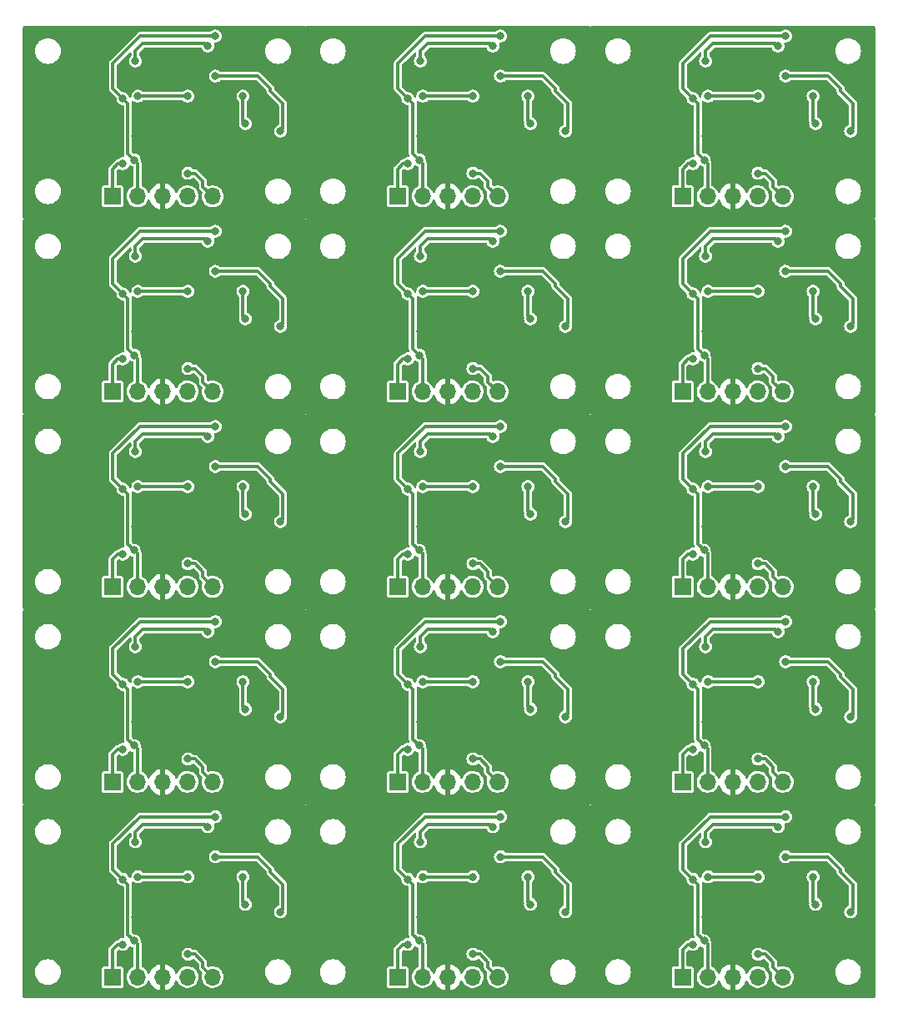
<source format=gbr>
%TF.GenerationSoftware,KiCad,Pcbnew,7.0.1*%
%TF.CreationDate,2025-06-24T16:32:55+07:00*%
%TF.ProjectId,panelize,70616e65-6c69-47a6-952e-6b696361645f,rev?*%
%TF.SameCoordinates,Original*%
%TF.FileFunction,Copper,L2,Bot*%
%TF.FilePolarity,Positive*%
%FSLAX46Y46*%
G04 Gerber Fmt 4.6, Leading zero omitted, Abs format (unit mm)*
G04 Created by KiCad (PCBNEW 7.0.1) date 2025-06-24 16:32:55*
%MOMM*%
%LPD*%
G01*
G04 APERTURE LIST*
%TA.AperFunction,ComponentPad*%
%ADD10R,1.700000X1.700000*%
%TD*%
%TA.AperFunction,ComponentPad*%
%ADD11O,1.700000X1.700000*%
%TD*%
%TA.AperFunction,ViaPad*%
%ADD12C,0.800000*%
%TD*%
%TA.AperFunction,Conductor*%
%ADD13C,0.300000*%
%TD*%
%TA.AperFunction,Conductor*%
%ADD14C,0.250000*%
%TD*%
G04 APERTURE END LIST*
D10*
%TO.P,J57,1,Pin_1*%
%TO.N,VIN*%
X181040500Y-159348000D03*
D11*
%TO.P,J57,2,Pin_2*%
%TO.N,+3.3V*%
X183580500Y-159348000D03*
%TO.P,J57,3,Pin_3*%
%TO.N,GND*%
X186120500Y-159348000D03*
%TO.P,J57,4,Pin_4*%
%TO.N,sda_in*%
X188660500Y-159348000D03*
%TO.P,J57,5,Pin_5*%
%TO.N,scl_in*%
X191200500Y-159348000D03*
%TD*%
D10*
%TO.P,J54,1,Pin_1*%
%TO.N,VIN*%
X152092500Y-159348000D03*
D11*
%TO.P,J54,2,Pin_2*%
%TO.N,+3.3V*%
X154632500Y-159348000D03*
%TO.P,J54,3,Pin_3*%
%TO.N,GND*%
X157172500Y-159348000D03*
%TO.P,J54,4,Pin_4*%
%TO.N,sda_in*%
X159712500Y-159348000D03*
%TO.P,J54,5,Pin_5*%
%TO.N,scl_in*%
X162252500Y-159348000D03*
%TD*%
D10*
%TO.P,J51,1,Pin_1*%
%TO.N,VIN*%
X123144500Y-159348000D03*
D11*
%TO.P,J51,2,Pin_2*%
%TO.N,+3.3V*%
X125684500Y-159348000D03*
%TO.P,J51,3,Pin_3*%
%TO.N,GND*%
X128224500Y-159348000D03*
%TO.P,J51,4,Pin_4*%
%TO.N,sda_in*%
X130764500Y-159348000D03*
%TO.P,J51,5,Pin_5*%
%TO.N,scl_in*%
X133304500Y-159348000D03*
%TD*%
D10*
%TO.P,J45,1,Pin_1*%
%TO.N,VIN*%
X181040500Y-139544000D03*
D11*
%TO.P,J45,2,Pin_2*%
%TO.N,+3.3V*%
X183580500Y-139544000D03*
%TO.P,J45,3,Pin_3*%
%TO.N,GND*%
X186120500Y-139544000D03*
%TO.P,J45,4,Pin_4*%
%TO.N,sda_in*%
X188660500Y-139544000D03*
%TO.P,J45,5,Pin_5*%
%TO.N,scl_in*%
X191200500Y-139544000D03*
%TD*%
D10*
%TO.P,J42,1,Pin_1*%
%TO.N,VIN*%
X152092500Y-139544000D03*
D11*
%TO.P,J42,2,Pin_2*%
%TO.N,+3.3V*%
X154632500Y-139544000D03*
%TO.P,J42,3,Pin_3*%
%TO.N,GND*%
X157172500Y-139544000D03*
%TO.P,J42,4,Pin_4*%
%TO.N,sda_in*%
X159712500Y-139544000D03*
%TO.P,J42,5,Pin_5*%
%TO.N,scl_in*%
X162252500Y-139544000D03*
%TD*%
D10*
%TO.P,J39,1,Pin_1*%
%TO.N,VIN*%
X123144500Y-139544000D03*
D11*
%TO.P,J39,2,Pin_2*%
%TO.N,+3.3V*%
X125684500Y-139544000D03*
%TO.P,J39,3,Pin_3*%
%TO.N,GND*%
X128224500Y-139544000D03*
%TO.P,J39,4,Pin_4*%
%TO.N,sda_in*%
X130764500Y-139544000D03*
%TO.P,J39,5,Pin_5*%
%TO.N,scl_in*%
X133304500Y-139544000D03*
%TD*%
D10*
%TO.P,J33,1,Pin_1*%
%TO.N,VIN*%
X181040500Y-119740000D03*
D11*
%TO.P,J33,2,Pin_2*%
%TO.N,+3.3V*%
X183580500Y-119740000D03*
%TO.P,J33,3,Pin_3*%
%TO.N,GND*%
X186120500Y-119740000D03*
%TO.P,J33,4,Pin_4*%
%TO.N,sda_in*%
X188660500Y-119740000D03*
%TO.P,J33,5,Pin_5*%
%TO.N,scl_in*%
X191200500Y-119740000D03*
%TD*%
D10*
%TO.P,J30,1,Pin_1*%
%TO.N,VIN*%
X152092500Y-119740000D03*
D11*
%TO.P,J30,2,Pin_2*%
%TO.N,+3.3V*%
X154632500Y-119740000D03*
%TO.P,J30,3,Pin_3*%
%TO.N,GND*%
X157172500Y-119740000D03*
%TO.P,J30,4,Pin_4*%
%TO.N,sda_in*%
X159712500Y-119740000D03*
%TO.P,J30,5,Pin_5*%
%TO.N,scl_in*%
X162252500Y-119740000D03*
%TD*%
D10*
%TO.P,J27,1,Pin_1*%
%TO.N,VIN*%
X123144500Y-119740000D03*
D11*
%TO.P,J27,2,Pin_2*%
%TO.N,+3.3V*%
X125684500Y-119740000D03*
%TO.P,J27,3,Pin_3*%
%TO.N,GND*%
X128224500Y-119740000D03*
%TO.P,J27,4,Pin_4*%
%TO.N,sda_in*%
X130764500Y-119740000D03*
%TO.P,J27,5,Pin_5*%
%TO.N,scl_in*%
X133304500Y-119740000D03*
%TD*%
D10*
%TO.P,J21,1,Pin_1*%
%TO.N,VIN*%
X181040500Y-99936000D03*
D11*
%TO.P,J21,2,Pin_2*%
%TO.N,+3.3V*%
X183580500Y-99936000D03*
%TO.P,J21,3,Pin_3*%
%TO.N,GND*%
X186120500Y-99936000D03*
%TO.P,J21,4,Pin_4*%
%TO.N,sda_in*%
X188660500Y-99936000D03*
%TO.P,J21,5,Pin_5*%
%TO.N,scl_in*%
X191200500Y-99936000D03*
%TD*%
D10*
%TO.P,J18,1,Pin_1*%
%TO.N,VIN*%
X152092500Y-99936000D03*
D11*
%TO.P,J18,2,Pin_2*%
%TO.N,+3.3V*%
X154632500Y-99936000D03*
%TO.P,J18,3,Pin_3*%
%TO.N,GND*%
X157172500Y-99936000D03*
%TO.P,J18,4,Pin_4*%
%TO.N,sda_in*%
X159712500Y-99936000D03*
%TO.P,J18,5,Pin_5*%
%TO.N,scl_in*%
X162252500Y-99936000D03*
%TD*%
D10*
%TO.P,J15,1,Pin_1*%
%TO.N,VIN*%
X123144500Y-99936000D03*
D11*
%TO.P,J15,2,Pin_2*%
%TO.N,+3.3V*%
X125684500Y-99936000D03*
%TO.P,J15,3,Pin_3*%
%TO.N,GND*%
X128224500Y-99936000D03*
%TO.P,J15,4,Pin_4*%
%TO.N,sda_in*%
X130764500Y-99936000D03*
%TO.P,J15,5,Pin_5*%
%TO.N,scl_in*%
X133304500Y-99936000D03*
%TD*%
D10*
%TO.P,J9,1,Pin_1*%
%TO.N,VIN*%
X181040500Y-80132000D03*
D11*
%TO.P,J9,2,Pin_2*%
%TO.N,+3.3V*%
X183580500Y-80132000D03*
%TO.P,J9,3,Pin_3*%
%TO.N,GND*%
X186120500Y-80132000D03*
%TO.P,J9,4,Pin_4*%
%TO.N,sda_in*%
X188660500Y-80132000D03*
%TO.P,J9,5,Pin_5*%
%TO.N,scl_in*%
X191200500Y-80132000D03*
%TD*%
D10*
%TO.P,J6,1,Pin_1*%
%TO.N,VIN*%
X152092500Y-80132000D03*
D11*
%TO.P,J6,2,Pin_2*%
%TO.N,+3.3V*%
X154632500Y-80132000D03*
%TO.P,J6,3,Pin_3*%
%TO.N,GND*%
X157172500Y-80132000D03*
%TO.P,J6,4,Pin_4*%
%TO.N,sda_in*%
X159712500Y-80132000D03*
%TO.P,J6,5,Pin_5*%
%TO.N,scl_in*%
X162252500Y-80132000D03*
%TD*%
D10*
%TO.P,J3,1,Pin_1*%
%TO.N,VIN*%
X123144500Y-80132000D03*
D11*
%TO.P,J3,2,Pin_2*%
%TO.N,+3.3V*%
X125684500Y-80132000D03*
%TO.P,J3,3,Pin_3*%
%TO.N,GND*%
X128224500Y-80132000D03*
%TO.P,J3,4,Pin_4*%
%TO.N,sda_in*%
X130764500Y-80132000D03*
%TO.P,J3,5,Pin_5*%
%TO.N,scl_in*%
X133304500Y-80132000D03*
%TD*%
D12*
%TO.N,GND*%
X183368000Y-153252000D03*
%TO.N,VIN*%
X182098000Y-156046000D03*
%TO.N,+3.3V*%
X191496000Y-143092000D03*
X182098000Y-149442000D03*
%TO.N,scl_in*%
X191496000Y-147156000D03*
X198100000Y-152744000D03*
X188703425Y-157017612D03*
%TO.N,GND*%
X186162000Y-151728000D03*
X179304000Y-158332000D03*
X189464000Y-151474000D03*
X187432000Y-147410000D03*
X190529256Y-153394238D03*
%TO.N,VCC*%
X188702000Y-149188000D03*
%TO.N,GND*%
X177780000Y-160364000D03*
%TO.N,scl_out*%
X190734000Y-144108000D03*
%TO.N,VCC*%
X183622000Y-149188000D03*
%TO.N,sda_in*%
X194290000Y-149188000D03*
%TO.N,GND*%
X195052000Y-160364000D03*
%TO.N,sda_in*%
X194544000Y-151982000D03*
%TO.N,GND*%
X176256000Y-154268000D03*
X177272000Y-143092000D03*
X176256000Y-148934000D03*
X195052000Y-143346000D03*
%TO.N,scl_out*%
X183368000Y-145632000D03*
%TO.N,GND*%
X182352000Y-146648000D03*
%TO.N,+3.3V*%
X183241000Y-155665000D03*
%TO.N,GND*%
X154420000Y-153252000D03*
%TO.N,VCC*%
X159754000Y-149188000D03*
%TO.N,VIN*%
X153150000Y-156046000D03*
%TO.N,+3.3V*%
X153150000Y-149442000D03*
%TO.N,scl_in*%
X162548000Y-147156000D03*
X159755425Y-157017612D03*
%TO.N,scl_out*%
X161786000Y-144108000D03*
%TO.N,sda_in*%
X165596000Y-151982000D03*
%TO.N,GND*%
X148832000Y-160364000D03*
X147308000Y-148934000D03*
%TO.N,VCC*%
X154674000Y-149188000D03*
%TO.N,GND*%
X166104000Y-160364000D03*
X157214000Y-151728000D03*
X150356000Y-158332000D03*
X160516000Y-151474000D03*
X148324000Y-143092000D03*
%TO.N,+3.3V*%
X154293000Y-155665000D03*
%TO.N,GND*%
X158484000Y-147410000D03*
%TO.N,sda_in*%
X165342000Y-149188000D03*
%TO.N,scl_in*%
X169152000Y-152744000D03*
%TO.N,GND*%
X153404000Y-146648000D03*
%TO.N,+3.3V*%
X162548000Y-143092000D03*
%TO.N,GND*%
X161581256Y-153394238D03*
X147308000Y-154268000D03*
X166104000Y-143346000D03*
%TO.N,scl_out*%
X154420000Y-145632000D03*
%TO.N,GND*%
X125472000Y-153252000D03*
%TO.N,VCC*%
X130806000Y-149188000D03*
%TO.N,VIN*%
X124202000Y-156046000D03*
%TO.N,+3.3V*%
X133600000Y-143092000D03*
X124202000Y-149442000D03*
%TO.N,scl_in*%
X133600000Y-147156000D03*
X140204000Y-152744000D03*
X130807425Y-157017612D03*
%TO.N,GND*%
X119884000Y-160364000D03*
X137156000Y-160364000D03*
X128266000Y-151728000D03*
X121408000Y-158332000D03*
X119376000Y-143092000D03*
X132633256Y-153394238D03*
X129536000Y-147410000D03*
X118360000Y-148934000D03*
%TO.N,sda_in*%
X136394000Y-149188000D03*
%TO.N,GND*%
X124456000Y-146648000D03*
%TO.N,scl_out*%
X132838000Y-144108000D03*
%TO.N,+3.3V*%
X125345000Y-155665000D03*
%TO.N,GND*%
X118360000Y-154268000D03*
X137156000Y-143346000D03*
X131568000Y-151474000D03*
%TO.N,sda_in*%
X136648000Y-151982000D03*
%TO.N,scl_out*%
X125472000Y-145632000D03*
%TO.N,VCC*%
X125726000Y-149188000D03*
%TO.N,sda_in*%
X194544000Y-132178000D03*
%TO.N,VIN*%
X182098000Y-136242000D03*
%TO.N,+3.3V*%
X191496000Y-123288000D03*
X182098000Y-129638000D03*
%TO.N,scl_in*%
X191496000Y-127352000D03*
X198100000Y-132940000D03*
X188703425Y-137213612D03*
%TO.N,GND*%
X177780000Y-140560000D03*
X176256000Y-129130000D03*
X195052000Y-140560000D03*
X186162000Y-131924000D03*
X179304000Y-138528000D03*
X189464000Y-131670000D03*
X177272000Y-123288000D03*
X190529256Y-133590238D03*
%TO.N,+3.3V*%
X183241000Y-135861000D03*
%TO.N,sda_in*%
X194290000Y-129384000D03*
%TO.N,scl_out*%
X190734000Y-124304000D03*
%TO.N,GND*%
X182352000Y-126844000D03*
%TO.N,VCC*%
X188702000Y-129384000D03*
%TO.N,GND*%
X195052000Y-123542000D03*
X176256000Y-134464000D03*
X187432000Y-127606000D03*
%TO.N,scl_out*%
X183368000Y-125828000D03*
%TO.N,GND*%
X183368000Y-133448000D03*
%TO.N,VCC*%
X183622000Y-129384000D03*
X159754000Y-129384000D03*
X154674000Y-129384000D03*
%TO.N,VIN*%
X153150000Y-136242000D03*
%TO.N,+3.3V*%
X162548000Y-123288000D03*
X153150000Y-129638000D03*
%TO.N,scl_in*%
X162548000Y-127352000D03*
X169152000Y-132940000D03*
X159755425Y-137213612D03*
%TO.N,scl_out*%
X161786000Y-124304000D03*
%TO.N,GND*%
X147308000Y-129130000D03*
X166104000Y-140560000D03*
X157214000Y-131924000D03*
X150356000Y-138528000D03*
X154420000Y-133448000D03*
X160516000Y-131670000D03*
X148324000Y-123288000D03*
X158484000Y-127606000D03*
X161581256Y-133590238D03*
%TO.N,+3.3V*%
X154293000Y-135861000D03*
%TO.N,sda_in*%
X165596000Y-132178000D03*
%TO.N,GND*%
X153404000Y-126844000D03*
X147308000Y-134464000D03*
X148832000Y-140560000D03*
X166104000Y-123542000D03*
%TO.N,sda_in*%
X165342000Y-129384000D03*
%TO.N,scl_out*%
X154420000Y-125828000D03*
%TO.N,GND*%
X125472000Y-133448000D03*
%TO.N,VCC*%
X125726000Y-129384000D03*
%TO.N,sda_in*%
X136648000Y-132178000D03*
%TO.N,VIN*%
X124202000Y-136242000D03*
%TO.N,+3.3V*%
X133600000Y-123288000D03*
X124202000Y-129638000D03*
%TO.N,scl_in*%
X133600000Y-127352000D03*
%TO.N,GND*%
X119884000Y-140560000D03*
X137156000Y-140560000D03*
X128266000Y-131924000D03*
X131568000Y-131670000D03*
X119376000Y-123288000D03*
X132633256Y-133590238D03*
%TO.N,+3.3V*%
X125345000Y-135861000D03*
%TO.N,GND*%
X118360000Y-129130000D03*
%TO.N,sda_in*%
X136394000Y-129384000D03*
%TO.N,VCC*%
X130806000Y-129384000D03*
%TO.N,GND*%
X124456000Y-126844000D03*
X118360000Y-134464000D03*
X121408000Y-138528000D03*
%TO.N,scl_in*%
X140204000Y-132940000D03*
%TO.N,scl_out*%
X132838000Y-124304000D03*
%TO.N,scl_in*%
X130807425Y-137213612D03*
%TO.N,GND*%
X129536000Y-127606000D03*
%TO.N,scl_out*%
X125472000Y-125828000D03*
%TO.N,GND*%
X137156000Y-123542000D03*
%TO.N,sda_in*%
X194544000Y-112374000D03*
%TO.N,VIN*%
X182098000Y-116438000D03*
%TO.N,scl_in*%
X191496000Y-107548000D03*
X198100000Y-113136000D03*
X188703425Y-117409612D03*
%TO.N,VCC*%
X188702000Y-109580000D03*
%TO.N,scl_out*%
X190734000Y-104500000D03*
%TO.N,GND*%
X177780000Y-120756000D03*
X195052000Y-120756000D03*
X189464000Y-111866000D03*
X177272000Y-103484000D03*
%TO.N,VCC*%
X183622000Y-109580000D03*
%TO.N,GND*%
X190529256Y-113786238D03*
%TO.N,+3.3V*%
X183241000Y-116057000D03*
%TO.N,sda_in*%
X194290000Y-109580000D03*
%TO.N,GND*%
X187432000Y-107802000D03*
%TO.N,+3.3V*%
X182098000Y-109834000D03*
%TO.N,GND*%
X195052000Y-103738000D03*
X183368000Y-113644000D03*
X176256000Y-109326000D03*
X179304000Y-118724000D03*
%TO.N,scl_out*%
X183368000Y-106024000D03*
%TO.N,GND*%
X176256000Y-114660000D03*
X182352000Y-107040000D03*
X186162000Y-112120000D03*
%TO.N,+3.3V*%
X191496000Y-103484000D03*
%TO.N,GND*%
X154420000Y-113644000D03*
%TO.N,VCC*%
X159754000Y-109580000D03*
X154674000Y-109580000D03*
%TO.N,sda_in*%
X165596000Y-112374000D03*
%TO.N,VIN*%
X153150000Y-116438000D03*
%TO.N,+3.3V*%
X153150000Y-109834000D03*
%TO.N,scl_in*%
X169152000Y-113136000D03*
%TO.N,GND*%
X148832000Y-120756000D03*
X147308000Y-109326000D03*
X166104000Y-120756000D03*
X150356000Y-118724000D03*
X160516000Y-111866000D03*
X161581256Y-113786238D03*
X148324000Y-103484000D03*
%TO.N,+3.3V*%
X162548000Y-103484000D03*
%TO.N,GND*%
X153404000Y-107040000D03*
%TO.N,scl_in*%
X159755425Y-117409612D03*
%TO.N,GND*%
X158484000Y-107802000D03*
%TO.N,+3.3V*%
X154293000Y-116057000D03*
%TO.N,GND*%
X147308000Y-114660000D03*
X166104000Y-103738000D03*
X157214000Y-112120000D03*
%TO.N,scl_out*%
X154420000Y-106024000D03*
%TO.N,sda_in*%
X165342000Y-109580000D03*
%TO.N,scl_in*%
X162548000Y-107548000D03*
%TO.N,scl_out*%
X161786000Y-104500000D03*
%TO.N,GND*%
X125472000Y-113644000D03*
%TO.N,VCC*%
X130806000Y-109580000D03*
X125726000Y-109580000D03*
%TO.N,+3.3V*%
X133600000Y-103484000D03*
X124202000Y-109834000D03*
%TO.N,scl_in*%
X133600000Y-107548000D03*
X140204000Y-113136000D03*
%TO.N,scl_out*%
X132838000Y-104500000D03*
%TO.N,GND*%
X119884000Y-120756000D03*
X118360000Y-109326000D03*
X137156000Y-120756000D03*
X121408000Y-118724000D03*
X132633256Y-113786238D03*
X119376000Y-103484000D03*
%TO.N,VIN*%
X124202000Y-116438000D03*
%TO.N,GND*%
X128266000Y-112120000D03*
%TO.N,sda_in*%
X136394000Y-109580000D03*
%TO.N,GND*%
X129536000Y-107802000D03*
X124456000Y-107040000D03*
X118360000Y-114660000D03*
X137156000Y-103738000D03*
%TO.N,scl_in*%
X130807425Y-117409612D03*
%TO.N,+3.3V*%
X125345000Y-116057000D03*
%TO.N,GND*%
X131568000Y-111866000D03*
%TO.N,scl_out*%
X125472000Y-106024000D03*
%TO.N,sda_in*%
X136648000Y-112374000D03*
%TO.N,GND*%
X183368000Y-93840000D03*
%TO.N,VCC*%
X188702000Y-89776000D03*
%TO.N,sda_in*%
X194544000Y-92570000D03*
%TO.N,VCC*%
X183622000Y-89776000D03*
%TO.N,VIN*%
X182098000Y-96634000D03*
%TO.N,+3.3V*%
X182098000Y-90030000D03*
%TO.N,scl_in*%
X191496000Y-87744000D03*
X198100000Y-93332000D03*
%TO.N,scl_out*%
X190734000Y-84696000D03*
%TO.N,GND*%
X177780000Y-100952000D03*
X176256000Y-89522000D03*
X195052000Y-100952000D03*
X179304000Y-98920000D03*
%TO.N,+3.3V*%
X191496000Y-83680000D03*
%TO.N,GND*%
X187432000Y-87998000D03*
X190529256Y-93982238D03*
%TO.N,+3.3V*%
X183241000Y-96253000D03*
%TO.N,scl_in*%
X188703425Y-97605612D03*
%TO.N,sda_in*%
X194290000Y-89776000D03*
%TO.N,GND*%
X177272000Y-83680000D03*
X182352000Y-87236000D03*
X186162000Y-92316000D03*
X176256000Y-94856000D03*
X195052000Y-83934000D03*
X189464000Y-92062000D03*
%TO.N,scl_out*%
X183368000Y-86220000D03*
%TO.N,GND*%
X154420000Y-93840000D03*
%TO.N,VCC*%
X159754000Y-89776000D03*
X154674000Y-89776000D03*
%TO.N,VIN*%
X153150000Y-96634000D03*
%TO.N,+3.3V*%
X162548000Y-83680000D03*
X153150000Y-90030000D03*
%TO.N,scl_in*%
X159755425Y-97605612D03*
%TO.N,GND*%
X147308000Y-89522000D03*
X166104000Y-100952000D03*
X157214000Y-92316000D03*
X150356000Y-98920000D03*
X160516000Y-92062000D03*
X148324000Y-83680000D03*
X161581256Y-93982238D03*
%TO.N,sda_in*%
X165596000Y-92570000D03*
%TO.N,+3.3V*%
X154293000Y-96253000D03*
%TO.N,GND*%
X158484000Y-87998000D03*
X148832000Y-100952000D03*
%TO.N,sda_in*%
X165342000Y-89776000D03*
%TO.N,scl_out*%
X161786000Y-84696000D03*
%TO.N,scl_in*%
X169152000Y-93332000D03*
%TO.N,GND*%
X153404000Y-87236000D03*
%TO.N,scl_in*%
X162548000Y-87744000D03*
%TO.N,GND*%
X147308000Y-94856000D03*
X166104000Y-83934000D03*
%TO.N,scl_out*%
X154420000Y-86220000D03*
%TO.N,GND*%
X125472000Y-93840000D03*
%TO.N,VCC*%
X125726000Y-89776000D03*
%TO.N,VIN*%
X124202000Y-96634000D03*
%TO.N,+3.3V*%
X133600000Y-83680000D03*
X124202000Y-90030000D03*
%TO.N,scl_in*%
X133600000Y-87744000D03*
%TO.N,GND*%
X119884000Y-100952000D03*
X118360000Y-89522000D03*
X137156000Y-100952000D03*
X129536000Y-87998000D03*
X132633256Y-93982238D03*
%TO.N,scl_in*%
X140204000Y-93332000D03*
%TO.N,+3.3V*%
X125345000Y-96253000D03*
%TO.N,sda_in*%
X136394000Y-89776000D03*
%TO.N,GND*%
X124456000Y-87236000D03*
%TO.N,sda_in*%
X136648000Y-92570000D03*
%TO.N,GND*%
X121408000Y-98920000D03*
X119376000Y-83680000D03*
X118360000Y-94856000D03*
%TO.N,VCC*%
X130806000Y-89776000D03*
%TO.N,GND*%
X128266000Y-92316000D03*
X137156000Y-83934000D03*
X131568000Y-92062000D03*
%TO.N,scl_out*%
X125472000Y-86220000D03*
%TO.N,scl_in*%
X130807425Y-97605612D03*
%TO.N,scl_out*%
X132838000Y-84696000D03*
%TO.N,sda_in*%
X194544000Y-72766000D03*
%TO.N,VIN*%
X182098000Y-76830000D03*
%TO.N,+3.3V*%
X191496000Y-63876000D03*
X182098000Y-70226000D03*
%TO.N,scl_in*%
X191496000Y-67940000D03*
X198100000Y-73528000D03*
X188703425Y-77801612D03*
%TO.N,scl_out*%
X190734000Y-64892000D03*
%TO.N,GND*%
X195052000Y-81148000D03*
X186162000Y-72512000D03*
X176256000Y-69718000D03*
X179304000Y-79116000D03*
X189464000Y-72258000D03*
X177272000Y-63876000D03*
X187432000Y-68194000D03*
X190529256Y-74178238D03*
%TO.N,VCC*%
X183622000Y-69972000D03*
%TO.N,sda_in*%
X194290000Y-69972000D03*
%TO.N,+3.3V*%
X183241000Y-76449000D03*
%TO.N,GND*%
X182352000Y-67432000D03*
X176256000Y-75052000D03*
X183368000Y-74036000D03*
X195052000Y-64130000D03*
%TO.N,scl_out*%
X183368000Y-66416000D03*
%TO.N,VCC*%
X188702000Y-69972000D03*
%TO.N,GND*%
X177780000Y-81148000D03*
X154420000Y-74036000D03*
%TO.N,VCC*%
X159754000Y-69972000D03*
X154674000Y-69972000D03*
%TO.N,sda_in*%
X165596000Y-72766000D03*
%TO.N,VIN*%
X153150000Y-76830000D03*
%TO.N,scl_in*%
X162548000Y-67940000D03*
X159755425Y-77801612D03*
%TO.N,scl_out*%
X161786000Y-64892000D03*
%TO.N,GND*%
X148832000Y-81148000D03*
%TO.N,scl_in*%
X169152000Y-73528000D03*
%TO.N,GND*%
X147308000Y-69718000D03*
X166104000Y-81148000D03*
X150356000Y-79116000D03*
X158484000Y-68194000D03*
X161581256Y-74178238D03*
X148324000Y-63876000D03*
%TO.N,+3.3V*%
X154293000Y-76449000D03*
X153150000Y-70226000D03*
%TO.N,sda_in*%
X165342000Y-69972000D03*
%TO.N,GND*%
X153404000Y-67432000D03*
X160516000Y-72258000D03*
%TO.N,+3.3V*%
X162548000Y-63876000D03*
%TO.N,GND*%
X166104000Y-64130000D03*
%TO.N,scl_out*%
X154420000Y-66416000D03*
%TO.N,GND*%
X147308000Y-75052000D03*
X157214000Y-72512000D03*
%TO.N,VCC*%
X130806000Y-69972000D03*
X125726000Y-69972000D03*
%TO.N,GND*%
X137156000Y-64130000D03*
X125472000Y-74036000D03*
X121408000Y-79116000D03*
X137156000Y-81148000D03*
X124456000Y-67432000D03*
X118360000Y-69718000D03*
X119884000Y-81148000D03*
X119376000Y-63876000D03*
X132633256Y-74178238D03*
X129536000Y-68194000D03*
X128266000Y-72512000D03*
X131568000Y-72258000D03*
X118360000Y-75052000D03*
%TO.N,+3.3V*%
X133600000Y-63876000D03*
X125345000Y-76449000D03*
X124202000Y-70226000D03*
%TO.N,scl_out*%
X132838000Y-64892000D03*
X125472000Y-66416000D03*
%TO.N,scl_in*%
X130807425Y-77801612D03*
X140204000Y-73528000D03*
X133600000Y-67940000D03*
%TO.N,sda_in*%
X136394000Y-69972000D03*
X136648000Y-72766000D03*
%TO.N,VIN*%
X124202000Y-76830000D03*
%TD*%
D13*
%TO.N,scl_in*%
X198354000Y-149950000D02*
X198354000Y-151220000D01*
X198354000Y-151220000D02*
X198354000Y-152490000D01*
X197084000Y-148426000D02*
X197084000Y-148680000D01*
X188703425Y-157017612D02*
X189419612Y-157017612D01*
X190226000Y-158373500D02*
X191200500Y-159348000D01*
X190226000Y-157824000D02*
X190226000Y-158373500D01*
X198354000Y-152490000D02*
X198100000Y-152744000D01*
X195814000Y-147156000D02*
X197084000Y-148426000D01*
X189419612Y-157017612D02*
X190226000Y-157824000D01*
D14*
%TO.N,GND*%
X186120500Y-159348000D02*
X186120500Y-160703500D01*
X186120500Y-159348000D02*
X186120500Y-157670500D01*
D13*
%TO.N,scl_in*%
X191496000Y-147156000D02*
X195814000Y-147156000D01*
%TO.N,sda_in*%
X194290000Y-151728000D02*
X194544000Y-151982000D01*
D14*
%TO.N,GND*%
X186120500Y-157670500D02*
X186204000Y-157587000D01*
D13*
%TO.N,VIN*%
X181590000Y-156046000D02*
X181040500Y-156595500D01*
X182098000Y-156046000D02*
X181590000Y-156046000D01*
%TO.N,scl_in*%
X197084000Y-148680000D02*
X198354000Y-149950000D01*
%TO.N,+3.3V*%
X181082000Y-145842046D02*
X181082000Y-148426000D01*
X183241000Y-155665000D02*
X182606000Y-155030000D01*
X183241000Y-155665000D02*
X183580500Y-156004500D01*
%TO.N,scl_out*%
X188702000Y-143854000D02*
X184130000Y-143854000D01*
X184130000Y-143854000D02*
X183368000Y-144616000D01*
%TO.N,+3.3V*%
X183832046Y-143092000D02*
X181082000Y-145842046D01*
X182606000Y-149950000D02*
X182098000Y-149442000D01*
X182606000Y-155030000D02*
X182606000Y-149950000D01*
%TO.N,scl_out*%
X190480000Y-143854000D02*
X188702000Y-143854000D01*
X190734000Y-144108000D02*
X190480000Y-143854000D01*
%TO.N,VCC*%
X183622000Y-149188000D02*
X188702000Y-149188000D01*
%TO.N,scl_out*%
X183368000Y-144616000D02*
X183368000Y-144870000D01*
%TO.N,+3.3V*%
X181082000Y-148426000D02*
X182098000Y-149442000D01*
D14*
%TO.N,GND*%
X186120500Y-160703500D02*
X186204000Y-160787000D01*
D13*
%TO.N,sda_in*%
X194290000Y-149188000D02*
X194290000Y-151728000D01*
%TO.N,+3.3V*%
X183580500Y-156004500D02*
X183580500Y-159348000D01*
%TO.N,VIN*%
X181040500Y-156595500D02*
X181040500Y-159348000D01*
%TO.N,scl_out*%
X183368000Y-144870000D02*
X183368000Y-145632000D01*
%TO.N,+3.3V*%
X191496000Y-143092000D02*
X183832046Y-143092000D01*
%TO.N,scl_in*%
X169406000Y-149950000D02*
X169406000Y-151220000D01*
X169406000Y-151220000D02*
X169406000Y-152490000D01*
X168136000Y-148426000D02*
X168136000Y-148680000D01*
X159755425Y-157017612D02*
X160471612Y-157017612D01*
X160471612Y-157017612D02*
X161278000Y-157824000D01*
X161278000Y-158373500D02*
X162252500Y-159348000D01*
X161278000Y-157824000D02*
X161278000Y-158373500D01*
X162548000Y-147156000D02*
X166866000Y-147156000D01*
X169406000Y-152490000D02*
X169152000Y-152744000D01*
%TO.N,VCC*%
X154674000Y-149188000D02*
X159754000Y-149188000D01*
D14*
%TO.N,GND*%
X157172500Y-159348000D02*
X157172500Y-157670500D01*
D13*
%TO.N,sda_in*%
X165342000Y-149188000D02*
X165342000Y-151728000D01*
%TO.N,VIN*%
X152642000Y-156046000D02*
X152092500Y-156595500D01*
X153150000Y-156046000D02*
X152642000Y-156046000D01*
D14*
%TO.N,GND*%
X157172500Y-159348000D02*
X157172500Y-160703500D01*
D13*
%TO.N,+3.3V*%
X152134000Y-145842046D02*
X152134000Y-148426000D01*
X154293000Y-155665000D02*
X153658000Y-155030000D01*
X154293000Y-155665000D02*
X154632500Y-156004500D01*
D14*
%TO.N,GND*%
X157172500Y-157670500D02*
X157256000Y-157587000D01*
D13*
%TO.N,scl_out*%
X155182000Y-143854000D02*
X154420000Y-144616000D01*
D14*
%TO.N,GND*%
X157172500Y-160703500D02*
X157256000Y-160787000D01*
D13*
%TO.N,+3.3V*%
X154884046Y-143092000D02*
X152134000Y-145842046D01*
X153658000Y-149950000D02*
X153150000Y-149442000D01*
X153658000Y-155030000D02*
X153658000Y-149950000D01*
%TO.N,scl_out*%
X161532000Y-143854000D02*
X159754000Y-143854000D01*
X161786000Y-144108000D02*
X161532000Y-143854000D01*
%TO.N,scl_in*%
X168136000Y-148680000D02*
X169406000Y-149950000D01*
%TO.N,scl_out*%
X154420000Y-144616000D02*
X154420000Y-144870000D01*
%TO.N,sda_in*%
X165342000Y-151728000D02*
X165596000Y-151982000D01*
%TO.N,scl_out*%
X159754000Y-143854000D02*
X155182000Y-143854000D01*
%TO.N,+3.3V*%
X152134000Y-148426000D02*
X153150000Y-149442000D01*
X154632500Y-156004500D02*
X154632500Y-159348000D01*
%TO.N,VIN*%
X152092500Y-156595500D02*
X152092500Y-159348000D01*
%TO.N,scl_out*%
X154420000Y-144870000D02*
X154420000Y-145632000D01*
%TO.N,+3.3V*%
X162548000Y-143092000D02*
X154884046Y-143092000D01*
%TO.N,scl_in*%
X166866000Y-147156000D02*
X168136000Y-148426000D01*
X140458000Y-149950000D02*
X140458000Y-151220000D01*
X133600000Y-147156000D02*
X137918000Y-147156000D01*
X139188000Y-148426000D02*
X139188000Y-148680000D01*
X130807425Y-157017612D02*
X131523612Y-157017612D01*
X131523612Y-157017612D02*
X132330000Y-157824000D01*
X132330000Y-158373500D02*
X133304500Y-159348000D01*
X140458000Y-152490000D02*
X140204000Y-152744000D01*
D14*
%TO.N,GND*%
X128224500Y-159348000D02*
X128224500Y-160703500D01*
D13*
%TO.N,scl_in*%
X132330000Y-157824000D02*
X132330000Y-158373500D01*
D14*
%TO.N,GND*%
X128224500Y-159348000D02*
X128224500Y-157670500D01*
X128224500Y-157670500D02*
X128308000Y-157587000D01*
D13*
%TO.N,VCC*%
X125726000Y-149188000D02*
X130806000Y-149188000D01*
%TO.N,sda_in*%
X136394000Y-149188000D02*
X136394000Y-151728000D01*
%TO.N,VIN*%
X123694000Y-156046000D02*
X123144500Y-156595500D01*
X124202000Y-156046000D02*
X123694000Y-156046000D01*
%TO.N,scl_in*%
X139188000Y-148680000D02*
X140458000Y-149950000D01*
X137918000Y-147156000D02*
X139188000Y-148426000D01*
X140458000Y-151220000D02*
X140458000Y-152490000D01*
%TO.N,+3.3V*%
X123186000Y-145842046D02*
X123186000Y-148426000D01*
X125345000Y-155665000D02*
X125684500Y-156004500D01*
%TO.N,scl_out*%
X126234000Y-143854000D02*
X125472000Y-144616000D01*
D14*
%TO.N,GND*%
X128224500Y-160703500D02*
X128308000Y-160787000D01*
D13*
%TO.N,+3.3V*%
X125936046Y-143092000D02*
X123186000Y-145842046D01*
X124710000Y-149950000D02*
X124202000Y-149442000D01*
%TO.N,scl_out*%
X130806000Y-143854000D02*
X126234000Y-143854000D01*
%TO.N,+3.3V*%
X124710000Y-155030000D02*
X124710000Y-149950000D01*
%TO.N,scl_out*%
X132584000Y-143854000D02*
X130806000Y-143854000D01*
X132838000Y-144108000D02*
X132584000Y-143854000D01*
X125472000Y-144616000D02*
X125472000Y-144870000D01*
%TO.N,+3.3V*%
X123186000Y-148426000D02*
X124202000Y-149442000D01*
X125345000Y-155665000D02*
X124710000Y-155030000D01*
X125684500Y-156004500D02*
X125684500Y-159348000D01*
%TO.N,VIN*%
X123144500Y-156595500D02*
X123144500Y-159348000D01*
%TO.N,scl_out*%
X125472000Y-144870000D02*
X125472000Y-145632000D01*
%TO.N,+3.3V*%
X133600000Y-143092000D02*
X125936046Y-143092000D01*
%TO.N,sda_in*%
X136394000Y-151728000D02*
X136648000Y-151982000D01*
%TO.N,scl_in*%
X198354000Y-130146000D02*
X198354000Y-131416000D01*
X191496000Y-127352000D02*
X195814000Y-127352000D01*
X188703425Y-137213612D02*
X189419612Y-137213612D01*
X189419612Y-137213612D02*
X190226000Y-138020000D01*
X190226000Y-138569500D02*
X191200500Y-139544000D01*
X190226000Y-138020000D02*
X190226000Y-138569500D01*
X198354000Y-132686000D02*
X198100000Y-132940000D01*
D14*
%TO.N,GND*%
X186120500Y-139544000D02*
X186120500Y-140899500D01*
X186120500Y-139544000D02*
X186120500Y-137866500D01*
D13*
%TO.N,VCC*%
X183622000Y-129384000D02*
X188702000Y-129384000D01*
%TO.N,sda_in*%
X194290000Y-131924000D02*
X194544000Y-132178000D01*
D14*
%TO.N,GND*%
X186120500Y-137866500D02*
X186204000Y-137783000D01*
D13*
%TO.N,sda_in*%
X194290000Y-129384000D02*
X194290000Y-131924000D01*
%TO.N,VIN*%
X181590000Y-136242000D02*
X181040500Y-136791500D01*
X182098000Y-136242000D02*
X181590000Y-136242000D01*
%TO.N,scl_in*%
X197084000Y-128622000D02*
X197084000Y-128876000D01*
X197084000Y-128876000D02*
X198354000Y-130146000D01*
X195814000Y-127352000D02*
X197084000Y-128622000D01*
%TO.N,+3.3V*%
X181082000Y-126038046D02*
X181082000Y-128622000D01*
X183241000Y-135861000D02*
X183580500Y-136200500D01*
%TO.N,scl_out*%
X188702000Y-124050000D02*
X184130000Y-124050000D01*
%TO.N,+3.3V*%
X183241000Y-135861000D02*
X182606000Y-135226000D01*
%TO.N,scl_out*%
X184130000Y-124050000D02*
X183368000Y-124812000D01*
D14*
%TO.N,GND*%
X186120500Y-140899500D02*
X186204000Y-140983000D01*
D13*
%TO.N,+3.3V*%
X183832046Y-123288000D02*
X181082000Y-126038046D01*
X182606000Y-130146000D02*
X182098000Y-129638000D01*
X182606000Y-135226000D02*
X182606000Y-130146000D01*
%TO.N,scl_out*%
X190480000Y-124050000D02*
X188702000Y-124050000D01*
X190734000Y-124304000D02*
X190480000Y-124050000D01*
X183368000Y-124812000D02*
X183368000Y-125066000D01*
%TO.N,+3.3V*%
X181082000Y-128622000D02*
X182098000Y-129638000D01*
%TO.N,scl_in*%
X198354000Y-131416000D02*
X198354000Y-132686000D01*
%TO.N,+3.3V*%
X183580500Y-136200500D02*
X183580500Y-139544000D01*
%TO.N,VIN*%
X181040500Y-136791500D02*
X181040500Y-139544000D01*
%TO.N,scl_out*%
X183368000Y-125066000D02*
X183368000Y-125828000D01*
%TO.N,+3.3V*%
X191496000Y-123288000D02*
X183832046Y-123288000D01*
%TO.N,scl_in*%
X169406000Y-130146000D02*
X169406000Y-131416000D01*
X162548000Y-127352000D02*
X166866000Y-127352000D01*
X169406000Y-131416000D02*
X169406000Y-132686000D01*
X168136000Y-128622000D02*
X168136000Y-128876000D01*
X159755425Y-137213612D02*
X160471612Y-137213612D01*
X160471612Y-137213612D02*
X161278000Y-138020000D01*
X161278000Y-138569500D02*
X162252500Y-139544000D01*
X166866000Y-127352000D02*
X168136000Y-128622000D01*
X161278000Y-138020000D02*
X161278000Y-138569500D01*
D14*
%TO.N,GND*%
X157172500Y-139544000D02*
X157172500Y-137866500D01*
D13*
%TO.N,VCC*%
X154674000Y-129384000D02*
X159754000Y-129384000D01*
D14*
%TO.N,GND*%
X157172500Y-137866500D02*
X157256000Y-137783000D01*
D13*
%TO.N,sda_in*%
X165342000Y-131924000D02*
X165596000Y-132178000D01*
D14*
%TO.N,GND*%
X157172500Y-139544000D02*
X157172500Y-140899500D01*
D13*
%TO.N,VIN*%
X152642000Y-136242000D02*
X152092500Y-136791500D01*
X153150000Y-136242000D02*
X152642000Y-136242000D01*
%TO.N,scl_in*%
X169406000Y-132686000D02*
X169152000Y-132940000D01*
X168136000Y-128876000D02*
X169406000Y-130146000D01*
%TO.N,+3.3V*%
X154293000Y-135861000D02*
X154632500Y-136200500D01*
%TO.N,scl_out*%
X159754000Y-124050000D02*
X155182000Y-124050000D01*
X155182000Y-124050000D02*
X154420000Y-124812000D01*
%TO.N,+3.3V*%
X154884046Y-123288000D02*
X152134000Y-126038046D01*
X154293000Y-135861000D02*
X153658000Y-135226000D01*
X153658000Y-130146000D02*
X153150000Y-129638000D01*
X153658000Y-135226000D02*
X153658000Y-130146000D01*
X152134000Y-126038046D02*
X152134000Y-128622000D01*
%TO.N,scl_out*%
X161532000Y-124050000D02*
X159754000Y-124050000D01*
X161786000Y-124304000D02*
X161532000Y-124050000D01*
X154420000Y-124812000D02*
X154420000Y-125066000D01*
%TO.N,+3.3V*%
X152134000Y-128622000D02*
X153150000Y-129638000D01*
%TO.N,sda_in*%
X165342000Y-129384000D02*
X165342000Y-131924000D01*
%TO.N,+3.3V*%
X154632500Y-136200500D02*
X154632500Y-139544000D01*
%TO.N,VIN*%
X152092500Y-136791500D02*
X152092500Y-139544000D01*
D14*
%TO.N,GND*%
X157172500Y-140899500D02*
X157256000Y-140983000D01*
D13*
%TO.N,scl_out*%
X154420000Y-125066000D02*
X154420000Y-125828000D01*
%TO.N,+3.3V*%
X162548000Y-123288000D02*
X154884046Y-123288000D01*
%TO.N,scl_in*%
X140458000Y-130146000D02*
X140458000Y-131416000D01*
X140458000Y-131416000D02*
X140458000Y-132686000D01*
X139188000Y-128622000D02*
X139188000Y-128876000D01*
X132330000Y-138569500D02*
X133304500Y-139544000D01*
X137918000Y-127352000D02*
X139188000Y-128622000D01*
X132330000Y-138020000D02*
X132330000Y-138569500D01*
X140458000Y-132686000D02*
X140204000Y-132940000D01*
X130807425Y-137213612D02*
X131523612Y-137213612D01*
D14*
%TO.N,GND*%
X128224500Y-137866500D02*
X128308000Y-137783000D01*
D13*
%TO.N,scl_in*%
X131523612Y-137213612D02*
X132330000Y-138020000D01*
D14*
%TO.N,GND*%
X128224500Y-139544000D02*
X128224500Y-140899500D01*
X128224500Y-139544000D02*
X128224500Y-137866500D01*
D13*
%TO.N,sda_in*%
X136394000Y-131924000D02*
X136648000Y-132178000D01*
%TO.N,VIN*%
X123694000Y-136242000D02*
X123144500Y-136791500D01*
X124202000Y-136242000D02*
X123694000Y-136242000D01*
%TO.N,scl_in*%
X133600000Y-127352000D02*
X137918000Y-127352000D01*
X139188000Y-128876000D02*
X140458000Y-130146000D01*
%TO.N,sda_in*%
X136394000Y-129384000D02*
X136394000Y-131924000D01*
%TO.N,+3.3V*%
X123186000Y-126038046D02*
X123186000Y-128622000D01*
X125345000Y-135861000D02*
X124710000Y-135226000D01*
X125345000Y-135861000D02*
X125684500Y-136200500D01*
%TO.N,scl_out*%
X130806000Y-124050000D02*
X126234000Y-124050000D01*
X126234000Y-124050000D02*
X125472000Y-124812000D01*
D14*
%TO.N,GND*%
X128224500Y-140899500D02*
X128308000Y-140983000D01*
D13*
%TO.N,+3.3V*%
X125936046Y-123288000D02*
X123186000Y-126038046D01*
X124710000Y-130146000D02*
X124202000Y-129638000D01*
X124710000Y-135226000D02*
X124710000Y-130146000D01*
%TO.N,scl_out*%
X132584000Y-124050000D02*
X130806000Y-124050000D01*
X132838000Y-124304000D02*
X132584000Y-124050000D01*
X125472000Y-124812000D02*
X125472000Y-125066000D01*
%TO.N,+3.3V*%
X123186000Y-128622000D02*
X124202000Y-129638000D01*
%TO.N,VCC*%
X125726000Y-129384000D02*
X130806000Y-129384000D01*
%TO.N,+3.3V*%
X125684500Y-136200500D02*
X125684500Y-139544000D01*
%TO.N,VIN*%
X123144500Y-136791500D02*
X123144500Y-139544000D01*
%TO.N,scl_out*%
X125472000Y-125066000D02*
X125472000Y-125828000D01*
%TO.N,+3.3V*%
X133600000Y-123288000D02*
X125936046Y-123288000D01*
%TO.N,scl_in*%
X198354000Y-110342000D02*
X198354000Y-111612000D01*
X197084000Y-108818000D02*
X197084000Y-109072000D01*
X188703425Y-117409612D02*
X189419612Y-117409612D01*
X190226000Y-118765500D02*
X191200500Y-119740000D01*
X195814000Y-107548000D02*
X197084000Y-108818000D01*
X190226000Y-118216000D02*
X190226000Y-118765500D01*
X198354000Y-112882000D02*
X198100000Y-113136000D01*
D14*
%TO.N,GND*%
X186120500Y-119740000D02*
X186120500Y-118062500D01*
D13*
%TO.N,VCC*%
X183622000Y-109580000D02*
X188702000Y-109580000D01*
%TO.N,sda_in*%
X194290000Y-112120000D02*
X194544000Y-112374000D01*
X194290000Y-109580000D02*
X194290000Y-112120000D01*
%TO.N,VIN*%
X181590000Y-116438000D02*
X181040500Y-116987500D01*
X182098000Y-116438000D02*
X181590000Y-116438000D01*
%TO.N,scl_in*%
X197084000Y-109072000D02*
X198354000Y-110342000D01*
D14*
%TO.N,GND*%
X186120500Y-118062500D02*
X186204000Y-117979000D01*
D13*
%TO.N,+3.3V*%
X181082000Y-106234046D02*
X181082000Y-108818000D01*
X183241000Y-116057000D02*
X183580500Y-116396500D01*
D14*
%TO.N,GND*%
X186120500Y-121095500D02*
X186204000Y-121179000D01*
D13*
%TO.N,+3.3V*%
X183832046Y-103484000D02*
X181082000Y-106234046D01*
X182606000Y-110342000D02*
X182098000Y-109834000D01*
%TO.N,scl_in*%
X191496000Y-107548000D02*
X195814000Y-107548000D01*
%TO.N,scl_out*%
X188702000Y-104246000D02*
X184130000Y-104246000D01*
%TO.N,+3.3V*%
X182606000Y-115422000D02*
X182606000Y-110342000D01*
%TO.N,scl_out*%
X190480000Y-104246000D02*
X188702000Y-104246000D01*
X190734000Y-104500000D02*
X190480000Y-104246000D01*
X183368000Y-105008000D02*
X183368000Y-105262000D01*
%TO.N,scl_in*%
X198354000Y-111612000D02*
X198354000Y-112882000D01*
D14*
%TO.N,GND*%
X186120500Y-119740000D02*
X186120500Y-121095500D01*
D13*
%TO.N,scl_in*%
X189419612Y-117409612D02*
X190226000Y-118216000D01*
%TO.N,+3.3V*%
X181082000Y-108818000D02*
X182098000Y-109834000D01*
%TO.N,scl_out*%
X184130000Y-104246000D02*
X183368000Y-105008000D01*
%TO.N,+3.3V*%
X183580500Y-116396500D02*
X183580500Y-119740000D01*
%TO.N,VIN*%
X181040500Y-116987500D02*
X181040500Y-119740000D01*
%TO.N,+3.3V*%
X183241000Y-116057000D02*
X182606000Y-115422000D01*
%TO.N,scl_out*%
X183368000Y-105262000D02*
X183368000Y-106024000D01*
%TO.N,+3.3V*%
X191496000Y-103484000D02*
X183832046Y-103484000D01*
%TO.N,scl_in*%
X169406000Y-110342000D02*
X169406000Y-111612000D01*
X169406000Y-111612000D02*
X169406000Y-112882000D01*
X159755425Y-117409612D02*
X160471612Y-117409612D01*
X160471612Y-117409612D02*
X161278000Y-118216000D01*
X169406000Y-112882000D02*
X169152000Y-113136000D01*
X168136000Y-108818000D02*
X168136000Y-109072000D01*
D14*
%TO.N,GND*%
X157172500Y-119740000D02*
X157172500Y-121095500D01*
D13*
%TO.N,VCC*%
X154674000Y-109580000D02*
X159754000Y-109580000D01*
D14*
%TO.N,GND*%
X157172500Y-118062500D02*
X157256000Y-117979000D01*
D13*
%TO.N,scl_in*%
X162548000Y-107548000D02*
X166866000Y-107548000D01*
%TO.N,sda_in*%
X165342000Y-112120000D02*
X165596000Y-112374000D01*
%TO.N,scl_in*%
X166866000Y-107548000D02*
X168136000Y-108818000D01*
D14*
%TO.N,GND*%
X157172500Y-119740000D02*
X157172500Y-118062500D01*
D13*
%TO.N,sda_in*%
X165342000Y-109580000D02*
X165342000Y-112120000D01*
%TO.N,VIN*%
X152642000Y-116438000D02*
X152092500Y-116987500D01*
X153150000Y-116438000D02*
X152642000Y-116438000D01*
%TO.N,scl_in*%
X168136000Y-109072000D02*
X169406000Y-110342000D01*
X161278000Y-118216000D02*
X161278000Y-118765500D01*
%TO.N,+3.3V*%
X152134000Y-106234046D02*
X152134000Y-108818000D01*
X154293000Y-116057000D02*
X154632500Y-116396500D01*
%TO.N,scl_out*%
X159754000Y-104246000D02*
X155182000Y-104246000D01*
X155182000Y-104246000D02*
X154420000Y-105008000D01*
D14*
%TO.N,GND*%
X157172500Y-121095500D02*
X157256000Y-121179000D01*
D13*
%TO.N,+3.3V*%
X154293000Y-116057000D02*
X153658000Y-115422000D01*
X154884046Y-103484000D02*
X152134000Y-106234046D01*
X153658000Y-110342000D02*
X153150000Y-109834000D01*
X153658000Y-115422000D02*
X153658000Y-110342000D01*
%TO.N,scl_out*%
X161532000Y-104246000D02*
X159754000Y-104246000D01*
X161786000Y-104500000D02*
X161532000Y-104246000D01*
%TO.N,+3.3V*%
X152134000Y-108818000D02*
X153150000Y-109834000D01*
%TO.N,scl_out*%
X154420000Y-105008000D02*
X154420000Y-105262000D01*
%TO.N,scl_in*%
X161278000Y-118765500D02*
X162252500Y-119740000D01*
%TO.N,+3.3V*%
X154632500Y-116396500D02*
X154632500Y-119740000D01*
%TO.N,VIN*%
X152092500Y-116987500D02*
X152092500Y-119740000D01*
%TO.N,scl_out*%
X154420000Y-105262000D02*
X154420000Y-106024000D01*
%TO.N,+3.3V*%
X162548000Y-103484000D02*
X154884046Y-103484000D01*
%TO.N,scl_in*%
X133600000Y-107548000D02*
X137918000Y-107548000D01*
X139188000Y-108818000D02*
X139188000Y-109072000D01*
X130807425Y-117409612D02*
X131523612Y-117409612D01*
X131523612Y-117409612D02*
X132330000Y-118216000D01*
X140458000Y-110342000D02*
X140458000Y-111612000D01*
X132330000Y-118765500D02*
X133304500Y-119740000D01*
X132330000Y-118216000D02*
X132330000Y-118765500D01*
X140458000Y-112882000D02*
X140204000Y-113136000D01*
D14*
%TO.N,GND*%
X128224500Y-119740000D02*
X128224500Y-121095500D01*
D13*
%TO.N,scl_in*%
X137918000Y-107548000D02*
X139188000Y-108818000D01*
%TO.N,VCC*%
X125726000Y-109580000D02*
X130806000Y-109580000D01*
D14*
%TO.N,GND*%
X128224500Y-118062500D02*
X128308000Y-117979000D01*
D13*
%TO.N,scl_in*%
X140458000Y-111612000D02*
X140458000Y-112882000D01*
%TO.N,sda_in*%
X136394000Y-112120000D02*
X136648000Y-112374000D01*
D14*
%TO.N,GND*%
X128224500Y-119740000D02*
X128224500Y-118062500D01*
D13*
%TO.N,scl_in*%
X139188000Y-109072000D02*
X140458000Y-110342000D01*
%TO.N,+3.3V*%
X123186000Y-106234046D02*
X123186000Y-108818000D01*
X125345000Y-116057000D02*
X124710000Y-115422000D01*
X125345000Y-116057000D02*
X125684500Y-116396500D01*
%TO.N,scl_out*%
X130806000Y-104246000D02*
X126234000Y-104246000D01*
X126234000Y-104246000D02*
X125472000Y-105008000D01*
D14*
%TO.N,GND*%
X128224500Y-121095500D02*
X128308000Y-121179000D01*
D13*
%TO.N,+3.3V*%
X125936046Y-103484000D02*
X123186000Y-106234046D01*
X124710000Y-110342000D02*
X124202000Y-109834000D01*
%TO.N,sda_in*%
X136394000Y-109580000D02*
X136394000Y-112120000D01*
%TO.N,+3.3V*%
X124710000Y-115422000D02*
X124710000Y-110342000D01*
%TO.N,scl_out*%
X132584000Y-104246000D02*
X130806000Y-104246000D01*
X132838000Y-104500000D02*
X132584000Y-104246000D01*
X125472000Y-105008000D02*
X125472000Y-105262000D01*
%TO.N,+3.3V*%
X123186000Y-108818000D02*
X124202000Y-109834000D01*
X125684500Y-116396500D02*
X125684500Y-119740000D01*
%TO.N,VIN*%
X123144500Y-116987500D02*
X123144500Y-119740000D01*
X124202000Y-116438000D02*
X123694000Y-116438000D01*
%TO.N,scl_out*%
X125472000Y-105262000D02*
X125472000Y-106024000D01*
%TO.N,+3.3V*%
X133600000Y-103484000D02*
X125936046Y-103484000D01*
%TO.N,VIN*%
X123694000Y-116438000D02*
X123144500Y-116987500D01*
%TO.N,scl_in*%
X198354000Y-90538000D02*
X198354000Y-91808000D01*
X197084000Y-89014000D02*
X197084000Y-89268000D01*
X188703425Y-97605612D02*
X189419612Y-97605612D01*
X189419612Y-97605612D02*
X190226000Y-98412000D01*
X190226000Y-98961500D02*
X191200500Y-99936000D01*
X198354000Y-91808000D02*
X198354000Y-93078000D01*
X195814000Y-87744000D02*
X197084000Y-89014000D01*
X190226000Y-98412000D02*
X190226000Y-98961500D01*
D14*
%TO.N,GND*%
X186120500Y-99936000D02*
X186120500Y-101291500D01*
X186120500Y-98258500D02*
X186204000Y-98175000D01*
D13*
%TO.N,VCC*%
X183622000Y-89776000D02*
X188702000Y-89776000D01*
%TO.N,sda_in*%
X194290000Y-89776000D02*
X194290000Y-92316000D01*
X194290000Y-92316000D02*
X194544000Y-92570000D01*
%TO.N,VIN*%
X181590000Y-96634000D02*
X181040500Y-97183500D01*
X182098000Y-96634000D02*
X181590000Y-96634000D01*
%TO.N,scl_in*%
X191496000Y-87744000D02*
X195814000Y-87744000D01*
X197084000Y-89268000D02*
X198354000Y-90538000D01*
D14*
%TO.N,GND*%
X186120500Y-99936000D02*
X186120500Y-98258500D01*
D13*
%TO.N,+3.3V*%
X181082000Y-86430046D02*
X181082000Y-89014000D01*
X183241000Y-96253000D02*
X182606000Y-95618000D01*
X183241000Y-96253000D02*
X183580500Y-96592500D01*
%TO.N,scl_out*%
X188702000Y-84442000D02*
X184130000Y-84442000D01*
X184130000Y-84442000D02*
X183368000Y-85204000D01*
D14*
%TO.N,GND*%
X186120500Y-101291500D02*
X186204000Y-101375000D01*
D13*
%TO.N,+3.3V*%
X183832046Y-83680000D02*
X181082000Y-86430046D01*
X182606000Y-90538000D02*
X182098000Y-90030000D01*
X182606000Y-95618000D02*
X182606000Y-90538000D01*
%TO.N,scl_out*%
X190480000Y-84442000D02*
X188702000Y-84442000D01*
X190734000Y-84696000D02*
X190480000Y-84442000D01*
%TO.N,+3.3V*%
X181082000Y-89014000D02*
X182098000Y-90030000D01*
%TO.N,scl_in*%
X198354000Y-93078000D02*
X198100000Y-93332000D01*
%TO.N,+3.3V*%
X183580500Y-96592500D02*
X183580500Y-99936000D01*
%TO.N,VIN*%
X181040500Y-97183500D02*
X181040500Y-99936000D01*
%TO.N,+3.3V*%
X191496000Y-83680000D02*
X183832046Y-83680000D01*
%TO.N,scl_out*%
X183368000Y-85458000D02*
X183368000Y-86220000D01*
X183368000Y-85204000D02*
X183368000Y-85458000D01*
%TO.N,scl_in*%
X169406000Y-90538000D02*
X169406000Y-91808000D01*
X162548000Y-87744000D02*
X166866000Y-87744000D01*
X168136000Y-89014000D02*
X168136000Y-89268000D01*
X159755425Y-97605612D02*
X160471612Y-97605612D01*
X161278000Y-98961500D02*
X162252500Y-99936000D01*
X166866000Y-87744000D02*
X168136000Y-89014000D01*
X161278000Y-98412000D02*
X161278000Y-98961500D01*
D14*
%TO.N,GND*%
X157172500Y-99936000D02*
X157172500Y-101291500D01*
D13*
%TO.N,VCC*%
X154674000Y-89776000D02*
X159754000Y-89776000D01*
D14*
%TO.N,GND*%
X157172500Y-98258500D02*
X157256000Y-98175000D01*
D13*
%TO.N,sda_in*%
X165342000Y-92316000D02*
X165596000Y-92570000D01*
X165342000Y-89776000D02*
X165342000Y-92316000D01*
%TO.N,VIN*%
X153150000Y-96634000D02*
X152642000Y-96634000D01*
%TO.N,scl_in*%
X168136000Y-89268000D02*
X169406000Y-90538000D01*
%TO.N,+3.3V*%
X152134000Y-86430046D02*
X152134000Y-89014000D01*
X154293000Y-96253000D02*
X153658000Y-95618000D01*
X154293000Y-96253000D02*
X154632500Y-96592500D01*
%TO.N,scl_out*%
X155182000Y-84442000D02*
X154420000Y-85204000D01*
D14*
%TO.N,GND*%
X157172500Y-101291500D02*
X157256000Y-101375000D01*
X157172500Y-99936000D02*
X157172500Y-98258500D01*
D13*
%TO.N,+3.3V*%
X153658000Y-90538000D02*
X153150000Y-90030000D01*
X153658000Y-95618000D02*
X153658000Y-90538000D01*
%TO.N,scl_in*%
X169406000Y-93078000D02*
X169152000Y-93332000D01*
%TO.N,VIN*%
X152642000Y-96634000D02*
X152092500Y-97183500D01*
%TO.N,scl_in*%
X160471612Y-97605612D02*
X161278000Y-98412000D01*
%TO.N,scl_out*%
X161786000Y-84696000D02*
X161532000Y-84442000D01*
%TO.N,scl_in*%
X169406000Y-91808000D02*
X169406000Y-93078000D01*
%TO.N,+3.3V*%
X152134000Y-89014000D02*
X153150000Y-90030000D01*
%TO.N,scl_out*%
X161532000Y-84442000D02*
X159754000Y-84442000D01*
X159754000Y-84442000D02*
X155182000Y-84442000D01*
%TO.N,+3.3V*%
X154884046Y-83680000D02*
X152134000Y-86430046D01*
X154632500Y-96592500D02*
X154632500Y-99936000D01*
%TO.N,VIN*%
X152092500Y-97183500D02*
X152092500Y-99936000D01*
%TO.N,scl_out*%
X154420000Y-85204000D02*
X154420000Y-85458000D01*
X154420000Y-85458000D02*
X154420000Y-86220000D01*
%TO.N,+3.3V*%
X162548000Y-83680000D02*
X154884046Y-83680000D01*
%TO.N,scl_in*%
X140458000Y-90538000D02*
X140458000Y-91808000D01*
X133600000Y-87744000D02*
X137918000Y-87744000D01*
X140458000Y-91808000D02*
X140458000Y-93078000D01*
X139188000Y-89014000D02*
X139188000Y-89268000D01*
X132330000Y-98412000D02*
X132330000Y-98961500D01*
X140458000Y-93078000D02*
X140204000Y-93332000D01*
D14*
%TO.N,GND*%
X128224500Y-99936000D02*
X128224500Y-101291500D01*
X128224500Y-99936000D02*
X128224500Y-98258500D01*
D13*
%TO.N,VCC*%
X125726000Y-89776000D02*
X130806000Y-89776000D01*
%TO.N,scl_in*%
X130807425Y-97605612D02*
X131523612Y-97605612D01*
X131523612Y-97605612D02*
X132330000Y-98412000D01*
X132330000Y-98961500D02*
X133304500Y-99936000D01*
%TO.N,sda_in*%
X136394000Y-89776000D02*
X136394000Y-92316000D01*
%TO.N,VIN*%
X123694000Y-96634000D02*
X123144500Y-97183500D01*
X124202000Y-96634000D02*
X123694000Y-96634000D01*
%TO.N,scl_in*%
X137918000Y-87744000D02*
X139188000Y-89014000D01*
X139188000Y-89268000D02*
X140458000Y-90538000D01*
%TO.N,+3.3V*%
X125345000Y-96253000D02*
X124710000Y-95618000D01*
X125345000Y-96253000D02*
X125684500Y-96592500D01*
%TO.N,scl_out*%
X126234000Y-84442000D02*
X125472000Y-85204000D01*
%TO.N,sda_in*%
X136394000Y-92316000D02*
X136648000Y-92570000D01*
%TO.N,+3.3V*%
X125936046Y-83680000D02*
X123186000Y-86430046D01*
X124710000Y-90538000D02*
X124202000Y-90030000D01*
D14*
%TO.N,GND*%
X128224500Y-101291500D02*
X128308000Y-101375000D01*
D13*
%TO.N,+3.3V*%
X124710000Y-95618000D02*
X124710000Y-90538000D01*
D14*
%TO.N,GND*%
X128224500Y-98258500D02*
X128308000Y-98175000D01*
D13*
%TO.N,scl_out*%
X132584000Y-84442000D02*
X130806000Y-84442000D01*
X132838000Y-84696000D02*
X132584000Y-84442000D01*
X125472000Y-85204000D02*
X125472000Y-85458000D01*
%TO.N,+3.3V*%
X123186000Y-89014000D02*
X124202000Y-90030000D01*
X123186000Y-86430046D02*
X123186000Y-89014000D01*
%TO.N,VIN*%
X123144500Y-97183500D02*
X123144500Y-99936000D01*
%TO.N,scl_out*%
X130806000Y-84442000D02*
X126234000Y-84442000D01*
X125472000Y-85458000D02*
X125472000Y-86220000D01*
%TO.N,+3.3V*%
X125684500Y-96592500D02*
X125684500Y-99936000D01*
X133600000Y-83680000D02*
X125936046Y-83680000D01*
%TO.N,scl_in*%
X198354000Y-70734000D02*
X198354000Y-72004000D01*
X191496000Y-67940000D02*
X195814000Y-67940000D01*
X198354000Y-72004000D02*
X198354000Y-73274000D01*
X197084000Y-69210000D02*
X197084000Y-69464000D01*
X188703425Y-77801612D02*
X189419612Y-77801612D01*
X190226000Y-79157500D02*
X191200500Y-80132000D01*
X195814000Y-67940000D02*
X197084000Y-69210000D01*
X198354000Y-73274000D02*
X198100000Y-73528000D01*
D14*
%TO.N,GND*%
X186120500Y-80132000D02*
X186120500Y-81487500D01*
X186120500Y-80132000D02*
X186120500Y-78454500D01*
X186120500Y-78454500D02*
X186204000Y-78371000D01*
D13*
%TO.N,VIN*%
X181590000Y-76830000D02*
X181040500Y-77379500D01*
X182098000Y-76830000D02*
X181590000Y-76830000D01*
%TO.N,sda_in*%
X194290000Y-72512000D02*
X194544000Y-72766000D01*
%TO.N,scl_in*%
X197084000Y-69464000D02*
X198354000Y-70734000D01*
X190226000Y-78608000D02*
X190226000Y-79157500D01*
X189419612Y-77801612D02*
X190226000Y-78608000D01*
%TO.N,sda_in*%
X194290000Y-69972000D02*
X194290000Y-72512000D01*
%TO.N,+3.3V*%
X181082000Y-66626046D02*
X181082000Y-69210000D01*
X183241000Y-76449000D02*
X182606000Y-75814000D01*
X183241000Y-76449000D02*
X183580500Y-76788500D01*
%TO.N,scl_out*%
X184130000Y-64638000D02*
X183368000Y-65400000D01*
D14*
%TO.N,GND*%
X186120500Y-81487500D02*
X186204000Y-81571000D01*
D13*
%TO.N,+3.3V*%
X183832046Y-63876000D02*
X181082000Y-66626046D01*
X182606000Y-75814000D02*
X182606000Y-70734000D01*
%TO.N,scl_out*%
X190480000Y-64638000D02*
X188702000Y-64638000D01*
X190734000Y-64892000D02*
X190480000Y-64638000D01*
X183368000Y-65400000D02*
X183368000Y-65654000D01*
%TO.N,+3.3V*%
X181082000Y-69210000D02*
X182098000Y-70226000D01*
%TO.N,scl_out*%
X188702000Y-64638000D02*
X184130000Y-64638000D01*
%TO.N,VCC*%
X183622000Y-69972000D02*
X188702000Y-69972000D01*
%TO.N,+3.3V*%
X182606000Y-70734000D02*
X182098000Y-70226000D01*
X183580500Y-76788500D02*
X183580500Y-80132000D01*
%TO.N,VIN*%
X181040500Y-77379500D02*
X181040500Y-80132000D01*
%TO.N,scl_out*%
X183368000Y-65654000D02*
X183368000Y-66416000D01*
%TO.N,+3.3V*%
X191496000Y-63876000D02*
X183832046Y-63876000D01*
%TO.N,scl_in*%
X168136000Y-69210000D02*
X168136000Y-69464000D01*
X160471612Y-77801612D02*
X161278000Y-78608000D01*
X161278000Y-79157500D02*
X162252500Y-80132000D01*
X166866000Y-67940000D02*
X168136000Y-69210000D01*
X161278000Y-78608000D02*
X161278000Y-79157500D01*
X159755425Y-77801612D02*
X160471612Y-77801612D01*
D14*
%TO.N,GND*%
X157172500Y-80132000D02*
X157172500Y-81487500D01*
X157172500Y-80132000D02*
X157172500Y-78454500D01*
X157172500Y-78454500D02*
X157256000Y-78371000D01*
D13*
%TO.N,scl_in*%
X169406000Y-73274000D02*
X169152000Y-73528000D01*
%TO.N,sda_in*%
X165342000Y-72512000D02*
X165596000Y-72766000D01*
%TO.N,VCC*%
X154674000Y-69972000D02*
X159754000Y-69972000D01*
%TO.N,scl_in*%
X169406000Y-72004000D02*
X169406000Y-73274000D01*
X162548000Y-67940000D02*
X166866000Y-67940000D01*
%TO.N,sda_in*%
X165342000Y-69972000D02*
X165342000Y-72512000D01*
%TO.N,VIN*%
X152642000Y-76830000D02*
X152092500Y-77379500D01*
X153150000Y-76830000D02*
X152642000Y-76830000D01*
%TO.N,scl_in*%
X168136000Y-69464000D02*
X169406000Y-70734000D01*
%TO.N,+3.3V*%
X152134000Y-66626046D02*
X152134000Y-69210000D01*
X154293000Y-76449000D02*
X153658000Y-75814000D01*
%TO.N,scl_in*%
X169406000Y-70734000D02*
X169406000Y-72004000D01*
%TO.N,+3.3V*%
X154293000Y-76449000D02*
X154632500Y-76788500D01*
%TO.N,scl_out*%
X159754000Y-64638000D02*
X155182000Y-64638000D01*
D14*
%TO.N,GND*%
X157172500Y-81487500D02*
X157256000Y-81571000D01*
D13*
%TO.N,+3.3V*%
X154884046Y-63876000D02*
X152134000Y-66626046D01*
X153658000Y-75814000D02*
X153658000Y-70734000D01*
%TO.N,scl_out*%
X161532000Y-64638000D02*
X159754000Y-64638000D01*
X161786000Y-64892000D02*
X161532000Y-64638000D01*
X154420000Y-65400000D02*
X154420000Y-65654000D01*
%TO.N,+3.3V*%
X153658000Y-70734000D02*
X153150000Y-70226000D01*
X152134000Y-69210000D02*
X153150000Y-70226000D01*
X154632500Y-76788500D02*
X154632500Y-80132000D01*
%TO.N,VIN*%
X152092500Y-77379500D02*
X152092500Y-80132000D01*
%TO.N,scl_out*%
X154420000Y-65654000D02*
X154420000Y-66416000D01*
%TO.N,+3.3V*%
X162548000Y-63876000D02*
X154884046Y-63876000D01*
%TO.N,scl_out*%
X155182000Y-64638000D02*
X154420000Y-65400000D01*
%TO.N,VCC*%
X125726000Y-69972000D02*
X130806000Y-69972000D01*
D14*
%TO.N,GND*%
X128224500Y-80132000D02*
X128224500Y-78454500D01*
X128224500Y-81487500D02*
X128308000Y-81571000D01*
X128224500Y-78454500D02*
X128308000Y-78371000D01*
X128224500Y-80132000D02*
X128224500Y-81487500D01*
D13*
%TO.N,+3.3V*%
X125936046Y-63876000D02*
X123186000Y-66626046D01*
X124710000Y-75814000D02*
X124710000Y-70734000D01*
X133600000Y-63876000D02*
X125936046Y-63876000D01*
X125684500Y-76788500D02*
X125684500Y-80132000D01*
X125345000Y-76449000D02*
X124710000Y-75814000D01*
X123186000Y-69210000D02*
X124202000Y-70226000D01*
X123186000Y-66626046D02*
X123186000Y-69210000D01*
X125345000Y-76449000D02*
X125684500Y-76788500D01*
X124710000Y-70734000D02*
X124202000Y-70226000D01*
%TO.N,scl_out*%
X125472000Y-65400000D02*
X125472000Y-65654000D01*
X125472000Y-65654000D02*
X125472000Y-66416000D01*
X126234000Y-64638000D02*
X125472000Y-65400000D01*
X130806000Y-64638000D02*
X126234000Y-64638000D01*
X132584000Y-64638000D02*
X130806000Y-64638000D01*
X132838000Y-64892000D02*
X132584000Y-64638000D01*
%TO.N,scl_in*%
X140458000Y-73274000D02*
X140204000Y-73528000D01*
X139188000Y-69464000D02*
X140458000Y-70734000D01*
X132330000Y-79157500D02*
X133304500Y-80132000D01*
X131523612Y-77801612D02*
X132330000Y-78608000D01*
X132330000Y-78608000D02*
X132330000Y-79157500D01*
X130807425Y-77801612D02*
X131523612Y-77801612D01*
X139188000Y-69210000D02*
X139188000Y-69464000D01*
X137918000Y-67940000D02*
X139188000Y-69210000D01*
X140458000Y-70734000D02*
X140458000Y-72004000D01*
X140458000Y-72004000D02*
X140458000Y-73274000D01*
X133600000Y-67940000D02*
X137918000Y-67940000D01*
%TO.N,sda_in*%
X136394000Y-69972000D02*
X136394000Y-72512000D01*
X136394000Y-72512000D02*
X136648000Y-72766000D01*
%TO.N,VIN*%
X124202000Y-76830000D02*
X123694000Y-76830000D01*
X123144500Y-77379500D02*
X123144500Y-80132000D01*
X123694000Y-76830000D02*
X123144500Y-77379500D01*
%TD*%
%TA.AperFunction,Conductor*%
%TO.N,GND*%
G36*
X142675459Y-82416583D02*
G01*
X142676877Y-82418000D01*
X114166573Y-82418000D01*
X114172426Y-82416428D01*
X130101243Y-82407223D01*
X142613428Y-82399994D01*
X142675459Y-82416583D01*
G37*
%TD.AperFunction*%
%TA.AperFunction,Conductor*%
G36*
X142675500Y-62883113D02*
G01*
X142720887Y-62928500D01*
X142737500Y-62990500D01*
X142737500Y-82274994D01*
X142720899Y-82336973D01*
X142675541Y-82382357D01*
X142613573Y-82398993D01*
X126684757Y-82408198D01*
X114172572Y-82415428D01*
X114110541Y-82398839D01*
X114065125Y-82353449D01*
X114048500Y-82291428D01*
X114048500Y-81007065D01*
X122040000Y-81007065D01*
X122054766Y-81081301D01*
X122111015Y-81165484D01*
X122161006Y-81198887D01*
X122195199Y-81221734D01*
X122269433Y-81236500D01*
X124019566Y-81236499D01*
X124093801Y-81221734D01*
X124177984Y-81165484D01*
X124234234Y-81081301D01*
X124249000Y-81007067D01*
X124248999Y-79256934D01*
X124234234Y-79182699D01*
X124202297Y-79134902D01*
X124177984Y-79098515D01*
X124093800Y-79042265D01*
X124019569Y-79027500D01*
X124019567Y-79027500D01*
X123673000Y-79027500D01*
X123611000Y-79010887D01*
X123565613Y-78965500D01*
X123549000Y-78903500D01*
X123549000Y-77598413D01*
X123558439Y-77550961D01*
X123585318Y-77510733D01*
X123694736Y-77401313D01*
X123738447Y-77373051D01*
X123789905Y-77365219D01*
X123840039Y-77379195D01*
X123968207Y-77446463D01*
X124122529Y-77484500D01*
X124281470Y-77484500D01*
X124281471Y-77484500D01*
X124435793Y-77446463D01*
X124576529Y-77372599D01*
X124695498Y-77267201D01*
X124785787Y-77136395D01*
X124812610Y-77065666D01*
X124854060Y-77010508D01*
X124918574Y-76986041D01*
X124986178Y-76999843D01*
X125006499Y-77010508D01*
X125111207Y-77065463D01*
X125160073Y-77077507D01*
X125185675Y-77083818D01*
X125234423Y-77108164D01*
X125268028Y-77151057D01*
X125280000Y-77204215D01*
X125280000Y-79019276D01*
X125270192Y-79067609D01*
X125242321Y-79108297D01*
X125200794Y-79134902D01*
X125190077Y-79139053D01*
X125016035Y-79246815D01*
X124864768Y-79384713D01*
X124741411Y-79548065D01*
X124650170Y-79731300D01*
X124594154Y-79928176D01*
X124575268Y-80131999D01*
X124594154Y-80335823D01*
X124650170Y-80532699D01*
X124741411Y-80715934D01*
X124864768Y-80879286D01*
X125016035Y-81017184D01*
X125016037Y-81017185D01*
X125016038Y-81017186D01*
X125190073Y-81124944D01*
X125380944Y-81198888D01*
X125582153Y-81236500D01*
X125786845Y-81236500D01*
X125786847Y-81236500D01*
X125988056Y-81198888D01*
X126178927Y-81124944D01*
X126352962Y-81017186D01*
X126504232Y-80879285D01*
X126627588Y-80715935D01*
X126627588Y-80715933D01*
X126627590Y-80715932D01*
X126712880Y-80544646D01*
X126751303Y-80499375D01*
X126806370Y-80477160D01*
X126865451Y-80483093D01*
X126915000Y-80515815D01*
X126943654Y-80567822D01*
X126951067Y-80595488D01*
X127050899Y-80809576D01*
X127186393Y-81003081D01*
X127353418Y-81170106D01*
X127546923Y-81305600D01*
X127761007Y-81405430D01*
X127974499Y-81462635D01*
X127974500Y-81462636D01*
X127974500Y-78801364D01*
X128474500Y-78801364D01*
X128474500Y-81462635D01*
X128687992Y-81405430D01*
X128902076Y-81305600D01*
X129095581Y-81170106D01*
X129262606Y-81003081D01*
X129398100Y-80809576D01*
X129497931Y-80595490D01*
X129505344Y-80567825D01*
X129533997Y-80515817D01*
X129583546Y-80483094D01*
X129642628Y-80477159D01*
X129697695Y-80499375D01*
X129736119Y-80544645D01*
X129821411Y-80715934D01*
X129944768Y-80879286D01*
X130096035Y-81017184D01*
X130096037Y-81017185D01*
X130096038Y-81017186D01*
X130270073Y-81124944D01*
X130460944Y-81198888D01*
X130662153Y-81236500D01*
X130866845Y-81236500D01*
X130866847Y-81236500D01*
X131068056Y-81198888D01*
X131258927Y-81124944D01*
X131432962Y-81017186D01*
X131584232Y-80879285D01*
X131707588Y-80715935D01*
X131798828Y-80532701D01*
X131803632Y-80515817D01*
X131854845Y-80335823D01*
X131860320Y-80276734D01*
X131873732Y-80132000D01*
X131854845Y-79928179D01*
X131854845Y-79928176D01*
X131798829Y-79731300D01*
X131707588Y-79548065D01*
X131584231Y-79384713D01*
X131432964Y-79246815D01*
X131258927Y-79139056D01*
X131154281Y-79098516D01*
X131068056Y-79065112D01*
X130866847Y-79027500D01*
X130662153Y-79027500D01*
X130480855Y-79061390D01*
X130460944Y-79065112D01*
X130270072Y-79139056D01*
X130096035Y-79246815D01*
X129944768Y-79384713D01*
X129821411Y-79548065D01*
X129736119Y-79719354D01*
X129697695Y-79764624D01*
X129642628Y-79786840D01*
X129583546Y-79780905D01*
X129533998Y-79748183D01*
X129505344Y-79696175D01*
X129497930Y-79668508D01*
X129398099Y-79454421D01*
X129262609Y-79260921D01*
X129095581Y-79093893D01*
X128902076Y-78958399D01*
X128687992Y-78858569D01*
X128474500Y-78801364D01*
X127974500Y-78801364D01*
X127974499Y-78801364D01*
X127761007Y-78858569D01*
X127546921Y-78958400D01*
X127353421Y-79093890D01*
X127186390Y-79260921D01*
X127050900Y-79454421D01*
X126951068Y-79668510D01*
X126943654Y-79696178D01*
X126914999Y-79748185D01*
X126865451Y-79780906D01*
X126806369Y-79786839D01*
X126751304Y-79764624D01*
X126712880Y-79719354D01*
X126627588Y-79548065D01*
X126504231Y-79384713D01*
X126352964Y-79246815D01*
X126178922Y-79139053D01*
X126168206Y-79134902D01*
X126126679Y-79108297D01*
X126098808Y-79067609D01*
X126089000Y-79019276D01*
X126089000Y-77801612D01*
X130148117Y-77801612D01*
X130167276Y-77959394D01*
X130223637Y-78108006D01*
X130223638Y-78108007D01*
X130313927Y-78238813D01*
X130409518Y-78323500D01*
X130432897Y-78344212D01*
X130531554Y-78395991D01*
X130573632Y-78418075D01*
X130727954Y-78456112D01*
X130886895Y-78456112D01*
X130886896Y-78456112D01*
X131041218Y-78418075D01*
X131181954Y-78344211D01*
X131260131Y-78274951D01*
X131315111Y-78246798D01*
X131376855Y-78248664D01*
X131430037Y-78280087D01*
X131889181Y-78739231D01*
X131916061Y-78779459D01*
X131925500Y-78826912D01*
X131925500Y-79221566D01*
X131932444Y-79242939D01*
X131936985Y-79261852D01*
X131940502Y-79284056D01*
X131950703Y-79304075D01*
X131958148Y-79322048D01*
X131965095Y-79343429D01*
X131978305Y-79361610D01*
X131988473Y-79378203D01*
X131998672Y-79398221D01*
X131998673Y-79398222D01*
X131998674Y-79398223D01*
X132015232Y-79414781D01*
X132015245Y-79414796D01*
X132232284Y-79631834D01*
X132264621Y-79688344D01*
X132263869Y-79753449D01*
X132214154Y-79928176D01*
X132195268Y-80131999D01*
X132214154Y-80335823D01*
X132270170Y-80532699D01*
X132361411Y-80715934D01*
X132484768Y-80879286D01*
X132636035Y-81017184D01*
X132636037Y-81017185D01*
X132636038Y-81017186D01*
X132810073Y-81124944D01*
X133000944Y-81198888D01*
X133202153Y-81236500D01*
X133406845Y-81236500D01*
X133406847Y-81236500D01*
X133608056Y-81198888D01*
X133798927Y-81124944D01*
X133972962Y-81017186D01*
X134124232Y-80879285D01*
X134247588Y-80715935D01*
X134338828Y-80532701D01*
X134343632Y-80515817D01*
X134394845Y-80335823D01*
X134400320Y-80276734D01*
X134413732Y-80132000D01*
X134394845Y-79928179D01*
X134394845Y-79928176D01*
X134338829Y-79731300D01*
X134285399Y-79623999D01*
X138644531Y-79623999D01*
X138664364Y-79850689D01*
X138723261Y-80070497D01*
X138819432Y-80276735D01*
X138949953Y-80463140D01*
X139110859Y-80624046D01*
X139297264Y-80754567D01*
X139297265Y-80754567D01*
X139297266Y-80754568D01*
X139503504Y-80850739D01*
X139723308Y-80909635D01*
X139808261Y-80917067D01*
X139893214Y-80924500D01*
X139893216Y-80924500D01*
X140006784Y-80924500D01*
X140006786Y-80924500D01*
X140074747Y-80918554D01*
X140176692Y-80909635D01*
X140396496Y-80850739D01*
X140602734Y-80754568D01*
X140789139Y-80624047D01*
X140950047Y-80463139D01*
X141080568Y-80276734D01*
X141176739Y-80070496D01*
X141235635Y-79850692D01*
X141255468Y-79624000D01*
X141235635Y-79397308D01*
X141176739Y-79177504D01*
X141080568Y-78971266D01*
X141076531Y-78965501D01*
X140950046Y-78784859D01*
X140789140Y-78623953D01*
X140602735Y-78493432D01*
X140396497Y-78397261D01*
X140176689Y-78338364D01*
X140006786Y-78323500D01*
X140006784Y-78323500D01*
X139893216Y-78323500D01*
X139893214Y-78323500D01*
X139723310Y-78338364D01*
X139503502Y-78397261D01*
X139297264Y-78493432D01*
X139110859Y-78623953D01*
X138949953Y-78784859D01*
X138819432Y-78971264D01*
X138723261Y-79177502D01*
X138664364Y-79397310D01*
X138644531Y-79623999D01*
X134285399Y-79623999D01*
X134247588Y-79548065D01*
X134124231Y-79384713D01*
X133972964Y-79246815D01*
X133798927Y-79139056D01*
X133694281Y-79098516D01*
X133608056Y-79065112D01*
X133406847Y-79027500D01*
X133202153Y-79027500D01*
X133000944Y-79065112D01*
X132943460Y-79087380D01*
X132938414Y-79089336D01*
X132891711Y-79097694D01*
X132845287Y-79087901D01*
X132805940Y-79061390D01*
X132770819Y-79026269D01*
X132743939Y-78986041D01*
X132734500Y-78938588D01*
X132734500Y-78543936D01*
X132734500Y-78543934D01*
X132727551Y-78522548D01*
X132723014Y-78503650D01*
X132719498Y-78481445D01*
X132709294Y-78461420D01*
X132701850Y-78443449D01*
X132694905Y-78422071D01*
X132681692Y-78403886D01*
X132671525Y-78387294D01*
X132661326Y-78367277D01*
X132647219Y-78353170D01*
X132647217Y-78353167D01*
X131780908Y-77486857D01*
X131780893Y-77486844D01*
X131764335Y-77470286D01*
X131764334Y-77470285D01*
X131764333Y-77470284D01*
X131744315Y-77460085D01*
X131727725Y-77449919D01*
X131709541Y-77436707D01*
X131688160Y-77429760D01*
X131670187Y-77422315D01*
X131650168Y-77412114D01*
X131640059Y-77410512D01*
X131627961Y-77408596D01*
X131609053Y-77404056D01*
X131587678Y-77397112D01*
X131384862Y-77397112D01*
X131340891Y-77389054D01*
X131302635Y-77365927D01*
X131181954Y-77259013D01*
X131041219Y-77185149D01*
X130964057Y-77166130D01*
X130886896Y-77147112D01*
X130727954Y-77147112D01*
X130711949Y-77151057D01*
X130573630Y-77185149D01*
X130432897Y-77259011D01*
X130313926Y-77364412D01*
X130223637Y-77495217D01*
X130167276Y-77643829D01*
X130148117Y-77801612D01*
X126089000Y-77801612D01*
X126089000Y-76724435D01*
X126089000Y-76724434D01*
X126082052Y-76703051D01*
X126077515Y-76684152D01*
X126073998Y-76661945D01*
X126063794Y-76641918D01*
X126056349Y-76623943D01*
X126049405Y-76602572D01*
X126036194Y-76584389D01*
X126026028Y-76567799D01*
X126014008Y-76544209D01*
X126002390Y-76509526D01*
X126001397Y-76472963D01*
X126002353Y-76465096D01*
X126004307Y-76449000D01*
X125985149Y-76291218D01*
X125928787Y-76142605D01*
X125838498Y-76011799D01*
X125719529Y-75906401D01*
X125719527Y-75906399D01*
X125578794Y-75832537D01*
X125501631Y-75813518D01*
X125424471Y-75794500D01*
X125313912Y-75794500D01*
X125266459Y-75785061D01*
X125226230Y-75758181D01*
X125150818Y-75682768D01*
X125123939Y-75642539D01*
X125114500Y-75595087D01*
X125114500Y-70691909D01*
X125114499Y-70691897D01*
X125114499Y-70669936D01*
X125114499Y-70669935D01*
X125114499Y-70669934D01*
X125107554Y-70648561D01*
X125103013Y-70629644D01*
X125096426Y-70588044D01*
X125097777Y-70587830D01*
X125089897Y-70547829D01*
X125113692Y-70484396D01*
X125167276Y-70442938D01*
X125234651Y-70435830D01*
X125295703Y-70465192D01*
X125351471Y-70514599D01*
X125385377Y-70532394D01*
X125490223Y-70587422D01*
X125492207Y-70588463D01*
X125646529Y-70626500D01*
X125805470Y-70626500D01*
X125805471Y-70626500D01*
X125959793Y-70588463D01*
X126100529Y-70514599D01*
X126181417Y-70442938D01*
X126221210Y-70407685D01*
X126259466Y-70384558D01*
X126303437Y-70376500D01*
X130228563Y-70376500D01*
X130272534Y-70384558D01*
X130310790Y-70407685D01*
X130381677Y-70470485D01*
X130431471Y-70514599D01*
X130535958Y-70569438D01*
X130570223Y-70587422D01*
X130572207Y-70588463D01*
X130726529Y-70626500D01*
X130885470Y-70626500D01*
X130885471Y-70626500D01*
X131039793Y-70588463D01*
X131180529Y-70514599D01*
X131299498Y-70409201D01*
X131389787Y-70278395D01*
X131446149Y-70129782D01*
X131465307Y-69972000D01*
X131465307Y-69971999D01*
X135734692Y-69971999D01*
X135753851Y-70129782D01*
X135810212Y-70278394D01*
X135900501Y-70409200D01*
X135947728Y-70451040D01*
X135978576Y-70492964D01*
X135989500Y-70543855D01*
X135989500Y-72576066D01*
X135996444Y-72597439D01*
X136000988Y-72616374D01*
X136001601Y-72620248D01*
X136002221Y-72654573D01*
X135988692Y-72765998D01*
X136007851Y-72923782D01*
X136064212Y-73072394D01*
X136064213Y-73072395D01*
X136154502Y-73203201D01*
X136262421Y-73298810D01*
X136273472Y-73308600D01*
X136370327Y-73359433D01*
X136414207Y-73382463D01*
X136568529Y-73420500D01*
X136727470Y-73420500D01*
X136727471Y-73420500D01*
X136881793Y-73382463D01*
X137022529Y-73308599D01*
X137141498Y-73203201D01*
X137231787Y-73072395D01*
X137288149Y-72923782D01*
X137307307Y-72766000D01*
X137288149Y-72608218D01*
X137231787Y-72459605D01*
X137141498Y-72328799D01*
X137022529Y-72223401D01*
X137022527Y-72223399D01*
X136868461Y-72142539D01*
X136869480Y-72140596D01*
X136844079Y-72127912D01*
X136810473Y-72085018D01*
X136798500Y-72031859D01*
X136798500Y-70543855D01*
X136809424Y-70492964D01*
X136840272Y-70451040D01*
X136857440Y-70435830D01*
X136887498Y-70409201D01*
X136977787Y-70278395D01*
X137034149Y-70129782D01*
X137053307Y-69972000D01*
X137034149Y-69814218D01*
X136977787Y-69665605D01*
X136887498Y-69534799D01*
X136768529Y-69429401D01*
X136768527Y-69429399D01*
X136627794Y-69355537D01*
X136535420Y-69332769D01*
X136473471Y-69317500D01*
X136314529Y-69317500D01*
X136263088Y-69330178D01*
X136160205Y-69355537D01*
X136019472Y-69429399D01*
X135900501Y-69534800D01*
X135810212Y-69665605D01*
X135753851Y-69814217D01*
X135734692Y-69971999D01*
X131465307Y-69971999D01*
X131446149Y-69814218D01*
X131389787Y-69665605D01*
X131299498Y-69534799D01*
X131180529Y-69429401D01*
X131180527Y-69429399D01*
X131039794Y-69355537D01*
X130947420Y-69332769D01*
X130885471Y-69317500D01*
X130726529Y-69317500D01*
X130675088Y-69330178D01*
X130572205Y-69355537D01*
X130431470Y-69429401D01*
X130310790Y-69536315D01*
X130272534Y-69559442D01*
X130228563Y-69567500D01*
X126303437Y-69567500D01*
X126259466Y-69559442D01*
X126221210Y-69536315D01*
X126100529Y-69429401D01*
X125959794Y-69355537D01*
X125867420Y-69332769D01*
X125805471Y-69317500D01*
X125646529Y-69317500D01*
X125595088Y-69330178D01*
X125492205Y-69355537D01*
X125351472Y-69429399D01*
X125232501Y-69534800D01*
X125142212Y-69665605D01*
X125085851Y-69814217D01*
X125064878Y-69986947D01*
X125064554Y-69986907D01*
X125059375Y-70029568D01*
X125025660Y-70078412D01*
X124973108Y-70105994D01*
X124913758Y-70105994D01*
X124861206Y-70078413D01*
X124827491Y-70029568D01*
X124785787Y-69919605D01*
X124713043Y-69814218D01*
X124695498Y-69788799D01*
X124576529Y-69683401D01*
X124576527Y-69683399D01*
X124435794Y-69609537D01*
X124358632Y-69590518D01*
X124281471Y-69571500D01*
X124170912Y-69571500D01*
X124123459Y-69562061D01*
X124083231Y-69535181D01*
X123626819Y-69078769D01*
X123599939Y-69038541D01*
X123590500Y-68991088D01*
X123590500Y-67939999D01*
X132940692Y-67939999D01*
X132959851Y-68097782D01*
X133016212Y-68246394D01*
X133016213Y-68246395D01*
X133106502Y-68377201D01*
X133214421Y-68472810D01*
X133225472Y-68482600D01*
X133366205Y-68556462D01*
X133366207Y-68556463D01*
X133520529Y-68594500D01*
X133679470Y-68594500D01*
X133679471Y-68594500D01*
X133833793Y-68556463D01*
X133974529Y-68482599D01*
X134045135Y-68420046D01*
X134095210Y-68375685D01*
X134133466Y-68352558D01*
X134177437Y-68344500D01*
X137699088Y-68344500D01*
X137746541Y-68353939D01*
X137786769Y-68380819D01*
X138747181Y-69341231D01*
X138774061Y-69381459D01*
X138783500Y-69428912D01*
X138783500Y-69528066D01*
X138785687Y-69534799D01*
X138790444Y-69549439D01*
X138794984Y-69568349D01*
X138795577Y-69572089D01*
X138798502Y-69590556D01*
X138808703Y-69610575D01*
X138816148Y-69628548D01*
X138823094Y-69649928D01*
X138823095Y-69649929D01*
X138836305Y-69668110D01*
X138846473Y-69684703D01*
X138856672Y-69704721D01*
X138856673Y-69704722D01*
X138856674Y-69704723D01*
X138873232Y-69721281D01*
X138873245Y-69721296D01*
X140017181Y-70865231D01*
X140044061Y-70905459D01*
X140053500Y-70952912D01*
X140053500Y-72793859D01*
X140041527Y-72847018D01*
X140007921Y-72889912D01*
X139982519Y-72902596D01*
X139983539Y-72904539D01*
X139829472Y-72985399D01*
X139710501Y-73090800D01*
X139620212Y-73221605D01*
X139563851Y-73370217D01*
X139544692Y-73528000D01*
X139563851Y-73685782D01*
X139620212Y-73834394D01*
X139620213Y-73834395D01*
X139710502Y-73965201D01*
X139818421Y-74060810D01*
X139829472Y-74070600D01*
X139970205Y-74144462D01*
X139970207Y-74144463D01*
X140124529Y-74182500D01*
X140283470Y-74182500D01*
X140283471Y-74182500D01*
X140437793Y-74144463D01*
X140578529Y-74070599D01*
X140697498Y-73965201D01*
X140787787Y-73834395D01*
X140844149Y-73685782D01*
X140863307Y-73528000D01*
X140849777Y-73416571D01*
X140850398Y-73382236D01*
X140851014Y-73378349D01*
X140855553Y-73359445D01*
X140862500Y-73338066D01*
X140862500Y-73209934D01*
X140862500Y-71972166D01*
X140862500Y-70702166D01*
X140862500Y-70669934D01*
X140855555Y-70648560D01*
X140851014Y-70629642D01*
X140847498Y-70607446D01*
X140847498Y-70607445D01*
X140837294Y-70587420D01*
X140829846Y-70569438D01*
X140822904Y-70548072D01*
X140822904Y-70548071D01*
X140809692Y-70529886D01*
X140799529Y-70513301D01*
X140795812Y-70506007D01*
X140789326Y-70493277D01*
X140775216Y-70479167D01*
X140775213Y-70479163D01*
X139628819Y-69332769D01*
X139601939Y-69292541D01*
X139592500Y-69245088D01*
X139592500Y-69145935D01*
X139585556Y-69124564D01*
X139581014Y-69105642D01*
X139577498Y-69083446D01*
X139577498Y-69083445D01*
X139567294Y-69063420D01*
X139559846Y-69045438D01*
X139552904Y-69024072D01*
X139552904Y-69024071D01*
X139539692Y-69005886D01*
X139529529Y-68989301D01*
X139525812Y-68982007D01*
X139519326Y-68969277D01*
X139505216Y-68955167D01*
X139505213Y-68955163D01*
X138175296Y-67625245D01*
X138175281Y-67625232D01*
X138158723Y-67608674D01*
X138158722Y-67608673D01*
X138158721Y-67608672D01*
X138138703Y-67598473D01*
X138122113Y-67588307D01*
X138103929Y-67575095D01*
X138082548Y-67568148D01*
X138064575Y-67560703D01*
X138044556Y-67550502D01*
X138034447Y-67548900D01*
X138022349Y-67546984D01*
X138003441Y-67542444D01*
X137982066Y-67535500D01*
X134177437Y-67535500D01*
X134133466Y-67527442D01*
X134095210Y-67504315D01*
X133974529Y-67397401D01*
X133833794Y-67323537D01*
X133756632Y-67304518D01*
X133679471Y-67285500D01*
X133520529Y-67285500D01*
X133469088Y-67298178D01*
X133366205Y-67323537D01*
X133225472Y-67397399D01*
X133106501Y-67502800D01*
X133016212Y-67633605D01*
X132959851Y-67782217D01*
X132940692Y-67939999D01*
X123590500Y-67939999D01*
X123590500Y-66844958D01*
X123599939Y-66797505D01*
X123626819Y-66757277D01*
X123922604Y-66461492D01*
X124855819Y-65528274D01*
X124905182Y-65498025D01*
X124962898Y-65493483D01*
X125016385Y-65515638D01*
X125053985Y-65559661D01*
X125067500Y-65615956D01*
X125067500Y-65844145D01*
X125056576Y-65895036D01*
X125025728Y-65936960D01*
X124978501Y-65978799D01*
X124888212Y-66109605D01*
X124831851Y-66258217D01*
X124812692Y-66416000D01*
X124831851Y-66573782D01*
X124888212Y-66722394D01*
X124888213Y-66722395D01*
X124978502Y-66853201D01*
X125086421Y-66948810D01*
X125097472Y-66958600D01*
X125238205Y-67032462D01*
X125238207Y-67032463D01*
X125392529Y-67070500D01*
X125551470Y-67070500D01*
X125551471Y-67070500D01*
X125705793Y-67032463D01*
X125846529Y-66958599D01*
X125965498Y-66853201D01*
X126055787Y-66722395D01*
X126112149Y-66573782D01*
X126131307Y-66416000D01*
X126112149Y-66258218D01*
X126055787Y-66109605D01*
X125965498Y-65978799D01*
X125918272Y-65936960D01*
X125887424Y-65895036D01*
X125876500Y-65844145D01*
X125876500Y-65618912D01*
X125885939Y-65571459D01*
X125912819Y-65531231D01*
X126365230Y-65078819D01*
X126405458Y-65051939D01*
X126452911Y-65042500D01*
X130774166Y-65042500D01*
X130837834Y-65042500D01*
X132109498Y-65042500D01*
X132158102Y-65052422D01*
X132198927Y-65080602D01*
X132225440Y-65122528D01*
X132254213Y-65198395D01*
X132344502Y-65329201D01*
X132424417Y-65400000D01*
X132463472Y-65434600D01*
X132575665Y-65493483D01*
X132604207Y-65508463D01*
X132758529Y-65546500D01*
X132917470Y-65546500D01*
X132917471Y-65546500D01*
X133071793Y-65508463D01*
X133212529Y-65434599D01*
X133251583Y-65400000D01*
X138644531Y-65400000D01*
X138664364Y-65626689D01*
X138723261Y-65846497D01*
X138819432Y-66052735D01*
X138949953Y-66239140D01*
X139110859Y-66400046D01*
X139297264Y-66530567D01*
X139297265Y-66530567D01*
X139297266Y-66530568D01*
X139503504Y-66626739D01*
X139723308Y-66685635D01*
X139808262Y-66693067D01*
X139893214Y-66700500D01*
X139893216Y-66700500D01*
X140006784Y-66700500D01*
X140006786Y-66700500D01*
X140074747Y-66694554D01*
X140176692Y-66685635D01*
X140396496Y-66626739D01*
X140602734Y-66530568D01*
X140789139Y-66400047D01*
X140950047Y-66239139D01*
X141080568Y-66052734D01*
X141176739Y-65846496D01*
X141235635Y-65626692D01*
X141255468Y-65400000D01*
X141235635Y-65173308D01*
X141176739Y-64953504D01*
X141080568Y-64747266D01*
X141005147Y-64639553D01*
X140950046Y-64560859D01*
X140789140Y-64399953D01*
X140602735Y-64269432D01*
X140396497Y-64173261D01*
X140176689Y-64114364D01*
X140006786Y-64099500D01*
X140006784Y-64099500D01*
X139893216Y-64099500D01*
X139893214Y-64099500D01*
X139723310Y-64114364D01*
X139503502Y-64173261D01*
X139297264Y-64269432D01*
X139110859Y-64399953D01*
X138949953Y-64560859D01*
X138819432Y-64747264D01*
X138723261Y-64953502D01*
X138664364Y-65173310D01*
X138644531Y-65400000D01*
X133251583Y-65400000D01*
X133331498Y-65329201D01*
X133421787Y-65198395D01*
X133478149Y-65049782D01*
X133497307Y-64892000D01*
X133478149Y-64734218D01*
X133464592Y-64698471D01*
X133457438Y-64639553D01*
X133478484Y-64584060D01*
X133522908Y-64544703D01*
X133580534Y-64530500D01*
X133679470Y-64530500D01*
X133679471Y-64530500D01*
X133833793Y-64492463D01*
X133974529Y-64418599D01*
X134093498Y-64313201D01*
X134183787Y-64182395D01*
X134240149Y-64033782D01*
X134259307Y-63876000D01*
X134240149Y-63718218D01*
X134183787Y-63569605D01*
X134093498Y-63438799D01*
X133974529Y-63333401D01*
X133974527Y-63333399D01*
X133833794Y-63259537D01*
X133756631Y-63240518D01*
X133679471Y-63221500D01*
X133520529Y-63221500D01*
X133469088Y-63234178D01*
X133366205Y-63259537D01*
X133225470Y-63333401D01*
X133104790Y-63440315D01*
X133066534Y-63463442D01*
X133022563Y-63471500D01*
X125893955Y-63471500D01*
X125893943Y-63471501D01*
X125871979Y-63471501D01*
X125850606Y-63478445D01*
X125831689Y-63482986D01*
X125809490Y-63486501D01*
X125789458Y-63496708D01*
X125771489Y-63504151D01*
X125750115Y-63511096D01*
X125731929Y-63524308D01*
X125715352Y-63534467D01*
X125695854Y-63544403D01*
X125695323Y-63544674D01*
X125672531Y-63567465D01*
X125672531Y-63567466D01*
X125655089Y-63584907D01*
X122877461Y-66362535D01*
X122854672Y-66385323D01*
X122844473Y-66405341D01*
X122834311Y-66421924D01*
X122821096Y-66440114D01*
X122814150Y-66461492D01*
X122806705Y-66479466D01*
X122796501Y-66499493D01*
X122792984Y-66521692D01*
X122788445Y-66540599D01*
X122781500Y-66561978D01*
X122781500Y-69274066D01*
X122788444Y-69295439D01*
X122792984Y-69314349D01*
X122794900Y-69326447D01*
X122796502Y-69336556D01*
X122806703Y-69356575D01*
X122814148Y-69374548D01*
X122815124Y-69377550D01*
X122821095Y-69395929D01*
X122834305Y-69414110D01*
X122844473Y-69430703D01*
X122854672Y-69450721D01*
X122854673Y-69450722D01*
X122854674Y-69450723D01*
X122871232Y-69467281D01*
X122871245Y-69467296D01*
X123509448Y-70105498D01*
X123538984Y-70152729D01*
X123544863Y-70208124D01*
X123542692Y-70225999D01*
X123561851Y-70383782D01*
X123618212Y-70532394D01*
X123618213Y-70532395D01*
X123708502Y-70663201D01*
X123816421Y-70758810D01*
X123827472Y-70768600D01*
X123968205Y-70842462D01*
X123968207Y-70842463D01*
X124122529Y-70880500D01*
X124122530Y-70880500D01*
X124181500Y-70880500D01*
X124243500Y-70897113D01*
X124288887Y-70942500D01*
X124305500Y-71004500D01*
X124305500Y-75878066D01*
X124312444Y-75899439D01*
X124316985Y-75918352D01*
X124320502Y-75940556D01*
X124330703Y-75960575D01*
X124338148Y-75978548D01*
X124345095Y-75999929D01*
X124349402Y-76013184D01*
X124353943Y-76070899D01*
X124331787Y-76124386D01*
X124287764Y-76161985D01*
X124231470Y-76175500D01*
X124122529Y-76175500D01*
X124071088Y-76188178D01*
X123968205Y-76213537D01*
X123827470Y-76287401D01*
X123706789Y-76394316D01*
X123668533Y-76417443D01*
X123636882Y-76423243D01*
X123608560Y-76432445D01*
X123589643Y-76436986D01*
X123567444Y-76440501D01*
X123547412Y-76450708D01*
X123529443Y-76458151D01*
X123508069Y-76465096D01*
X123489883Y-76478308D01*
X123473306Y-76488467D01*
X123453808Y-76498403D01*
X123453277Y-76498674D01*
X123430485Y-76521465D01*
X123430485Y-76521466D01*
X123413043Y-76538907D01*
X122835961Y-77115989D01*
X122813172Y-77138777D01*
X122802973Y-77158795D01*
X122792811Y-77175378D01*
X122779596Y-77193568D01*
X122772650Y-77214946D01*
X122765205Y-77232920D01*
X122755001Y-77252947D01*
X122751484Y-77275146D01*
X122746945Y-77294053D01*
X122740000Y-77315432D01*
X122740000Y-78903501D01*
X122723387Y-78965501D01*
X122678000Y-79010888D01*
X122616000Y-79027501D01*
X122269434Y-79027501D01*
X122232316Y-79034883D01*
X122195198Y-79042266D01*
X122111015Y-79098515D01*
X122054765Y-79182699D01*
X122040000Y-79256930D01*
X122040000Y-81007065D01*
X114048500Y-81007065D01*
X114048500Y-79624000D01*
X115276531Y-79624000D01*
X115296364Y-79850689D01*
X115355261Y-80070497D01*
X115451432Y-80276735D01*
X115581953Y-80463140D01*
X115742859Y-80624046D01*
X115929264Y-80754567D01*
X115929265Y-80754567D01*
X115929266Y-80754568D01*
X116135504Y-80850739D01*
X116355308Y-80909635D01*
X116440261Y-80917067D01*
X116525214Y-80924500D01*
X116525216Y-80924500D01*
X116638784Y-80924500D01*
X116638786Y-80924500D01*
X116706747Y-80918554D01*
X116808692Y-80909635D01*
X117028496Y-80850739D01*
X117234734Y-80754568D01*
X117421139Y-80624047D01*
X117582047Y-80463139D01*
X117712568Y-80276734D01*
X117808739Y-80070496D01*
X117867635Y-79850692D01*
X117887468Y-79624000D01*
X117867635Y-79397308D01*
X117808739Y-79177504D01*
X117712568Y-78971266D01*
X117708531Y-78965501D01*
X117582046Y-78784859D01*
X117421140Y-78623953D01*
X117234735Y-78493432D01*
X117028497Y-78397261D01*
X116808689Y-78338364D01*
X116638786Y-78323500D01*
X116638784Y-78323500D01*
X116525216Y-78323500D01*
X116525214Y-78323500D01*
X116355310Y-78338364D01*
X116135502Y-78397261D01*
X115929264Y-78493432D01*
X115742859Y-78623953D01*
X115581953Y-78784859D01*
X115451432Y-78971264D01*
X115355261Y-79177502D01*
X115296364Y-79397310D01*
X115276531Y-79624000D01*
X114048500Y-79624000D01*
X114048500Y-65400000D01*
X115276531Y-65400000D01*
X115296364Y-65626689D01*
X115355261Y-65846497D01*
X115451432Y-66052735D01*
X115581953Y-66239140D01*
X115742859Y-66400046D01*
X115929264Y-66530567D01*
X115929265Y-66530567D01*
X115929266Y-66530568D01*
X116135504Y-66626739D01*
X116355308Y-66685635D01*
X116440262Y-66693067D01*
X116525214Y-66700500D01*
X116525216Y-66700500D01*
X116638784Y-66700500D01*
X116638786Y-66700500D01*
X116706747Y-66694554D01*
X116808692Y-66685635D01*
X117028496Y-66626739D01*
X117234734Y-66530568D01*
X117421139Y-66400047D01*
X117582047Y-66239139D01*
X117712568Y-66052734D01*
X117808739Y-65846496D01*
X117867635Y-65626692D01*
X117887468Y-65400000D01*
X117867635Y-65173308D01*
X117808739Y-64953504D01*
X117712568Y-64747266D01*
X117637147Y-64639553D01*
X117582046Y-64560859D01*
X117421140Y-64399953D01*
X117234735Y-64269432D01*
X117028497Y-64173261D01*
X116808689Y-64114364D01*
X116638786Y-64099500D01*
X116638784Y-64099500D01*
X116525216Y-64099500D01*
X116525214Y-64099500D01*
X116355310Y-64114364D01*
X116135502Y-64173261D01*
X115929264Y-64269432D01*
X115742859Y-64399953D01*
X115581953Y-64560859D01*
X115451432Y-64747264D01*
X115355261Y-64953502D01*
X115296364Y-65173310D01*
X115276531Y-65400000D01*
X114048500Y-65400000D01*
X114048500Y-62990500D01*
X114065113Y-62928500D01*
X114110500Y-62883113D01*
X114172500Y-62866500D01*
X142613500Y-62866500D01*
X142675500Y-62883113D01*
G37*
%TD.AperFunction*%
%TA.AperFunction,Conductor*%
G36*
X142744000Y-82295369D02*
G01*
X142738500Y-82274850D01*
X142738500Y-62990500D01*
X142744000Y-62969974D01*
X142744000Y-82295369D01*
G37*
%TD.AperFunction*%
%TD*%
%TA.AperFunction,Conductor*%
%TO.N,GND*%
G36*
X171625459Y-82399855D02*
G01*
X171643614Y-82418000D01*
X142798947Y-82418000D01*
X142800459Y-82416487D01*
X142862426Y-82399850D01*
X158931700Y-82390564D01*
X171563428Y-82383266D01*
X171625459Y-82399855D01*
G37*
%TD.AperFunction*%
%TA.AperFunction,Conductor*%
G36*
X171625500Y-62883113D02*
G01*
X171670887Y-62928500D01*
X171687500Y-62990500D01*
X171687500Y-82258266D01*
X171670899Y-82320245D01*
X171625541Y-82365629D01*
X171563573Y-82382265D01*
X155494300Y-82391551D01*
X142862572Y-82398850D01*
X142800541Y-82382261D01*
X142755125Y-82336871D01*
X142738500Y-82274850D01*
X142738500Y-81007065D01*
X150988000Y-81007065D01*
X151002766Y-81081301D01*
X151059015Y-81165484D01*
X151109006Y-81198887D01*
X151143199Y-81221734D01*
X151217433Y-81236500D01*
X152967566Y-81236499D01*
X153041801Y-81221734D01*
X153125984Y-81165484D01*
X153182234Y-81081301D01*
X153197000Y-81007067D01*
X153196999Y-79256934D01*
X153182234Y-79182699D01*
X153150297Y-79134902D01*
X153125984Y-79098515D01*
X153041800Y-79042265D01*
X152967569Y-79027500D01*
X152967567Y-79027500D01*
X152621000Y-79027500D01*
X152559000Y-79010887D01*
X152513613Y-78965500D01*
X152497000Y-78903500D01*
X152497000Y-77598413D01*
X152506439Y-77550961D01*
X152533318Y-77510733D01*
X152642736Y-77401313D01*
X152686447Y-77373051D01*
X152737905Y-77365219D01*
X152788039Y-77379195D01*
X152916207Y-77446463D01*
X153070529Y-77484500D01*
X153229470Y-77484500D01*
X153229471Y-77484500D01*
X153383793Y-77446463D01*
X153524529Y-77372599D01*
X153643498Y-77267201D01*
X153733787Y-77136395D01*
X153760610Y-77065666D01*
X153802060Y-77010508D01*
X153866574Y-76986041D01*
X153934178Y-76999843D01*
X153954499Y-77010508D01*
X154059207Y-77065463D01*
X154108073Y-77077507D01*
X154133675Y-77083818D01*
X154182423Y-77108164D01*
X154216028Y-77151057D01*
X154228000Y-77204215D01*
X154228000Y-79019276D01*
X154218192Y-79067609D01*
X154190321Y-79108297D01*
X154148794Y-79134902D01*
X154138077Y-79139053D01*
X153964035Y-79246815D01*
X153812768Y-79384713D01*
X153689411Y-79548065D01*
X153598170Y-79731300D01*
X153542154Y-79928176D01*
X153523268Y-80131999D01*
X153542154Y-80335823D01*
X153598170Y-80532699D01*
X153689411Y-80715934D01*
X153812768Y-80879286D01*
X153964035Y-81017184D01*
X153964037Y-81017185D01*
X153964038Y-81017186D01*
X154138073Y-81124944D01*
X154328944Y-81198888D01*
X154530153Y-81236500D01*
X154734845Y-81236500D01*
X154734847Y-81236500D01*
X154936056Y-81198888D01*
X155126927Y-81124944D01*
X155300962Y-81017186D01*
X155452232Y-80879285D01*
X155575588Y-80715935D01*
X155575588Y-80715933D01*
X155575590Y-80715932D01*
X155660880Y-80544646D01*
X155699303Y-80499375D01*
X155754370Y-80477160D01*
X155813451Y-80483093D01*
X155863000Y-80515815D01*
X155891654Y-80567822D01*
X155899067Y-80595488D01*
X155998899Y-80809576D01*
X156134393Y-81003081D01*
X156301418Y-81170106D01*
X156494923Y-81305600D01*
X156709007Y-81405430D01*
X156922499Y-81462635D01*
X156922500Y-81462636D01*
X156922500Y-78801364D01*
X157422500Y-78801364D01*
X157422500Y-81462635D01*
X157635992Y-81405430D01*
X157850076Y-81305600D01*
X158043581Y-81170106D01*
X158210606Y-81003081D01*
X158346100Y-80809576D01*
X158445931Y-80595490D01*
X158453344Y-80567825D01*
X158481997Y-80515817D01*
X158531546Y-80483094D01*
X158590628Y-80477159D01*
X158645695Y-80499375D01*
X158684119Y-80544645D01*
X158769411Y-80715934D01*
X158892768Y-80879286D01*
X159044035Y-81017184D01*
X159044037Y-81017185D01*
X159044038Y-81017186D01*
X159218073Y-81124944D01*
X159408944Y-81198888D01*
X159610153Y-81236500D01*
X159814845Y-81236500D01*
X159814847Y-81236500D01*
X160016056Y-81198888D01*
X160206927Y-81124944D01*
X160380962Y-81017186D01*
X160532232Y-80879285D01*
X160655588Y-80715935D01*
X160746828Y-80532701D01*
X160751632Y-80515817D01*
X160802845Y-80335823D01*
X160808320Y-80276734D01*
X160821732Y-80132000D01*
X160802845Y-79928179D01*
X160802845Y-79928176D01*
X160746829Y-79731300D01*
X160655588Y-79548065D01*
X160532231Y-79384713D01*
X160380964Y-79246815D01*
X160206927Y-79139056D01*
X160102281Y-79098516D01*
X160016056Y-79065112D01*
X159814847Y-79027500D01*
X159610153Y-79027500D01*
X159428855Y-79061390D01*
X159408944Y-79065112D01*
X159218072Y-79139056D01*
X159044035Y-79246815D01*
X158892768Y-79384713D01*
X158769411Y-79548065D01*
X158684119Y-79719354D01*
X158645695Y-79764624D01*
X158590628Y-79786840D01*
X158531546Y-79780905D01*
X158481998Y-79748183D01*
X158453344Y-79696175D01*
X158445930Y-79668508D01*
X158346099Y-79454421D01*
X158210609Y-79260921D01*
X158043581Y-79093893D01*
X157850076Y-78958399D01*
X157635992Y-78858569D01*
X157422500Y-78801364D01*
X156922500Y-78801364D01*
X156922499Y-78801364D01*
X156709007Y-78858569D01*
X156494921Y-78958400D01*
X156301421Y-79093890D01*
X156134390Y-79260921D01*
X155998900Y-79454421D01*
X155899068Y-79668510D01*
X155891654Y-79696178D01*
X155862999Y-79748185D01*
X155813451Y-79780906D01*
X155754369Y-79786839D01*
X155699304Y-79764624D01*
X155660880Y-79719354D01*
X155575588Y-79548065D01*
X155452231Y-79384713D01*
X155300964Y-79246815D01*
X155126922Y-79139053D01*
X155116206Y-79134902D01*
X155074679Y-79108297D01*
X155046808Y-79067609D01*
X155037000Y-79019276D01*
X155037000Y-77801611D01*
X159096117Y-77801611D01*
X159115276Y-77959394D01*
X159171637Y-78108006D01*
X159171638Y-78108007D01*
X159261927Y-78238813D01*
X159357518Y-78323500D01*
X159380897Y-78344212D01*
X159479554Y-78395991D01*
X159521632Y-78418075D01*
X159675954Y-78456112D01*
X159834895Y-78456112D01*
X159834896Y-78456112D01*
X159989218Y-78418075D01*
X160129954Y-78344211D01*
X160208131Y-78274951D01*
X160263111Y-78246798D01*
X160324855Y-78248664D01*
X160378037Y-78280087D01*
X160837181Y-78739231D01*
X160864061Y-78779459D01*
X160873500Y-78826912D01*
X160873500Y-79221566D01*
X160880444Y-79242939D01*
X160884985Y-79261852D01*
X160888502Y-79284056D01*
X160898703Y-79304075D01*
X160906148Y-79322048D01*
X160913094Y-79343428D01*
X160913095Y-79343429D01*
X160926305Y-79361610D01*
X160936473Y-79378203D01*
X160946672Y-79398221D01*
X160946673Y-79398222D01*
X160946674Y-79398223D01*
X160963232Y-79414781D01*
X160963245Y-79414796D01*
X161180284Y-79631834D01*
X161212621Y-79688344D01*
X161211869Y-79753449D01*
X161162154Y-79928176D01*
X161143268Y-80131999D01*
X161162154Y-80335823D01*
X161218170Y-80532699D01*
X161309411Y-80715934D01*
X161432768Y-80879286D01*
X161584035Y-81017184D01*
X161584037Y-81017185D01*
X161584038Y-81017186D01*
X161758073Y-81124944D01*
X161948944Y-81198888D01*
X162150153Y-81236500D01*
X162354845Y-81236500D01*
X162354847Y-81236500D01*
X162556056Y-81198888D01*
X162746927Y-81124944D01*
X162920962Y-81017186D01*
X163072232Y-80879285D01*
X163195588Y-80715935D01*
X163286828Y-80532701D01*
X163291632Y-80515817D01*
X163342845Y-80335823D01*
X163348320Y-80276734D01*
X163361732Y-80132000D01*
X163342845Y-79928179D01*
X163342845Y-79928176D01*
X163286829Y-79731300D01*
X163233399Y-79624000D01*
X167592531Y-79624000D01*
X167612364Y-79850689D01*
X167671261Y-80070497D01*
X167767432Y-80276735D01*
X167897953Y-80463140D01*
X168058859Y-80624046D01*
X168245264Y-80754567D01*
X168245265Y-80754567D01*
X168245266Y-80754568D01*
X168451504Y-80850739D01*
X168671308Y-80909635D01*
X168756261Y-80917067D01*
X168841214Y-80924500D01*
X168841216Y-80924500D01*
X168954784Y-80924500D01*
X168954786Y-80924500D01*
X169022747Y-80918554D01*
X169124692Y-80909635D01*
X169344496Y-80850739D01*
X169550734Y-80754568D01*
X169737139Y-80624047D01*
X169898047Y-80463139D01*
X170028568Y-80276734D01*
X170124739Y-80070496D01*
X170183635Y-79850692D01*
X170203468Y-79624000D01*
X170183635Y-79397308D01*
X170124739Y-79177504D01*
X170028568Y-78971266D01*
X170024531Y-78965501D01*
X169898046Y-78784859D01*
X169737140Y-78623953D01*
X169550735Y-78493432D01*
X169344497Y-78397261D01*
X169124689Y-78338364D01*
X168954786Y-78323500D01*
X168954784Y-78323500D01*
X168841216Y-78323500D01*
X168841214Y-78323500D01*
X168671310Y-78338364D01*
X168451502Y-78397261D01*
X168245264Y-78493432D01*
X168058859Y-78623953D01*
X167897953Y-78784859D01*
X167767432Y-78971264D01*
X167671261Y-79177502D01*
X167612364Y-79397310D01*
X167592531Y-79624000D01*
X163233399Y-79624000D01*
X163195588Y-79548065D01*
X163072231Y-79384713D01*
X162920964Y-79246815D01*
X162746927Y-79139056D01*
X162642281Y-79098516D01*
X162556056Y-79065112D01*
X162354847Y-79027500D01*
X162150153Y-79027500D01*
X161948944Y-79065112D01*
X161891460Y-79087380D01*
X161886414Y-79089336D01*
X161839711Y-79097694D01*
X161793287Y-79087901D01*
X161753940Y-79061390D01*
X161718819Y-79026269D01*
X161691939Y-78986041D01*
X161682500Y-78938588D01*
X161682500Y-78543936D01*
X161682500Y-78543934D01*
X161675551Y-78522548D01*
X161671014Y-78503650D01*
X161667498Y-78481445D01*
X161657294Y-78461420D01*
X161649850Y-78443449D01*
X161642905Y-78422071D01*
X161629692Y-78403886D01*
X161619525Y-78387294D01*
X161609326Y-78367277D01*
X161595219Y-78353170D01*
X161595217Y-78353167D01*
X160728908Y-77486857D01*
X160728893Y-77486844D01*
X160712335Y-77470286D01*
X160712334Y-77470285D01*
X160712333Y-77470284D01*
X160692315Y-77460085D01*
X160675725Y-77449919D01*
X160657541Y-77436707D01*
X160636160Y-77429760D01*
X160618187Y-77422315D01*
X160598168Y-77412114D01*
X160588059Y-77410512D01*
X160575961Y-77408596D01*
X160557053Y-77404056D01*
X160535678Y-77397112D01*
X160332862Y-77397112D01*
X160288891Y-77389054D01*
X160250635Y-77365927D01*
X160129954Y-77259013D01*
X159989219Y-77185149D01*
X159912057Y-77166130D01*
X159834896Y-77147112D01*
X159675954Y-77147112D01*
X159659949Y-77151057D01*
X159521630Y-77185149D01*
X159380897Y-77259011D01*
X159261926Y-77364412D01*
X159171637Y-77495217D01*
X159115276Y-77643829D01*
X159096117Y-77801611D01*
X155037000Y-77801611D01*
X155037000Y-76724435D01*
X155037000Y-76724434D01*
X155030052Y-76703051D01*
X155025515Y-76684152D01*
X155021998Y-76661945D01*
X155011794Y-76641918D01*
X155004349Y-76623943D01*
X154997405Y-76602572D01*
X154984194Y-76584389D01*
X154974028Y-76567799D01*
X154962008Y-76544209D01*
X154950390Y-76509526D01*
X154949397Y-76472963D01*
X154950353Y-76465096D01*
X154952307Y-76449000D01*
X154933149Y-76291218D01*
X154876787Y-76142605D01*
X154786498Y-76011799D01*
X154667529Y-75906401D01*
X154667527Y-75906399D01*
X154526794Y-75832537D01*
X154449631Y-75813518D01*
X154372471Y-75794500D01*
X154261912Y-75794500D01*
X154214459Y-75785061D01*
X154174230Y-75758181D01*
X154098818Y-75682768D01*
X154071939Y-75642539D01*
X154062500Y-75595087D01*
X154062500Y-70691909D01*
X154062499Y-70691897D01*
X154062499Y-70669936D01*
X154062499Y-70669935D01*
X154062499Y-70669934D01*
X154055554Y-70648561D01*
X154051013Y-70629644D01*
X154044426Y-70588044D01*
X154045777Y-70587830D01*
X154037897Y-70547829D01*
X154061692Y-70484396D01*
X154115276Y-70442938D01*
X154182651Y-70435830D01*
X154243703Y-70465192D01*
X154299471Y-70514599D01*
X154333377Y-70532394D01*
X154438223Y-70587422D01*
X154440207Y-70588463D01*
X154594529Y-70626500D01*
X154753470Y-70626500D01*
X154753471Y-70626500D01*
X154907793Y-70588463D01*
X155048529Y-70514599D01*
X155129417Y-70442938D01*
X155169210Y-70407685D01*
X155207466Y-70384558D01*
X155251437Y-70376500D01*
X159176563Y-70376500D01*
X159220534Y-70384558D01*
X159258790Y-70407685D01*
X159329677Y-70470485D01*
X159379471Y-70514599D01*
X159483958Y-70569438D01*
X159518223Y-70587422D01*
X159520207Y-70588463D01*
X159674529Y-70626500D01*
X159833470Y-70626500D01*
X159833471Y-70626500D01*
X159987793Y-70588463D01*
X160128529Y-70514599D01*
X160247498Y-70409201D01*
X160337787Y-70278395D01*
X160394149Y-70129782D01*
X160413307Y-69972000D01*
X160413307Y-69971999D01*
X164682692Y-69971999D01*
X164701851Y-70129782D01*
X164758212Y-70278394D01*
X164848501Y-70409200D01*
X164895728Y-70451040D01*
X164926576Y-70492964D01*
X164937500Y-70543855D01*
X164937500Y-72576066D01*
X164944444Y-72597439D01*
X164948988Y-72616374D01*
X164949601Y-72620248D01*
X164950221Y-72654573D01*
X164936692Y-72765998D01*
X164955851Y-72923782D01*
X165012212Y-73072394D01*
X165012213Y-73072395D01*
X165102502Y-73203201D01*
X165210421Y-73298810D01*
X165221472Y-73308600D01*
X165318327Y-73359433D01*
X165362207Y-73382463D01*
X165516529Y-73420500D01*
X165675470Y-73420500D01*
X165675471Y-73420500D01*
X165829793Y-73382463D01*
X165970529Y-73308599D01*
X166089498Y-73203201D01*
X166179787Y-73072395D01*
X166236149Y-72923782D01*
X166255307Y-72766000D01*
X166236149Y-72608218D01*
X166179787Y-72459605D01*
X166089498Y-72328799D01*
X165970529Y-72223401D01*
X165970527Y-72223399D01*
X165816461Y-72142539D01*
X165817480Y-72140596D01*
X165792079Y-72127912D01*
X165758473Y-72085018D01*
X165746500Y-72031859D01*
X165746500Y-70543855D01*
X165757424Y-70492964D01*
X165788272Y-70451040D01*
X165805440Y-70435830D01*
X165835498Y-70409201D01*
X165925787Y-70278395D01*
X165982149Y-70129782D01*
X166001307Y-69972000D01*
X165982149Y-69814218D01*
X165925787Y-69665605D01*
X165835498Y-69534799D01*
X165716529Y-69429401D01*
X165716527Y-69429399D01*
X165575794Y-69355537D01*
X165483420Y-69332769D01*
X165421471Y-69317500D01*
X165262529Y-69317500D01*
X165211088Y-69330178D01*
X165108205Y-69355537D01*
X164967472Y-69429399D01*
X164848501Y-69534800D01*
X164758212Y-69665605D01*
X164701851Y-69814217D01*
X164682692Y-69971999D01*
X160413307Y-69971999D01*
X160394149Y-69814218D01*
X160337787Y-69665605D01*
X160247498Y-69534799D01*
X160128529Y-69429401D01*
X160128527Y-69429399D01*
X159987794Y-69355537D01*
X159895420Y-69332769D01*
X159833471Y-69317500D01*
X159674529Y-69317500D01*
X159623088Y-69330178D01*
X159520205Y-69355537D01*
X159379470Y-69429401D01*
X159258790Y-69536315D01*
X159220534Y-69559442D01*
X159176563Y-69567500D01*
X155251437Y-69567500D01*
X155207466Y-69559442D01*
X155169210Y-69536315D01*
X155048529Y-69429401D01*
X154907794Y-69355537D01*
X154815420Y-69332769D01*
X154753471Y-69317500D01*
X154594529Y-69317500D01*
X154543088Y-69330178D01*
X154440205Y-69355537D01*
X154299472Y-69429399D01*
X154180501Y-69534800D01*
X154090212Y-69665605D01*
X154033851Y-69814217D01*
X154012878Y-69986947D01*
X154012554Y-69986907D01*
X154007375Y-70029568D01*
X153973660Y-70078412D01*
X153921108Y-70105994D01*
X153861758Y-70105994D01*
X153809206Y-70078413D01*
X153775491Y-70029568D01*
X153733787Y-69919605D01*
X153661043Y-69814218D01*
X153643498Y-69788799D01*
X153524529Y-69683401D01*
X153524527Y-69683399D01*
X153383794Y-69609537D01*
X153306632Y-69590518D01*
X153229471Y-69571500D01*
X153118912Y-69571500D01*
X153071459Y-69562061D01*
X153031231Y-69535181D01*
X152574819Y-69078769D01*
X152547939Y-69038541D01*
X152538500Y-68991088D01*
X152538500Y-67940000D01*
X161888692Y-67940000D01*
X161907851Y-68097782D01*
X161964212Y-68246394D01*
X161964213Y-68246395D01*
X162054502Y-68377201D01*
X162162421Y-68472810D01*
X162173472Y-68482600D01*
X162314205Y-68556462D01*
X162314207Y-68556463D01*
X162468529Y-68594500D01*
X162627470Y-68594500D01*
X162627471Y-68594500D01*
X162781793Y-68556463D01*
X162922529Y-68482599D01*
X162993135Y-68420046D01*
X163043210Y-68375685D01*
X163081466Y-68352558D01*
X163125437Y-68344500D01*
X166647088Y-68344500D01*
X166694541Y-68353939D01*
X166734769Y-68380819D01*
X167695181Y-69341231D01*
X167722061Y-69381459D01*
X167731500Y-69428912D01*
X167731500Y-69528066D01*
X167733687Y-69534799D01*
X167738444Y-69549439D01*
X167742984Y-69568349D01*
X167743577Y-69572089D01*
X167746502Y-69590556D01*
X167756703Y-69610575D01*
X167764148Y-69628548D01*
X167771094Y-69649928D01*
X167771095Y-69649929D01*
X167784305Y-69668110D01*
X167794473Y-69684703D01*
X167804672Y-69704721D01*
X167804673Y-69704722D01*
X167804674Y-69704723D01*
X167821232Y-69721281D01*
X167821245Y-69721296D01*
X168965181Y-70865231D01*
X168992061Y-70905459D01*
X169001500Y-70952912D01*
X169001500Y-72793859D01*
X168989527Y-72847018D01*
X168955921Y-72889912D01*
X168930519Y-72902596D01*
X168931539Y-72904539D01*
X168777472Y-72985399D01*
X168658501Y-73090800D01*
X168568212Y-73221605D01*
X168511851Y-73370217D01*
X168492692Y-73528000D01*
X168511851Y-73685782D01*
X168568212Y-73834394D01*
X168568213Y-73834395D01*
X168658502Y-73965201D01*
X168766421Y-74060810D01*
X168777472Y-74070600D01*
X168918205Y-74144462D01*
X168918207Y-74144463D01*
X169072529Y-74182500D01*
X169231470Y-74182500D01*
X169231471Y-74182500D01*
X169385793Y-74144463D01*
X169526529Y-74070599D01*
X169645498Y-73965201D01*
X169735787Y-73834395D01*
X169792149Y-73685782D01*
X169811307Y-73528000D01*
X169797777Y-73416571D01*
X169798398Y-73382236D01*
X169799014Y-73378349D01*
X169803553Y-73359445D01*
X169810500Y-73338066D01*
X169810500Y-73209934D01*
X169810500Y-71972166D01*
X169810500Y-70702166D01*
X169810500Y-70669934D01*
X169803555Y-70648560D01*
X169799014Y-70629642D01*
X169795498Y-70607446D01*
X169795498Y-70607445D01*
X169785294Y-70587420D01*
X169777846Y-70569438D01*
X169770904Y-70548072D01*
X169770904Y-70548071D01*
X169757692Y-70529886D01*
X169747529Y-70513301D01*
X169743812Y-70506007D01*
X169737326Y-70493277D01*
X169723216Y-70479167D01*
X169723213Y-70479163D01*
X168576819Y-69332769D01*
X168549939Y-69292541D01*
X168540500Y-69245088D01*
X168540500Y-69145935D01*
X168533556Y-69124564D01*
X168529014Y-69105642D01*
X168525498Y-69083446D01*
X168525498Y-69083445D01*
X168515294Y-69063420D01*
X168507846Y-69045438D01*
X168500904Y-69024072D01*
X168500904Y-69024071D01*
X168487692Y-69005886D01*
X168477529Y-68989301D01*
X168473812Y-68982007D01*
X168467326Y-68969277D01*
X168453216Y-68955167D01*
X168453213Y-68955163D01*
X167123296Y-67625245D01*
X167123281Y-67625232D01*
X167106723Y-67608674D01*
X167106722Y-67608673D01*
X167106721Y-67608672D01*
X167086703Y-67598473D01*
X167070113Y-67588307D01*
X167051929Y-67575095D01*
X167030548Y-67568148D01*
X167012575Y-67560703D01*
X166992556Y-67550502D01*
X166982447Y-67548900D01*
X166970349Y-67546984D01*
X166951441Y-67542444D01*
X166930066Y-67535500D01*
X163125437Y-67535500D01*
X163081466Y-67527442D01*
X163043210Y-67504315D01*
X162922529Y-67397401D01*
X162781794Y-67323537D01*
X162704632Y-67304518D01*
X162627471Y-67285500D01*
X162468529Y-67285500D01*
X162417088Y-67298178D01*
X162314205Y-67323537D01*
X162173472Y-67397399D01*
X162054501Y-67502800D01*
X161964212Y-67633605D01*
X161907851Y-67782217D01*
X161888692Y-67940000D01*
X152538500Y-67940000D01*
X152538500Y-66844958D01*
X152547939Y-66797505D01*
X152574819Y-66757277D01*
X152870604Y-66461492D01*
X153803819Y-65528274D01*
X153853182Y-65498025D01*
X153910898Y-65493483D01*
X153964385Y-65515638D01*
X154001985Y-65559661D01*
X154015500Y-65615956D01*
X154015500Y-65844145D01*
X154004576Y-65895036D01*
X153973728Y-65936960D01*
X153926501Y-65978799D01*
X153836212Y-66109605D01*
X153779851Y-66258217D01*
X153760692Y-66416000D01*
X153779851Y-66573782D01*
X153836212Y-66722394D01*
X153836213Y-66722395D01*
X153926502Y-66853201D01*
X154034421Y-66948810D01*
X154045472Y-66958600D01*
X154186205Y-67032462D01*
X154186207Y-67032463D01*
X154340529Y-67070500D01*
X154499470Y-67070500D01*
X154499471Y-67070500D01*
X154653793Y-67032463D01*
X154794529Y-66958599D01*
X154913498Y-66853201D01*
X155003787Y-66722395D01*
X155060149Y-66573782D01*
X155079307Y-66416000D01*
X155060149Y-66258218D01*
X155003787Y-66109605D01*
X154913498Y-65978799D01*
X154866272Y-65936960D01*
X154835424Y-65895036D01*
X154824500Y-65844145D01*
X154824500Y-65618912D01*
X154833939Y-65571459D01*
X154860819Y-65531231D01*
X155313230Y-65078819D01*
X155353458Y-65051939D01*
X155400911Y-65042500D01*
X159722166Y-65042500D01*
X159785834Y-65042500D01*
X161057498Y-65042500D01*
X161106102Y-65052422D01*
X161146927Y-65080602D01*
X161173440Y-65122528D01*
X161202213Y-65198395D01*
X161292502Y-65329201D01*
X161372417Y-65400000D01*
X161411472Y-65434600D01*
X161523665Y-65493483D01*
X161552207Y-65508463D01*
X161706529Y-65546500D01*
X161865470Y-65546500D01*
X161865471Y-65546500D01*
X162019793Y-65508463D01*
X162160529Y-65434599D01*
X162199583Y-65400000D01*
X167592531Y-65400000D01*
X167612364Y-65626689D01*
X167671261Y-65846497D01*
X167767432Y-66052735D01*
X167897953Y-66239140D01*
X168058859Y-66400046D01*
X168245264Y-66530567D01*
X168245265Y-66530567D01*
X168245266Y-66530568D01*
X168451504Y-66626739D01*
X168671308Y-66685635D01*
X168756262Y-66693067D01*
X168841214Y-66700500D01*
X168841216Y-66700500D01*
X168954784Y-66700500D01*
X168954786Y-66700500D01*
X169022747Y-66694554D01*
X169124692Y-66685635D01*
X169344496Y-66626739D01*
X169550734Y-66530568D01*
X169737139Y-66400047D01*
X169898047Y-66239139D01*
X170028568Y-66052734D01*
X170124739Y-65846496D01*
X170183635Y-65626692D01*
X170203468Y-65400000D01*
X170183635Y-65173308D01*
X170124739Y-64953504D01*
X170028568Y-64747266D01*
X169953147Y-64639553D01*
X169898046Y-64560859D01*
X169737140Y-64399953D01*
X169550735Y-64269432D01*
X169344497Y-64173261D01*
X169124689Y-64114364D01*
X168954786Y-64099500D01*
X168954784Y-64099500D01*
X168841216Y-64099500D01*
X168841214Y-64099500D01*
X168671310Y-64114364D01*
X168451502Y-64173261D01*
X168245264Y-64269432D01*
X168058859Y-64399953D01*
X167897953Y-64560859D01*
X167767432Y-64747264D01*
X167671261Y-64953502D01*
X167612364Y-65173310D01*
X167592531Y-65400000D01*
X162199583Y-65400000D01*
X162279498Y-65329201D01*
X162369787Y-65198395D01*
X162426149Y-65049782D01*
X162445307Y-64892000D01*
X162426149Y-64734218D01*
X162412592Y-64698471D01*
X162405438Y-64639553D01*
X162426484Y-64584060D01*
X162470908Y-64544703D01*
X162528534Y-64530500D01*
X162627470Y-64530500D01*
X162627471Y-64530500D01*
X162781793Y-64492463D01*
X162922529Y-64418599D01*
X163041498Y-64313201D01*
X163131787Y-64182395D01*
X163188149Y-64033782D01*
X163207307Y-63876000D01*
X163188149Y-63718218D01*
X163131787Y-63569605D01*
X163041498Y-63438799D01*
X162922529Y-63333401D01*
X162922527Y-63333399D01*
X162781794Y-63259537D01*
X162704631Y-63240518D01*
X162627471Y-63221500D01*
X162468529Y-63221500D01*
X162417088Y-63234178D01*
X162314205Y-63259537D01*
X162173470Y-63333401D01*
X162052790Y-63440315D01*
X162014534Y-63463442D01*
X161970563Y-63471500D01*
X154841955Y-63471500D01*
X154841943Y-63471501D01*
X154819979Y-63471501D01*
X154798606Y-63478445D01*
X154779689Y-63482986D01*
X154757490Y-63486501D01*
X154737458Y-63496708D01*
X154719489Y-63504151D01*
X154698115Y-63511096D01*
X154679929Y-63524308D01*
X154663352Y-63534467D01*
X154643854Y-63544403D01*
X154643323Y-63544674D01*
X154620531Y-63567465D01*
X154620531Y-63567466D01*
X154603089Y-63584907D01*
X151825461Y-66362535D01*
X151802672Y-66385323D01*
X151792473Y-66405341D01*
X151782311Y-66421924D01*
X151769096Y-66440114D01*
X151762150Y-66461492D01*
X151754705Y-66479466D01*
X151744501Y-66499493D01*
X151740984Y-66521692D01*
X151736445Y-66540599D01*
X151729500Y-66561978D01*
X151729500Y-69274066D01*
X151736444Y-69295439D01*
X151740984Y-69314349D01*
X151742900Y-69326447D01*
X151744502Y-69336556D01*
X151754703Y-69356575D01*
X151762148Y-69374548D01*
X151763124Y-69377550D01*
X151769095Y-69395929D01*
X151782305Y-69414110D01*
X151792473Y-69430703D01*
X151802672Y-69450721D01*
X151802673Y-69450722D01*
X151802674Y-69450723D01*
X151819232Y-69467281D01*
X151819245Y-69467296D01*
X152457448Y-70105498D01*
X152486984Y-70152729D01*
X152492863Y-70208124D01*
X152490692Y-70225999D01*
X152509851Y-70383782D01*
X152566212Y-70532394D01*
X152566213Y-70532395D01*
X152656502Y-70663201D01*
X152764421Y-70758810D01*
X152775472Y-70768600D01*
X152916205Y-70842462D01*
X152916207Y-70842463D01*
X153070529Y-70880500D01*
X153070530Y-70880500D01*
X153129500Y-70880500D01*
X153191500Y-70897113D01*
X153236887Y-70942500D01*
X153253500Y-71004500D01*
X153253500Y-75878066D01*
X153260444Y-75899439D01*
X153264985Y-75918352D01*
X153268502Y-75940556D01*
X153278703Y-75960575D01*
X153286148Y-75978548D01*
X153293095Y-75999929D01*
X153297402Y-76013184D01*
X153301943Y-76070899D01*
X153279787Y-76124386D01*
X153235764Y-76161985D01*
X153179470Y-76175500D01*
X153070529Y-76175500D01*
X153019088Y-76188178D01*
X152916205Y-76213537D01*
X152775470Y-76287401D01*
X152654789Y-76394316D01*
X152616533Y-76417443D01*
X152584882Y-76423243D01*
X152556560Y-76432445D01*
X152537643Y-76436986D01*
X152515444Y-76440501D01*
X152495412Y-76450708D01*
X152477443Y-76458151D01*
X152456069Y-76465096D01*
X152437883Y-76478308D01*
X152421306Y-76488467D01*
X152401808Y-76498403D01*
X152401277Y-76498674D01*
X152378485Y-76521465D01*
X152378485Y-76521466D01*
X152361043Y-76538907D01*
X151783961Y-77115989D01*
X151761172Y-77138777D01*
X151750973Y-77158795D01*
X151740811Y-77175378D01*
X151727596Y-77193568D01*
X151720650Y-77214946D01*
X151713205Y-77232920D01*
X151703001Y-77252947D01*
X151699484Y-77275146D01*
X151694945Y-77294053D01*
X151688000Y-77315432D01*
X151688000Y-78903501D01*
X151671387Y-78965501D01*
X151626000Y-79010888D01*
X151564000Y-79027501D01*
X151217434Y-79027501D01*
X151180316Y-79034883D01*
X151143198Y-79042266D01*
X151059015Y-79098515D01*
X151002765Y-79182699D01*
X150988000Y-79256930D01*
X150988000Y-81007065D01*
X142738500Y-81007065D01*
X142738500Y-79624000D01*
X144224531Y-79624000D01*
X144244364Y-79850689D01*
X144303261Y-80070497D01*
X144399432Y-80276735D01*
X144529953Y-80463140D01*
X144690859Y-80624046D01*
X144877264Y-80754567D01*
X144877265Y-80754567D01*
X144877266Y-80754568D01*
X145083504Y-80850739D01*
X145303308Y-80909635D01*
X145388261Y-80917067D01*
X145473214Y-80924500D01*
X145473216Y-80924500D01*
X145586784Y-80924500D01*
X145586786Y-80924500D01*
X145654747Y-80918554D01*
X145756692Y-80909635D01*
X145976496Y-80850739D01*
X146182734Y-80754568D01*
X146369139Y-80624047D01*
X146530047Y-80463139D01*
X146660568Y-80276734D01*
X146756739Y-80070496D01*
X146815635Y-79850692D01*
X146835468Y-79624000D01*
X146815635Y-79397308D01*
X146756739Y-79177504D01*
X146660568Y-78971266D01*
X146656531Y-78965501D01*
X146530046Y-78784859D01*
X146369140Y-78623953D01*
X146182735Y-78493432D01*
X145976497Y-78397261D01*
X145756689Y-78338364D01*
X145586786Y-78323500D01*
X145586784Y-78323500D01*
X145473216Y-78323500D01*
X145473214Y-78323500D01*
X145303310Y-78338364D01*
X145083502Y-78397261D01*
X144877264Y-78493432D01*
X144690859Y-78623953D01*
X144529953Y-78784859D01*
X144399432Y-78971264D01*
X144303261Y-79177502D01*
X144244364Y-79397310D01*
X144224531Y-79624000D01*
X142738500Y-79624000D01*
X142738500Y-65400000D01*
X144224531Y-65400000D01*
X144244364Y-65626689D01*
X144303261Y-65846497D01*
X144399432Y-66052735D01*
X144529953Y-66239140D01*
X144690859Y-66400046D01*
X144877264Y-66530567D01*
X144877265Y-66530567D01*
X144877266Y-66530568D01*
X145083504Y-66626739D01*
X145303308Y-66685635D01*
X145388262Y-66693067D01*
X145473214Y-66700500D01*
X145473216Y-66700500D01*
X145586784Y-66700500D01*
X145586786Y-66700500D01*
X145654747Y-66694554D01*
X145756692Y-66685635D01*
X145976496Y-66626739D01*
X146182734Y-66530568D01*
X146369139Y-66400047D01*
X146530047Y-66239139D01*
X146660568Y-66052734D01*
X146756739Y-65846496D01*
X146815635Y-65626692D01*
X146835468Y-65400000D01*
X146815635Y-65173308D01*
X146756739Y-64953504D01*
X146660568Y-64747266D01*
X146585147Y-64639553D01*
X146530046Y-64560859D01*
X146369140Y-64399953D01*
X146182735Y-64269432D01*
X145976497Y-64173261D01*
X145756689Y-64114364D01*
X145586786Y-64099500D01*
X145586784Y-64099500D01*
X145473216Y-64099500D01*
X145473214Y-64099500D01*
X145303310Y-64114364D01*
X145083502Y-64173261D01*
X144877264Y-64269432D01*
X144690859Y-64399953D01*
X144529953Y-64560859D01*
X144399432Y-64747264D01*
X144303261Y-64953502D01*
X144244364Y-65173310D01*
X144224531Y-65400000D01*
X142738500Y-65400000D01*
X142738500Y-62990500D01*
X142755113Y-62928500D01*
X142800500Y-62883113D01*
X142862500Y-62866500D01*
X171563500Y-62866500D01*
X171625500Y-62883113D01*
G37*
%TD.AperFunction*%
%TA.AperFunction,Conductor*%
G36*
X142737500Y-62990500D02*
G01*
X142737500Y-82274993D01*
X142736000Y-82280593D01*
X142736000Y-62984902D01*
X142737500Y-62990500D01*
G37*
%TD.AperFunction*%
%TA.AperFunction,Conductor*%
G36*
X171692000Y-82271178D02*
G01*
X171688500Y-82258122D01*
X171688500Y-62990500D01*
X171692000Y-62977438D01*
X171692000Y-82271178D01*
G37*
%TD.AperFunction*%
%TD*%
%TA.AperFunction,Conductor*%
%TO.N,GND*%
G36*
X200525459Y-82383155D02*
G01*
X200560324Y-82418000D01*
X171732227Y-82418000D01*
X171750459Y-82399758D01*
X171812426Y-82383121D01*
X200463428Y-82366566D01*
X200525459Y-82383155D01*
G37*
%TD.AperFunction*%
%TA.AperFunction,Conductor*%
G36*
X200525500Y-62883113D02*
G01*
X200570887Y-62928500D01*
X200587500Y-62990500D01*
X200587500Y-82241566D01*
X200570899Y-82303545D01*
X200525541Y-82348929D01*
X200463572Y-82365566D01*
X171812572Y-82382121D01*
X171750541Y-82365532D01*
X171705125Y-82320142D01*
X171688500Y-82258121D01*
X171688500Y-81007065D01*
X179936000Y-81007065D01*
X179950766Y-81081301D01*
X180007015Y-81165484D01*
X180057006Y-81198887D01*
X180091199Y-81221734D01*
X180165433Y-81236500D01*
X181915566Y-81236499D01*
X181989801Y-81221734D01*
X182073984Y-81165484D01*
X182130234Y-81081301D01*
X182145000Y-81007067D01*
X182144999Y-79256934D01*
X182130234Y-79182699D01*
X182098297Y-79134902D01*
X182073984Y-79098515D01*
X181989800Y-79042265D01*
X181915569Y-79027500D01*
X181915567Y-79027500D01*
X181569000Y-79027500D01*
X181507000Y-79010887D01*
X181461613Y-78965500D01*
X181445000Y-78903500D01*
X181445000Y-77598413D01*
X181454439Y-77550961D01*
X181481318Y-77510733D01*
X181590736Y-77401313D01*
X181634447Y-77373051D01*
X181685905Y-77365219D01*
X181736039Y-77379195D01*
X181864207Y-77446463D01*
X182018529Y-77484500D01*
X182177470Y-77484500D01*
X182177471Y-77484500D01*
X182331793Y-77446463D01*
X182472529Y-77372599D01*
X182591498Y-77267201D01*
X182681787Y-77136395D01*
X182708610Y-77065666D01*
X182750060Y-77010508D01*
X182814574Y-76986041D01*
X182882178Y-76999843D01*
X182902499Y-77010508D01*
X183007207Y-77065463D01*
X183056073Y-77077507D01*
X183081675Y-77083818D01*
X183130423Y-77108164D01*
X183164028Y-77151057D01*
X183176000Y-77204215D01*
X183176000Y-79019276D01*
X183166192Y-79067609D01*
X183138321Y-79108297D01*
X183096794Y-79134902D01*
X183086077Y-79139053D01*
X182912035Y-79246815D01*
X182760768Y-79384713D01*
X182637411Y-79548065D01*
X182546170Y-79731300D01*
X182490154Y-79928176D01*
X182471268Y-80131999D01*
X182490154Y-80335823D01*
X182546170Y-80532699D01*
X182637411Y-80715934D01*
X182760768Y-80879286D01*
X182912035Y-81017184D01*
X182912037Y-81017185D01*
X182912038Y-81017186D01*
X183086073Y-81124944D01*
X183276944Y-81198888D01*
X183478153Y-81236500D01*
X183682845Y-81236500D01*
X183682847Y-81236500D01*
X183884056Y-81198888D01*
X184074927Y-81124944D01*
X184248962Y-81017186D01*
X184400232Y-80879285D01*
X184523588Y-80715935D01*
X184523588Y-80715933D01*
X184523590Y-80715932D01*
X184608880Y-80544646D01*
X184647303Y-80499375D01*
X184702370Y-80477160D01*
X184761451Y-80483093D01*
X184811000Y-80515815D01*
X184839654Y-80567822D01*
X184847067Y-80595488D01*
X184946899Y-80809576D01*
X185082393Y-81003081D01*
X185249418Y-81170106D01*
X185442923Y-81305600D01*
X185657007Y-81405430D01*
X185870499Y-81462635D01*
X185870500Y-81462636D01*
X185870500Y-78801364D01*
X186370500Y-78801364D01*
X186370500Y-81462635D01*
X186583992Y-81405430D01*
X186798076Y-81305600D01*
X186991581Y-81170106D01*
X187158606Y-81003081D01*
X187294100Y-80809576D01*
X187393931Y-80595490D01*
X187401344Y-80567825D01*
X187429997Y-80515817D01*
X187479546Y-80483094D01*
X187538628Y-80477159D01*
X187593695Y-80499375D01*
X187632119Y-80544645D01*
X187717411Y-80715934D01*
X187840768Y-80879286D01*
X187992035Y-81017184D01*
X187992037Y-81017185D01*
X187992038Y-81017186D01*
X188166073Y-81124944D01*
X188356944Y-81198888D01*
X188558153Y-81236500D01*
X188762845Y-81236500D01*
X188762847Y-81236500D01*
X188964056Y-81198888D01*
X189154927Y-81124944D01*
X189328962Y-81017186D01*
X189480232Y-80879285D01*
X189603588Y-80715935D01*
X189694828Y-80532701D01*
X189699632Y-80515817D01*
X189750845Y-80335823D01*
X189756320Y-80276734D01*
X189769732Y-80132000D01*
X189750845Y-79928179D01*
X189750845Y-79928176D01*
X189694829Y-79731300D01*
X189603588Y-79548065D01*
X189480231Y-79384713D01*
X189328964Y-79246815D01*
X189154927Y-79139056D01*
X189050281Y-79098516D01*
X188964056Y-79065112D01*
X188762847Y-79027500D01*
X188558153Y-79027500D01*
X188376855Y-79061390D01*
X188356944Y-79065112D01*
X188166072Y-79139056D01*
X187992035Y-79246815D01*
X187840768Y-79384713D01*
X187717411Y-79548065D01*
X187632119Y-79719354D01*
X187593695Y-79764624D01*
X187538628Y-79786840D01*
X187479546Y-79780905D01*
X187429998Y-79748183D01*
X187401344Y-79696175D01*
X187393930Y-79668508D01*
X187294099Y-79454421D01*
X187158609Y-79260921D01*
X186991581Y-79093893D01*
X186798076Y-78958399D01*
X186583992Y-78858569D01*
X186370500Y-78801364D01*
X185870500Y-78801364D01*
X185870499Y-78801364D01*
X185657007Y-78858569D01*
X185442921Y-78958400D01*
X185249421Y-79093890D01*
X185082390Y-79260921D01*
X184946900Y-79454421D01*
X184847068Y-79668510D01*
X184839654Y-79696178D01*
X184810999Y-79748185D01*
X184761451Y-79780906D01*
X184702369Y-79786839D01*
X184647304Y-79764624D01*
X184608880Y-79719354D01*
X184523588Y-79548065D01*
X184400231Y-79384713D01*
X184248964Y-79246815D01*
X184074922Y-79139053D01*
X184064206Y-79134902D01*
X184022679Y-79108297D01*
X183994808Y-79067609D01*
X183985000Y-79019276D01*
X183985000Y-77801611D01*
X188044117Y-77801611D01*
X188063276Y-77959394D01*
X188119637Y-78108006D01*
X188119638Y-78108007D01*
X188209927Y-78238813D01*
X188305518Y-78323500D01*
X188328897Y-78344212D01*
X188427554Y-78395991D01*
X188469632Y-78418075D01*
X188623954Y-78456112D01*
X188782895Y-78456112D01*
X188782896Y-78456112D01*
X188937218Y-78418075D01*
X189077954Y-78344211D01*
X189156131Y-78274951D01*
X189211111Y-78246798D01*
X189272855Y-78248664D01*
X189326037Y-78280087D01*
X189785181Y-78739231D01*
X189812061Y-78779459D01*
X189821500Y-78826912D01*
X189821500Y-79221566D01*
X189828444Y-79242939D01*
X189832985Y-79261852D01*
X189836502Y-79284056D01*
X189846703Y-79304075D01*
X189854148Y-79322048D01*
X189861094Y-79343428D01*
X189861095Y-79343429D01*
X189874305Y-79361610D01*
X189884473Y-79378203D01*
X189894672Y-79398221D01*
X189894673Y-79398222D01*
X189894674Y-79398223D01*
X189911232Y-79414781D01*
X189911245Y-79414796D01*
X190128284Y-79631834D01*
X190160621Y-79688344D01*
X190159869Y-79753449D01*
X190110154Y-79928176D01*
X190091268Y-80131999D01*
X190110154Y-80335823D01*
X190166170Y-80532699D01*
X190257411Y-80715934D01*
X190380768Y-80879286D01*
X190532035Y-81017184D01*
X190532037Y-81017185D01*
X190532038Y-81017186D01*
X190706073Y-81124944D01*
X190896944Y-81198888D01*
X191098153Y-81236500D01*
X191302845Y-81236500D01*
X191302847Y-81236500D01*
X191504056Y-81198888D01*
X191694927Y-81124944D01*
X191868962Y-81017186D01*
X192020232Y-80879285D01*
X192143588Y-80715935D01*
X192234828Y-80532701D01*
X192239632Y-80515817D01*
X192290845Y-80335823D01*
X192296320Y-80276734D01*
X192309732Y-80132000D01*
X192290845Y-79928179D01*
X192290845Y-79928176D01*
X192234829Y-79731300D01*
X192181399Y-79624000D01*
X196540531Y-79624000D01*
X196560364Y-79850689D01*
X196619261Y-80070497D01*
X196715432Y-80276735D01*
X196845953Y-80463140D01*
X197006859Y-80624046D01*
X197193264Y-80754567D01*
X197193265Y-80754567D01*
X197193266Y-80754568D01*
X197399504Y-80850739D01*
X197619308Y-80909635D01*
X197704261Y-80917067D01*
X197789214Y-80924500D01*
X197789216Y-80924500D01*
X197902784Y-80924500D01*
X197902786Y-80924500D01*
X197970747Y-80918554D01*
X198072692Y-80909635D01*
X198292496Y-80850739D01*
X198498734Y-80754568D01*
X198685139Y-80624047D01*
X198846047Y-80463139D01*
X198976568Y-80276734D01*
X199072739Y-80070496D01*
X199131635Y-79850692D01*
X199151468Y-79624000D01*
X199131635Y-79397308D01*
X199072739Y-79177504D01*
X198976568Y-78971266D01*
X198972531Y-78965501D01*
X198846046Y-78784859D01*
X198685140Y-78623953D01*
X198498735Y-78493432D01*
X198292497Y-78397261D01*
X198072689Y-78338364D01*
X197902786Y-78323500D01*
X197902784Y-78323500D01*
X197789216Y-78323500D01*
X197789214Y-78323500D01*
X197619310Y-78338364D01*
X197399502Y-78397261D01*
X197193264Y-78493432D01*
X197006859Y-78623953D01*
X196845953Y-78784859D01*
X196715432Y-78971264D01*
X196619261Y-79177502D01*
X196560364Y-79397310D01*
X196540531Y-79624000D01*
X192181399Y-79624000D01*
X192143588Y-79548065D01*
X192020231Y-79384713D01*
X191868964Y-79246815D01*
X191694927Y-79139056D01*
X191590281Y-79098516D01*
X191504056Y-79065112D01*
X191302847Y-79027500D01*
X191098153Y-79027500D01*
X190896944Y-79065112D01*
X190839460Y-79087380D01*
X190834414Y-79089336D01*
X190787711Y-79097694D01*
X190741287Y-79087901D01*
X190701940Y-79061390D01*
X190666819Y-79026269D01*
X190639939Y-78986041D01*
X190630500Y-78938588D01*
X190630500Y-78543936D01*
X190630500Y-78543934D01*
X190623551Y-78522548D01*
X190619014Y-78503650D01*
X190615498Y-78481445D01*
X190605294Y-78461420D01*
X190597850Y-78443449D01*
X190590905Y-78422071D01*
X190577692Y-78403886D01*
X190567525Y-78387294D01*
X190557326Y-78367277D01*
X190543219Y-78353170D01*
X190543217Y-78353167D01*
X189676908Y-77486857D01*
X189676893Y-77486844D01*
X189660335Y-77470286D01*
X189660334Y-77470285D01*
X189660333Y-77470284D01*
X189640315Y-77460085D01*
X189623725Y-77449919D01*
X189605541Y-77436707D01*
X189584160Y-77429760D01*
X189566187Y-77422315D01*
X189546168Y-77412114D01*
X189536059Y-77410512D01*
X189523961Y-77408596D01*
X189505053Y-77404056D01*
X189483678Y-77397112D01*
X189280862Y-77397112D01*
X189236891Y-77389054D01*
X189198635Y-77365927D01*
X189077954Y-77259013D01*
X188937219Y-77185149D01*
X188860057Y-77166130D01*
X188782896Y-77147112D01*
X188623954Y-77147112D01*
X188607949Y-77151057D01*
X188469630Y-77185149D01*
X188328897Y-77259011D01*
X188209926Y-77364412D01*
X188119637Y-77495217D01*
X188063276Y-77643829D01*
X188044117Y-77801611D01*
X183985000Y-77801611D01*
X183985000Y-76724435D01*
X183985000Y-76724434D01*
X183978052Y-76703051D01*
X183973515Y-76684152D01*
X183969998Y-76661945D01*
X183959794Y-76641918D01*
X183952349Y-76623943D01*
X183945405Y-76602572D01*
X183932194Y-76584389D01*
X183922028Y-76567799D01*
X183910008Y-76544209D01*
X183898390Y-76509526D01*
X183897397Y-76472963D01*
X183898353Y-76465096D01*
X183900307Y-76449000D01*
X183881149Y-76291218D01*
X183824787Y-76142605D01*
X183734498Y-76011799D01*
X183615529Y-75906401D01*
X183615527Y-75906399D01*
X183474794Y-75832537D01*
X183397631Y-75813518D01*
X183320471Y-75794500D01*
X183209912Y-75794500D01*
X183162459Y-75785061D01*
X183122230Y-75758181D01*
X183046818Y-75682768D01*
X183019939Y-75642539D01*
X183010500Y-75595087D01*
X183010500Y-70691909D01*
X183010499Y-70691897D01*
X183010499Y-70669936D01*
X183010499Y-70669935D01*
X183010499Y-70669934D01*
X183003554Y-70648561D01*
X182999013Y-70629644D01*
X182992426Y-70588044D01*
X182993777Y-70587830D01*
X182985897Y-70547829D01*
X183009692Y-70484396D01*
X183063276Y-70442938D01*
X183130651Y-70435830D01*
X183191703Y-70465192D01*
X183247471Y-70514599D01*
X183281377Y-70532394D01*
X183386223Y-70587422D01*
X183388207Y-70588463D01*
X183542529Y-70626500D01*
X183701470Y-70626500D01*
X183701471Y-70626500D01*
X183855793Y-70588463D01*
X183996529Y-70514599D01*
X184077417Y-70442938D01*
X184117210Y-70407685D01*
X184155466Y-70384558D01*
X184199437Y-70376500D01*
X188124563Y-70376500D01*
X188168534Y-70384558D01*
X188206790Y-70407685D01*
X188277677Y-70470485D01*
X188327471Y-70514599D01*
X188431958Y-70569438D01*
X188466223Y-70587422D01*
X188468207Y-70588463D01*
X188622529Y-70626500D01*
X188781470Y-70626500D01*
X188781471Y-70626500D01*
X188935793Y-70588463D01*
X189076529Y-70514599D01*
X189195498Y-70409201D01*
X189285787Y-70278395D01*
X189342149Y-70129782D01*
X189361307Y-69972000D01*
X189361307Y-69971999D01*
X193630692Y-69971999D01*
X193649851Y-70129782D01*
X193706212Y-70278394D01*
X193796501Y-70409200D01*
X193843728Y-70451040D01*
X193874576Y-70492964D01*
X193885500Y-70543855D01*
X193885500Y-72576066D01*
X193892444Y-72597439D01*
X193896988Y-72616374D01*
X193897601Y-72620248D01*
X193898221Y-72654573D01*
X193884692Y-72765998D01*
X193903851Y-72923782D01*
X193960212Y-73072394D01*
X193960213Y-73072395D01*
X194050502Y-73203201D01*
X194158421Y-73298810D01*
X194169472Y-73308600D01*
X194266327Y-73359433D01*
X194310207Y-73382463D01*
X194464529Y-73420500D01*
X194623470Y-73420500D01*
X194623471Y-73420500D01*
X194777793Y-73382463D01*
X194918529Y-73308599D01*
X195037498Y-73203201D01*
X195127787Y-73072395D01*
X195184149Y-72923782D01*
X195203307Y-72766000D01*
X195184149Y-72608218D01*
X195127787Y-72459605D01*
X195037498Y-72328799D01*
X194918529Y-72223401D01*
X194918527Y-72223399D01*
X194764461Y-72142539D01*
X194765480Y-72140596D01*
X194740079Y-72127912D01*
X194706473Y-72085018D01*
X194694500Y-72031859D01*
X194694500Y-70543855D01*
X194705424Y-70492964D01*
X194736272Y-70451040D01*
X194753440Y-70435830D01*
X194783498Y-70409201D01*
X194873787Y-70278395D01*
X194930149Y-70129782D01*
X194949307Y-69972000D01*
X194930149Y-69814218D01*
X194873787Y-69665605D01*
X194783498Y-69534799D01*
X194664529Y-69429401D01*
X194664527Y-69429399D01*
X194523794Y-69355537D01*
X194431420Y-69332769D01*
X194369471Y-69317500D01*
X194210529Y-69317500D01*
X194159088Y-69330178D01*
X194056205Y-69355537D01*
X193915472Y-69429399D01*
X193796501Y-69534800D01*
X193706212Y-69665605D01*
X193649851Y-69814217D01*
X193630692Y-69971999D01*
X189361307Y-69971999D01*
X189342149Y-69814218D01*
X189285787Y-69665605D01*
X189195498Y-69534799D01*
X189076529Y-69429401D01*
X189076527Y-69429399D01*
X188935794Y-69355537D01*
X188843420Y-69332769D01*
X188781471Y-69317500D01*
X188622529Y-69317500D01*
X188571088Y-69330178D01*
X188468205Y-69355537D01*
X188327470Y-69429401D01*
X188206790Y-69536315D01*
X188168534Y-69559442D01*
X188124563Y-69567500D01*
X184199437Y-69567500D01*
X184155466Y-69559442D01*
X184117210Y-69536315D01*
X183996529Y-69429401D01*
X183855794Y-69355537D01*
X183763420Y-69332769D01*
X183701471Y-69317500D01*
X183542529Y-69317500D01*
X183491088Y-69330178D01*
X183388205Y-69355537D01*
X183247472Y-69429399D01*
X183128501Y-69534800D01*
X183038212Y-69665605D01*
X182981851Y-69814217D01*
X182960878Y-69986947D01*
X182960554Y-69986907D01*
X182955375Y-70029568D01*
X182921660Y-70078412D01*
X182869108Y-70105994D01*
X182809758Y-70105994D01*
X182757206Y-70078413D01*
X182723491Y-70029568D01*
X182681787Y-69919605D01*
X182609043Y-69814218D01*
X182591498Y-69788799D01*
X182472529Y-69683401D01*
X182472527Y-69683399D01*
X182331794Y-69609537D01*
X182254632Y-69590518D01*
X182177471Y-69571500D01*
X182066912Y-69571500D01*
X182019459Y-69562061D01*
X181979231Y-69535181D01*
X181522819Y-69078769D01*
X181495939Y-69038541D01*
X181486500Y-68991088D01*
X181486500Y-67940000D01*
X190836692Y-67940000D01*
X190855851Y-68097782D01*
X190912212Y-68246394D01*
X190912213Y-68246395D01*
X191002502Y-68377201D01*
X191110421Y-68472810D01*
X191121472Y-68482600D01*
X191262205Y-68556462D01*
X191262207Y-68556463D01*
X191416529Y-68594500D01*
X191575470Y-68594500D01*
X191575471Y-68594500D01*
X191729793Y-68556463D01*
X191870529Y-68482599D01*
X191941135Y-68420046D01*
X191991210Y-68375685D01*
X192029466Y-68352558D01*
X192073437Y-68344500D01*
X195595088Y-68344500D01*
X195642541Y-68353939D01*
X195682769Y-68380819D01*
X196643181Y-69341231D01*
X196670061Y-69381459D01*
X196679500Y-69428912D01*
X196679500Y-69528066D01*
X196681687Y-69534799D01*
X196686444Y-69549439D01*
X196690984Y-69568349D01*
X196691577Y-69572089D01*
X196694502Y-69590556D01*
X196704703Y-69610575D01*
X196712148Y-69628548D01*
X196719094Y-69649928D01*
X196719095Y-69649929D01*
X196732305Y-69668110D01*
X196742473Y-69684703D01*
X196752672Y-69704721D01*
X196752673Y-69704722D01*
X196752674Y-69704723D01*
X196769232Y-69721281D01*
X196769245Y-69721296D01*
X197913181Y-70865231D01*
X197940061Y-70905459D01*
X197949500Y-70952912D01*
X197949500Y-72793859D01*
X197937527Y-72847018D01*
X197903921Y-72889912D01*
X197878519Y-72902596D01*
X197879539Y-72904539D01*
X197725472Y-72985399D01*
X197606501Y-73090800D01*
X197516212Y-73221605D01*
X197459851Y-73370217D01*
X197440692Y-73528000D01*
X197459851Y-73685782D01*
X197516212Y-73834394D01*
X197516213Y-73834395D01*
X197606502Y-73965201D01*
X197714421Y-74060810D01*
X197725472Y-74070600D01*
X197866205Y-74144462D01*
X197866207Y-74144463D01*
X198020529Y-74182500D01*
X198179470Y-74182500D01*
X198179471Y-74182500D01*
X198333793Y-74144463D01*
X198474529Y-74070599D01*
X198593498Y-73965201D01*
X198683787Y-73834395D01*
X198740149Y-73685782D01*
X198759307Y-73528000D01*
X198745777Y-73416571D01*
X198746398Y-73382236D01*
X198747014Y-73378349D01*
X198751553Y-73359445D01*
X198758500Y-73338066D01*
X198758500Y-73209934D01*
X198758500Y-71972166D01*
X198758500Y-70702166D01*
X198758500Y-70669934D01*
X198751555Y-70648560D01*
X198747014Y-70629642D01*
X198743498Y-70607446D01*
X198743498Y-70607445D01*
X198733294Y-70587420D01*
X198725846Y-70569438D01*
X198718904Y-70548072D01*
X198718904Y-70548071D01*
X198705692Y-70529886D01*
X198695529Y-70513301D01*
X198691812Y-70506007D01*
X198685326Y-70493277D01*
X198671216Y-70479167D01*
X198671213Y-70479163D01*
X197524819Y-69332769D01*
X197497939Y-69292541D01*
X197488500Y-69245088D01*
X197488500Y-69145935D01*
X197481556Y-69124564D01*
X197477014Y-69105642D01*
X197473498Y-69083446D01*
X197473498Y-69083445D01*
X197463294Y-69063420D01*
X197455846Y-69045438D01*
X197448904Y-69024072D01*
X197448904Y-69024071D01*
X197435692Y-69005886D01*
X197425529Y-68989301D01*
X197421812Y-68982007D01*
X197415326Y-68969277D01*
X197401216Y-68955167D01*
X197401213Y-68955163D01*
X196071296Y-67625245D01*
X196071281Y-67625232D01*
X196054723Y-67608674D01*
X196054722Y-67608673D01*
X196054721Y-67608672D01*
X196034703Y-67598473D01*
X196018113Y-67588307D01*
X195999929Y-67575095D01*
X195978548Y-67568148D01*
X195960575Y-67560703D01*
X195940556Y-67550502D01*
X195930447Y-67548900D01*
X195918349Y-67546984D01*
X195899441Y-67542444D01*
X195878066Y-67535500D01*
X192073437Y-67535500D01*
X192029466Y-67527442D01*
X191991210Y-67504315D01*
X191870529Y-67397401D01*
X191729794Y-67323537D01*
X191652632Y-67304518D01*
X191575471Y-67285500D01*
X191416529Y-67285500D01*
X191365088Y-67298178D01*
X191262205Y-67323537D01*
X191121472Y-67397399D01*
X191002501Y-67502800D01*
X190912212Y-67633605D01*
X190855851Y-67782217D01*
X190836692Y-67940000D01*
X181486500Y-67940000D01*
X181486500Y-66844958D01*
X181495939Y-66797505D01*
X181522819Y-66757277D01*
X181818604Y-66461492D01*
X182751819Y-65528274D01*
X182801182Y-65498025D01*
X182858898Y-65493483D01*
X182912385Y-65515638D01*
X182949985Y-65559661D01*
X182963500Y-65615956D01*
X182963500Y-65844145D01*
X182952576Y-65895036D01*
X182921728Y-65936960D01*
X182874501Y-65978799D01*
X182784212Y-66109605D01*
X182727851Y-66258217D01*
X182708692Y-66416000D01*
X182727851Y-66573782D01*
X182784212Y-66722394D01*
X182784213Y-66722395D01*
X182874502Y-66853201D01*
X182982421Y-66948810D01*
X182993472Y-66958600D01*
X183134205Y-67032462D01*
X183134207Y-67032463D01*
X183288529Y-67070500D01*
X183447470Y-67070500D01*
X183447471Y-67070500D01*
X183601793Y-67032463D01*
X183742529Y-66958599D01*
X183861498Y-66853201D01*
X183951787Y-66722395D01*
X184008149Y-66573782D01*
X184027307Y-66416000D01*
X184008149Y-66258218D01*
X183951787Y-66109605D01*
X183861498Y-65978799D01*
X183814272Y-65936960D01*
X183783424Y-65895036D01*
X183772500Y-65844145D01*
X183772500Y-65618912D01*
X183781939Y-65571459D01*
X183808819Y-65531231D01*
X184261230Y-65078819D01*
X184301458Y-65051939D01*
X184348911Y-65042500D01*
X188670166Y-65042500D01*
X188733834Y-65042500D01*
X190005498Y-65042500D01*
X190054102Y-65052422D01*
X190094927Y-65080602D01*
X190121440Y-65122528D01*
X190150213Y-65198395D01*
X190240502Y-65329201D01*
X190320417Y-65400000D01*
X190359472Y-65434600D01*
X190471665Y-65493483D01*
X190500207Y-65508463D01*
X190654529Y-65546500D01*
X190813470Y-65546500D01*
X190813471Y-65546500D01*
X190967793Y-65508463D01*
X191108529Y-65434599D01*
X191147583Y-65400000D01*
X196540531Y-65400000D01*
X196560364Y-65626689D01*
X196619261Y-65846497D01*
X196715432Y-66052735D01*
X196845953Y-66239140D01*
X197006859Y-66400046D01*
X197193264Y-66530567D01*
X197193265Y-66530567D01*
X197193266Y-66530568D01*
X197399504Y-66626739D01*
X197619308Y-66685635D01*
X197704262Y-66693067D01*
X197789214Y-66700500D01*
X197789216Y-66700500D01*
X197902784Y-66700500D01*
X197902786Y-66700500D01*
X197970747Y-66694554D01*
X198072692Y-66685635D01*
X198292496Y-66626739D01*
X198498734Y-66530568D01*
X198685139Y-66400047D01*
X198846047Y-66239139D01*
X198976568Y-66052734D01*
X199072739Y-65846496D01*
X199131635Y-65626692D01*
X199151468Y-65400000D01*
X199131635Y-65173308D01*
X199072739Y-64953504D01*
X198976568Y-64747266D01*
X198901147Y-64639553D01*
X198846046Y-64560859D01*
X198685140Y-64399953D01*
X198498735Y-64269432D01*
X198292497Y-64173261D01*
X198072689Y-64114364D01*
X197902786Y-64099500D01*
X197902784Y-64099500D01*
X197789216Y-64099500D01*
X197789214Y-64099500D01*
X197619310Y-64114364D01*
X197399502Y-64173261D01*
X197193264Y-64269432D01*
X197006859Y-64399953D01*
X196845953Y-64560859D01*
X196715432Y-64747264D01*
X196619261Y-64953502D01*
X196560364Y-65173310D01*
X196540531Y-65400000D01*
X191147583Y-65400000D01*
X191227498Y-65329201D01*
X191317787Y-65198395D01*
X191374149Y-65049782D01*
X191393307Y-64892000D01*
X191374149Y-64734218D01*
X191360592Y-64698471D01*
X191353438Y-64639553D01*
X191374484Y-64584060D01*
X191418908Y-64544703D01*
X191476534Y-64530500D01*
X191575470Y-64530500D01*
X191575471Y-64530500D01*
X191729793Y-64492463D01*
X191870529Y-64418599D01*
X191989498Y-64313201D01*
X192079787Y-64182395D01*
X192136149Y-64033782D01*
X192155307Y-63876000D01*
X192136149Y-63718218D01*
X192079787Y-63569605D01*
X191989498Y-63438799D01*
X191870529Y-63333401D01*
X191870527Y-63333399D01*
X191729794Y-63259537D01*
X191652631Y-63240518D01*
X191575471Y-63221500D01*
X191416529Y-63221500D01*
X191365088Y-63234178D01*
X191262205Y-63259537D01*
X191121470Y-63333401D01*
X191000790Y-63440315D01*
X190962534Y-63463442D01*
X190918563Y-63471500D01*
X183789955Y-63471500D01*
X183789943Y-63471501D01*
X183767979Y-63471501D01*
X183746606Y-63478445D01*
X183727689Y-63482986D01*
X183705490Y-63486501D01*
X183685458Y-63496708D01*
X183667489Y-63504151D01*
X183646115Y-63511096D01*
X183627929Y-63524308D01*
X183611352Y-63534467D01*
X183591854Y-63544403D01*
X183591323Y-63544674D01*
X183568531Y-63567465D01*
X183568531Y-63567466D01*
X183551089Y-63584907D01*
X180773461Y-66362535D01*
X180750672Y-66385323D01*
X180740473Y-66405341D01*
X180730311Y-66421924D01*
X180717096Y-66440114D01*
X180710150Y-66461492D01*
X180702705Y-66479466D01*
X180692501Y-66499493D01*
X180688984Y-66521692D01*
X180684445Y-66540599D01*
X180677500Y-66561978D01*
X180677500Y-69274066D01*
X180684444Y-69295439D01*
X180688984Y-69314349D01*
X180690900Y-69326447D01*
X180692502Y-69336556D01*
X180702703Y-69356575D01*
X180710148Y-69374548D01*
X180711124Y-69377550D01*
X180717095Y-69395929D01*
X180730305Y-69414110D01*
X180740473Y-69430703D01*
X180750672Y-69450721D01*
X180750673Y-69450722D01*
X180750674Y-69450723D01*
X180767232Y-69467281D01*
X180767245Y-69467296D01*
X181405448Y-70105498D01*
X181434984Y-70152729D01*
X181440863Y-70208124D01*
X181438692Y-70225999D01*
X181457851Y-70383782D01*
X181514212Y-70532394D01*
X181514213Y-70532395D01*
X181604502Y-70663201D01*
X181712421Y-70758810D01*
X181723472Y-70768600D01*
X181864205Y-70842462D01*
X181864207Y-70842463D01*
X182018529Y-70880500D01*
X182018530Y-70880500D01*
X182077500Y-70880500D01*
X182139500Y-70897113D01*
X182184887Y-70942500D01*
X182201500Y-71004500D01*
X182201500Y-75878066D01*
X182208444Y-75899439D01*
X182212985Y-75918352D01*
X182216502Y-75940556D01*
X182226703Y-75960575D01*
X182234148Y-75978548D01*
X182241095Y-75999929D01*
X182245402Y-76013184D01*
X182249943Y-76070899D01*
X182227787Y-76124386D01*
X182183764Y-76161985D01*
X182127470Y-76175500D01*
X182018529Y-76175500D01*
X181967088Y-76188178D01*
X181864205Y-76213537D01*
X181723470Y-76287401D01*
X181602789Y-76394316D01*
X181564533Y-76417443D01*
X181532882Y-76423243D01*
X181504560Y-76432445D01*
X181485643Y-76436986D01*
X181463444Y-76440501D01*
X181443412Y-76450708D01*
X181425443Y-76458151D01*
X181404069Y-76465096D01*
X181385883Y-76478308D01*
X181369306Y-76488467D01*
X181349808Y-76498403D01*
X181349277Y-76498674D01*
X181326485Y-76521465D01*
X181326485Y-76521466D01*
X181309043Y-76538907D01*
X180731961Y-77115989D01*
X180709172Y-77138777D01*
X180698973Y-77158795D01*
X180688811Y-77175378D01*
X180675596Y-77193568D01*
X180668650Y-77214946D01*
X180661205Y-77232920D01*
X180651001Y-77252947D01*
X180647484Y-77275146D01*
X180642945Y-77294053D01*
X180636000Y-77315432D01*
X180636000Y-78903501D01*
X180619387Y-78965501D01*
X180574000Y-79010888D01*
X180512000Y-79027501D01*
X180165434Y-79027501D01*
X180128316Y-79034883D01*
X180091198Y-79042266D01*
X180007015Y-79098515D01*
X179950765Y-79182699D01*
X179936000Y-79256930D01*
X179936000Y-81007065D01*
X171688500Y-81007065D01*
X171688500Y-79624000D01*
X173172531Y-79624000D01*
X173192364Y-79850689D01*
X173251261Y-80070497D01*
X173347432Y-80276735D01*
X173477953Y-80463140D01*
X173638859Y-80624046D01*
X173825264Y-80754567D01*
X173825265Y-80754567D01*
X173825266Y-80754568D01*
X174031504Y-80850739D01*
X174251308Y-80909635D01*
X174336261Y-80917067D01*
X174421214Y-80924500D01*
X174421216Y-80924500D01*
X174534784Y-80924500D01*
X174534786Y-80924500D01*
X174602747Y-80918554D01*
X174704692Y-80909635D01*
X174924496Y-80850739D01*
X175130734Y-80754568D01*
X175317139Y-80624047D01*
X175478047Y-80463139D01*
X175608568Y-80276734D01*
X175704739Y-80070496D01*
X175763635Y-79850692D01*
X175783468Y-79624000D01*
X175763635Y-79397308D01*
X175704739Y-79177504D01*
X175608568Y-78971266D01*
X175604531Y-78965501D01*
X175478046Y-78784859D01*
X175317140Y-78623953D01*
X175130735Y-78493432D01*
X174924497Y-78397261D01*
X174704689Y-78338364D01*
X174534786Y-78323500D01*
X174534784Y-78323500D01*
X174421216Y-78323500D01*
X174421214Y-78323500D01*
X174251310Y-78338364D01*
X174031502Y-78397261D01*
X173825264Y-78493432D01*
X173638859Y-78623953D01*
X173477953Y-78784859D01*
X173347432Y-78971264D01*
X173251261Y-79177502D01*
X173192364Y-79397310D01*
X173172531Y-79624000D01*
X171688500Y-79624000D01*
X171688500Y-65400000D01*
X173172531Y-65400000D01*
X173192364Y-65626689D01*
X173251261Y-65846497D01*
X173347432Y-66052735D01*
X173477953Y-66239140D01*
X173638859Y-66400046D01*
X173825264Y-66530567D01*
X173825265Y-66530567D01*
X173825266Y-66530568D01*
X174031504Y-66626739D01*
X174251308Y-66685635D01*
X174336262Y-66693067D01*
X174421214Y-66700500D01*
X174421216Y-66700500D01*
X174534784Y-66700500D01*
X174534786Y-66700500D01*
X174602747Y-66694554D01*
X174704692Y-66685635D01*
X174924496Y-66626739D01*
X175130734Y-66530568D01*
X175317139Y-66400047D01*
X175478047Y-66239139D01*
X175608568Y-66052734D01*
X175704739Y-65846496D01*
X175763635Y-65626692D01*
X175783468Y-65400000D01*
X175763635Y-65173308D01*
X175704739Y-64953504D01*
X175608568Y-64747266D01*
X175533147Y-64639553D01*
X175478046Y-64560859D01*
X175317140Y-64399953D01*
X175130735Y-64269432D01*
X174924497Y-64173261D01*
X174704689Y-64114364D01*
X174534786Y-64099500D01*
X174534784Y-64099500D01*
X174421216Y-64099500D01*
X174421214Y-64099500D01*
X174251310Y-64114364D01*
X174031502Y-64173261D01*
X173825264Y-64269432D01*
X173638859Y-64399953D01*
X173477953Y-64560859D01*
X173347432Y-64747264D01*
X173251261Y-64953502D01*
X173192364Y-65173310D01*
X173172531Y-65400000D01*
X171688500Y-65400000D01*
X171688500Y-62990500D01*
X171705113Y-62928500D01*
X171750500Y-62883113D01*
X171812500Y-62866500D01*
X200463500Y-62866500D01*
X200525500Y-62883113D01*
G37*
%TD.AperFunction*%
%TA.AperFunction,Conductor*%
G36*
X171687500Y-62990500D02*
G01*
X171687500Y-82258265D01*
X171684000Y-82271333D01*
X171684000Y-62977438D01*
X171687500Y-62990500D01*
G37*
%TD.AperFunction*%
%TD*%
%TA.AperFunction,Conductor*%
%TO.N,GND*%
G36*
X142675459Y-82416583D02*
G01*
X142720875Y-82461973D01*
X142737500Y-82523994D01*
X142737500Y-102098102D01*
X142720882Y-102160110D01*
X142675483Y-102205499D01*
X142613852Y-102222000D01*
X142172123Y-102222000D01*
X128672598Y-102218880D01*
X114172469Y-102215528D01*
X114110483Y-102198907D01*
X114065108Y-102153521D01*
X114048500Y-102091529D01*
X114048500Y-100811065D01*
X122040000Y-100811065D01*
X122054766Y-100885301D01*
X122111015Y-100969484D01*
X122161006Y-101002887D01*
X122195199Y-101025734D01*
X122269433Y-101040500D01*
X124019566Y-101040499D01*
X124093801Y-101025734D01*
X124177984Y-100969484D01*
X124234234Y-100885301D01*
X124249000Y-100811067D01*
X124248999Y-99060934D01*
X124234234Y-98986699D01*
X124202297Y-98938902D01*
X124177984Y-98902515D01*
X124093800Y-98846265D01*
X124019569Y-98831500D01*
X124019567Y-98831500D01*
X123673000Y-98831500D01*
X123611000Y-98814887D01*
X123565613Y-98769500D01*
X123549000Y-98707500D01*
X123549000Y-97402413D01*
X123558439Y-97354961D01*
X123585318Y-97314733D01*
X123694736Y-97205313D01*
X123738447Y-97177051D01*
X123789905Y-97169219D01*
X123840039Y-97183195D01*
X123968207Y-97250463D01*
X124122529Y-97288500D01*
X124281470Y-97288500D01*
X124281471Y-97288500D01*
X124435793Y-97250463D01*
X124576529Y-97176599D01*
X124695498Y-97071201D01*
X124785787Y-96940395D01*
X124812610Y-96869666D01*
X124854060Y-96814508D01*
X124918574Y-96790041D01*
X124986178Y-96803843D01*
X125006499Y-96814508D01*
X125111207Y-96869463D01*
X125160073Y-96881507D01*
X125185675Y-96887818D01*
X125234423Y-96912164D01*
X125268028Y-96955057D01*
X125280000Y-97008215D01*
X125280000Y-98823276D01*
X125270192Y-98871609D01*
X125242321Y-98912297D01*
X125200794Y-98938902D01*
X125190077Y-98943053D01*
X125016035Y-99050815D01*
X124864768Y-99188713D01*
X124741411Y-99352065D01*
X124650170Y-99535300D01*
X124594154Y-99732176D01*
X124575268Y-99936000D01*
X124594154Y-100139823D01*
X124650170Y-100336699D01*
X124741411Y-100519934D01*
X124864768Y-100683286D01*
X125016035Y-100821184D01*
X125016037Y-100821185D01*
X125016038Y-100821186D01*
X125190073Y-100928944D01*
X125380944Y-101002888D01*
X125582153Y-101040500D01*
X125786845Y-101040500D01*
X125786847Y-101040500D01*
X125988056Y-101002888D01*
X126178927Y-100928944D01*
X126352962Y-100821186D01*
X126504232Y-100683285D01*
X126627588Y-100519935D01*
X126627588Y-100519933D01*
X126627590Y-100519932D01*
X126712880Y-100348646D01*
X126751303Y-100303375D01*
X126806370Y-100281160D01*
X126865451Y-100287093D01*
X126915000Y-100319815D01*
X126943654Y-100371822D01*
X126951067Y-100399488D01*
X127050899Y-100613576D01*
X127186393Y-100807081D01*
X127353418Y-100974106D01*
X127546923Y-101109600D01*
X127761007Y-101209430D01*
X127974499Y-101266635D01*
X127974500Y-101266636D01*
X127974500Y-98605364D01*
X128474500Y-98605364D01*
X128474500Y-101266635D01*
X128687992Y-101209430D01*
X128902076Y-101109600D01*
X129095581Y-100974106D01*
X129262606Y-100807081D01*
X129398100Y-100613576D01*
X129497931Y-100399490D01*
X129505344Y-100371825D01*
X129533997Y-100319817D01*
X129583546Y-100287094D01*
X129642628Y-100281159D01*
X129697695Y-100303375D01*
X129736119Y-100348645D01*
X129821411Y-100519934D01*
X129944768Y-100683286D01*
X130096035Y-100821184D01*
X130096037Y-100821185D01*
X130096038Y-100821186D01*
X130270073Y-100928944D01*
X130460944Y-101002888D01*
X130662153Y-101040500D01*
X130866845Y-101040500D01*
X130866847Y-101040500D01*
X131068056Y-101002888D01*
X131258927Y-100928944D01*
X131432962Y-100821186D01*
X131584232Y-100683285D01*
X131707588Y-100519935D01*
X131798828Y-100336701D01*
X131803632Y-100319817D01*
X131854845Y-100139823D01*
X131860320Y-100080734D01*
X131873732Y-99936000D01*
X131854845Y-99732179D01*
X131854845Y-99732176D01*
X131798829Y-99535300D01*
X131707588Y-99352065D01*
X131584231Y-99188713D01*
X131432964Y-99050815D01*
X131258927Y-98943056D01*
X131154281Y-98902516D01*
X131068056Y-98869112D01*
X130866847Y-98831500D01*
X130662153Y-98831500D01*
X130480855Y-98865390D01*
X130460944Y-98869112D01*
X130270072Y-98943056D01*
X130096035Y-99050815D01*
X129944768Y-99188713D01*
X129821411Y-99352065D01*
X129736119Y-99523354D01*
X129697695Y-99568624D01*
X129642628Y-99590840D01*
X129583546Y-99584905D01*
X129533998Y-99552183D01*
X129505344Y-99500175D01*
X129497930Y-99472508D01*
X129398099Y-99258421D01*
X129262609Y-99064921D01*
X129095581Y-98897893D01*
X128902076Y-98762399D01*
X128687992Y-98662569D01*
X128474500Y-98605364D01*
X127974500Y-98605364D01*
X127974499Y-98605364D01*
X127761007Y-98662569D01*
X127546921Y-98762400D01*
X127353421Y-98897890D01*
X127186390Y-99064921D01*
X127050900Y-99258421D01*
X126951068Y-99472510D01*
X126943654Y-99500178D01*
X126914999Y-99552185D01*
X126865451Y-99584906D01*
X126806369Y-99590839D01*
X126751304Y-99568624D01*
X126712880Y-99523354D01*
X126627588Y-99352065D01*
X126504231Y-99188713D01*
X126352964Y-99050815D01*
X126178922Y-98943053D01*
X126168206Y-98938902D01*
X126126679Y-98912297D01*
X126098808Y-98871609D01*
X126089000Y-98823276D01*
X126089000Y-97605612D01*
X130148117Y-97605612D01*
X130167276Y-97763394D01*
X130223637Y-97912006D01*
X130223638Y-97912007D01*
X130313927Y-98042813D01*
X130409518Y-98127500D01*
X130432897Y-98148212D01*
X130531554Y-98199991D01*
X130573632Y-98222075D01*
X130727954Y-98260112D01*
X130886895Y-98260112D01*
X130886896Y-98260112D01*
X131041218Y-98222075D01*
X131181954Y-98148211D01*
X131260131Y-98078951D01*
X131315111Y-98050798D01*
X131376855Y-98052664D01*
X131430037Y-98084087D01*
X131889181Y-98543231D01*
X131916061Y-98583459D01*
X131925500Y-98630912D01*
X131925500Y-99025566D01*
X131932444Y-99046939D01*
X131936985Y-99065852D01*
X131940502Y-99088056D01*
X131950703Y-99108075D01*
X131958148Y-99126048D01*
X131965094Y-99147428D01*
X131965095Y-99147429D01*
X131978305Y-99165610D01*
X131988473Y-99182203D01*
X131998672Y-99202221D01*
X131998673Y-99202222D01*
X131998674Y-99202223D01*
X132015232Y-99218781D01*
X132015245Y-99218796D01*
X132232284Y-99435834D01*
X132264621Y-99492344D01*
X132263869Y-99557449D01*
X132214154Y-99732176D01*
X132195268Y-99935999D01*
X132214154Y-100139823D01*
X132270170Y-100336699D01*
X132361411Y-100519934D01*
X132484768Y-100683286D01*
X132636035Y-100821184D01*
X132636037Y-100821185D01*
X132636038Y-100821186D01*
X132810073Y-100928944D01*
X133000944Y-101002888D01*
X133202153Y-101040500D01*
X133406845Y-101040500D01*
X133406847Y-101040500D01*
X133608056Y-101002888D01*
X133798927Y-100928944D01*
X133972962Y-100821186D01*
X134124232Y-100683285D01*
X134247588Y-100519935D01*
X134338828Y-100336701D01*
X134343632Y-100319817D01*
X134394845Y-100139823D01*
X134400320Y-100080734D01*
X134413732Y-99936000D01*
X134394845Y-99732179D01*
X134394845Y-99732176D01*
X134338829Y-99535300D01*
X134285399Y-99428000D01*
X138644531Y-99428000D01*
X138664364Y-99654689D01*
X138723261Y-99874497D01*
X138819432Y-100080735D01*
X138949953Y-100267140D01*
X139110859Y-100428046D01*
X139297264Y-100558567D01*
X139297265Y-100558567D01*
X139297266Y-100558568D01*
X139503504Y-100654739D01*
X139723308Y-100713635D01*
X139808262Y-100721067D01*
X139893214Y-100728500D01*
X139893216Y-100728500D01*
X140006784Y-100728500D01*
X140006786Y-100728500D01*
X140074747Y-100722553D01*
X140176692Y-100713635D01*
X140396496Y-100654739D01*
X140602734Y-100558568D01*
X140789139Y-100428047D01*
X140950047Y-100267139D01*
X141080568Y-100080734D01*
X141176739Y-99874496D01*
X141235635Y-99654692D01*
X141255468Y-99428000D01*
X141235635Y-99201308D01*
X141176739Y-98981504D01*
X141080568Y-98775266D01*
X141076531Y-98769501D01*
X140950046Y-98588859D01*
X140789140Y-98427953D01*
X140602735Y-98297432D01*
X140396497Y-98201261D01*
X140176689Y-98142364D01*
X140006786Y-98127500D01*
X140006784Y-98127500D01*
X139893216Y-98127500D01*
X139893214Y-98127500D01*
X139723310Y-98142364D01*
X139503502Y-98201261D01*
X139297264Y-98297432D01*
X139110859Y-98427953D01*
X138949953Y-98588859D01*
X138819432Y-98775264D01*
X138723261Y-98981502D01*
X138664364Y-99201310D01*
X138644531Y-99428000D01*
X134285399Y-99428000D01*
X134247588Y-99352065D01*
X134124231Y-99188713D01*
X133972964Y-99050815D01*
X133798927Y-98943056D01*
X133694281Y-98902516D01*
X133608056Y-98869112D01*
X133406847Y-98831500D01*
X133202153Y-98831500D01*
X133000944Y-98869112D01*
X132943460Y-98891380D01*
X132938414Y-98893336D01*
X132891711Y-98901694D01*
X132845287Y-98891901D01*
X132805940Y-98865390D01*
X132770819Y-98830269D01*
X132743939Y-98790041D01*
X132734500Y-98742588D01*
X132734500Y-98347936D01*
X132734500Y-98347934D01*
X132727551Y-98326548D01*
X132723014Y-98307650D01*
X132719498Y-98285445D01*
X132709294Y-98265420D01*
X132701850Y-98247449D01*
X132694905Y-98226071D01*
X132681692Y-98207886D01*
X132671525Y-98191294D01*
X132661326Y-98171277D01*
X132647219Y-98157170D01*
X132647217Y-98157167D01*
X131780908Y-97290857D01*
X131780893Y-97290844D01*
X131764335Y-97274286D01*
X131764334Y-97274285D01*
X131764333Y-97274284D01*
X131744315Y-97264085D01*
X131727725Y-97253919D01*
X131709541Y-97240707D01*
X131688160Y-97233760D01*
X131670187Y-97226315D01*
X131650168Y-97216114D01*
X131640059Y-97214512D01*
X131627961Y-97212596D01*
X131609053Y-97208056D01*
X131587678Y-97201112D01*
X131384862Y-97201112D01*
X131340891Y-97193054D01*
X131302635Y-97169927D01*
X131181954Y-97063013D01*
X131041219Y-96989149D01*
X130964056Y-96970130D01*
X130886896Y-96951112D01*
X130727954Y-96951112D01*
X130711949Y-96955057D01*
X130573630Y-96989149D01*
X130432897Y-97063011D01*
X130313926Y-97168412D01*
X130223637Y-97299217D01*
X130167276Y-97447829D01*
X130148117Y-97605612D01*
X126089000Y-97605612D01*
X126089000Y-96528435D01*
X126089000Y-96528434D01*
X126082052Y-96507051D01*
X126077515Y-96488152D01*
X126073998Y-96465945D01*
X126063794Y-96445918D01*
X126056349Y-96427943D01*
X126049405Y-96406572D01*
X126036194Y-96388389D01*
X126026028Y-96371799D01*
X126014008Y-96348209D01*
X126002390Y-96313526D01*
X126001397Y-96276963D01*
X126002353Y-96269096D01*
X126004307Y-96253000D01*
X125985149Y-96095218D01*
X125928787Y-95946605D01*
X125838498Y-95815799D01*
X125719529Y-95710401D01*
X125719527Y-95710399D01*
X125578794Y-95636537D01*
X125501631Y-95617518D01*
X125424471Y-95598500D01*
X125313912Y-95598500D01*
X125266459Y-95589061D01*
X125226230Y-95562181D01*
X125150818Y-95486768D01*
X125123939Y-95446539D01*
X125114500Y-95399087D01*
X125114500Y-90495909D01*
X125114499Y-90495897D01*
X125114499Y-90473936D01*
X125114499Y-90473935D01*
X125114499Y-90473934D01*
X125107554Y-90452561D01*
X125103013Y-90433644D01*
X125096426Y-90392044D01*
X125097777Y-90391830D01*
X125089897Y-90351829D01*
X125113692Y-90288396D01*
X125167276Y-90246938D01*
X125234651Y-90239830D01*
X125295703Y-90269192D01*
X125351471Y-90318599D01*
X125385377Y-90336394D01*
X125490223Y-90391422D01*
X125492207Y-90392463D01*
X125646529Y-90430500D01*
X125805470Y-90430500D01*
X125805471Y-90430500D01*
X125959793Y-90392463D01*
X126100529Y-90318599D01*
X126181417Y-90246938D01*
X126221210Y-90211685D01*
X126259466Y-90188558D01*
X126303437Y-90180500D01*
X130228563Y-90180500D01*
X130272534Y-90188558D01*
X130310790Y-90211685D01*
X130381677Y-90274485D01*
X130431471Y-90318599D01*
X130535958Y-90373438D01*
X130570223Y-90391422D01*
X130572207Y-90392463D01*
X130726529Y-90430500D01*
X130885470Y-90430500D01*
X130885471Y-90430500D01*
X131039793Y-90392463D01*
X131180529Y-90318599D01*
X131299498Y-90213201D01*
X131389787Y-90082395D01*
X131446149Y-89933782D01*
X131465307Y-89776000D01*
X131465307Y-89775999D01*
X135734692Y-89775999D01*
X135753851Y-89933782D01*
X135810212Y-90082394D01*
X135900501Y-90213200D01*
X135947728Y-90255040D01*
X135978576Y-90296964D01*
X135989500Y-90347855D01*
X135989500Y-92380066D01*
X135996444Y-92401439D01*
X136000988Y-92420374D01*
X136001601Y-92424248D01*
X136002221Y-92458573D01*
X135988692Y-92569998D01*
X136007851Y-92727782D01*
X136064212Y-92876394D01*
X136064213Y-92876395D01*
X136154502Y-93007201D01*
X136262421Y-93102810D01*
X136273472Y-93112600D01*
X136370327Y-93163433D01*
X136414207Y-93186463D01*
X136568529Y-93224500D01*
X136727470Y-93224500D01*
X136727471Y-93224500D01*
X136881793Y-93186463D01*
X137022529Y-93112599D01*
X137141498Y-93007201D01*
X137231787Y-92876395D01*
X137288149Y-92727782D01*
X137307307Y-92570000D01*
X137288149Y-92412218D01*
X137231787Y-92263605D01*
X137141498Y-92132799D01*
X137022529Y-92027401D01*
X137022527Y-92027399D01*
X136868461Y-91946539D01*
X136869480Y-91944596D01*
X136844079Y-91931912D01*
X136810473Y-91889018D01*
X136798500Y-91835859D01*
X136798500Y-90347855D01*
X136809424Y-90296964D01*
X136840272Y-90255040D01*
X136857440Y-90239830D01*
X136887498Y-90213201D01*
X136977787Y-90082395D01*
X137034149Y-89933782D01*
X137053307Y-89776000D01*
X137034149Y-89618218D01*
X136977787Y-89469605D01*
X136887498Y-89338799D01*
X136768529Y-89233401D01*
X136768527Y-89233399D01*
X136627794Y-89159537D01*
X136535420Y-89136769D01*
X136473471Y-89121500D01*
X136314529Y-89121500D01*
X136263088Y-89134179D01*
X136160205Y-89159537D01*
X136019472Y-89233399D01*
X135900501Y-89338800D01*
X135810212Y-89469605D01*
X135753851Y-89618217D01*
X135734692Y-89775999D01*
X131465307Y-89775999D01*
X131446149Y-89618218D01*
X131389787Y-89469605D01*
X131299498Y-89338799D01*
X131180529Y-89233401D01*
X131180527Y-89233399D01*
X131039794Y-89159537D01*
X130947420Y-89136769D01*
X130885471Y-89121500D01*
X130726529Y-89121500D01*
X130675088Y-89134179D01*
X130572205Y-89159537D01*
X130431470Y-89233401D01*
X130310790Y-89340315D01*
X130272534Y-89363442D01*
X130228563Y-89371500D01*
X126303437Y-89371500D01*
X126259466Y-89363442D01*
X126221210Y-89340315D01*
X126100529Y-89233401D01*
X125959794Y-89159537D01*
X125867420Y-89136769D01*
X125805471Y-89121500D01*
X125646529Y-89121500D01*
X125595088Y-89134179D01*
X125492205Y-89159537D01*
X125351472Y-89233399D01*
X125232501Y-89338800D01*
X125142212Y-89469605D01*
X125085851Y-89618217D01*
X125064878Y-89790947D01*
X125064554Y-89790907D01*
X125059375Y-89833568D01*
X125025660Y-89882412D01*
X124973108Y-89909994D01*
X124913758Y-89909994D01*
X124861206Y-89882413D01*
X124827491Y-89833568D01*
X124785787Y-89723605D01*
X124713043Y-89618218D01*
X124695498Y-89592799D01*
X124576529Y-89487401D01*
X124576527Y-89487399D01*
X124435794Y-89413537D01*
X124358632Y-89394518D01*
X124281471Y-89375500D01*
X124170912Y-89375500D01*
X124123459Y-89366061D01*
X124083231Y-89339181D01*
X123626819Y-88882769D01*
X123599939Y-88842541D01*
X123590500Y-88795088D01*
X123590500Y-87744000D01*
X132940692Y-87744000D01*
X132959851Y-87901782D01*
X133016212Y-88050394D01*
X133016213Y-88050395D01*
X133106502Y-88181201D01*
X133214421Y-88276810D01*
X133225472Y-88286600D01*
X133366205Y-88360462D01*
X133366207Y-88360463D01*
X133520529Y-88398500D01*
X133679470Y-88398500D01*
X133679471Y-88398500D01*
X133833793Y-88360463D01*
X133974529Y-88286599D01*
X134045135Y-88224046D01*
X134095210Y-88179685D01*
X134133466Y-88156558D01*
X134177437Y-88148500D01*
X137699088Y-88148500D01*
X137746541Y-88157939D01*
X137786769Y-88184819D01*
X138747181Y-89145231D01*
X138774061Y-89185459D01*
X138783500Y-89232912D01*
X138783500Y-89332066D01*
X138785687Y-89338799D01*
X138790444Y-89353439D01*
X138794984Y-89372349D01*
X138795577Y-89376089D01*
X138798502Y-89394556D01*
X138808703Y-89414575D01*
X138816148Y-89432548D01*
X138823094Y-89453928D01*
X138823095Y-89453929D01*
X138836305Y-89472110D01*
X138846473Y-89488703D01*
X138856672Y-89508721D01*
X138856673Y-89508722D01*
X138856674Y-89508723D01*
X138873232Y-89525281D01*
X138873245Y-89525296D01*
X140017181Y-90669231D01*
X140044061Y-90709459D01*
X140053500Y-90756912D01*
X140053500Y-92597859D01*
X140041527Y-92651018D01*
X140007921Y-92693912D01*
X139982519Y-92706596D01*
X139983539Y-92708539D01*
X139829472Y-92789399D01*
X139710501Y-92894800D01*
X139620212Y-93025605D01*
X139563851Y-93174217D01*
X139544692Y-93332000D01*
X139563851Y-93489782D01*
X139620212Y-93638394D01*
X139620213Y-93638395D01*
X139710502Y-93769201D01*
X139818421Y-93864810D01*
X139829472Y-93874600D01*
X139970205Y-93948462D01*
X139970207Y-93948463D01*
X140124529Y-93986500D01*
X140283470Y-93986500D01*
X140283471Y-93986500D01*
X140437793Y-93948463D01*
X140578529Y-93874599D01*
X140697498Y-93769201D01*
X140787787Y-93638395D01*
X140844149Y-93489782D01*
X140863307Y-93332000D01*
X140849777Y-93220571D01*
X140850398Y-93186236D01*
X140851014Y-93182349D01*
X140855553Y-93163445D01*
X140862500Y-93142066D01*
X140862500Y-93013934D01*
X140862500Y-91776166D01*
X140862500Y-90506166D01*
X140862500Y-90473934D01*
X140855555Y-90452560D01*
X140851014Y-90433642D01*
X140847498Y-90411446D01*
X140847498Y-90411445D01*
X140837294Y-90391420D01*
X140829846Y-90373438D01*
X140822904Y-90352072D01*
X140822904Y-90352071D01*
X140809692Y-90333886D01*
X140799529Y-90317301D01*
X140795812Y-90310007D01*
X140789326Y-90297277D01*
X140775216Y-90283167D01*
X140775213Y-90283163D01*
X139628819Y-89136769D01*
X139601939Y-89096541D01*
X139592500Y-89049088D01*
X139592500Y-88949935D01*
X139585556Y-88928564D01*
X139581014Y-88909642D01*
X139577498Y-88887446D01*
X139577498Y-88887445D01*
X139567294Y-88867420D01*
X139559846Y-88849438D01*
X139552904Y-88828072D01*
X139552904Y-88828071D01*
X139539692Y-88809886D01*
X139529529Y-88793301D01*
X139525812Y-88786007D01*
X139519326Y-88773277D01*
X139505216Y-88759167D01*
X139505213Y-88759163D01*
X138175296Y-87429245D01*
X138175281Y-87429232D01*
X138158723Y-87412674D01*
X138158722Y-87412673D01*
X138158721Y-87412672D01*
X138138703Y-87402473D01*
X138122113Y-87392307D01*
X138103929Y-87379095D01*
X138082548Y-87372148D01*
X138064575Y-87364703D01*
X138044556Y-87354502D01*
X138034447Y-87352900D01*
X138022349Y-87350984D01*
X138003441Y-87346444D01*
X137982066Y-87339500D01*
X134177437Y-87339500D01*
X134133466Y-87331442D01*
X134095210Y-87308315D01*
X133974529Y-87201401D01*
X133833794Y-87127537D01*
X133756631Y-87108518D01*
X133679471Y-87089500D01*
X133520529Y-87089500D01*
X133469088Y-87102178D01*
X133366205Y-87127537D01*
X133225472Y-87201399D01*
X133106501Y-87306800D01*
X133016212Y-87437605D01*
X132959851Y-87586217D01*
X132940692Y-87744000D01*
X123590500Y-87744000D01*
X123590500Y-86648958D01*
X123599939Y-86601505D01*
X123626819Y-86561277D01*
X123922604Y-86265492D01*
X124855819Y-85332274D01*
X124905182Y-85302025D01*
X124962898Y-85297483D01*
X125016385Y-85319638D01*
X125053985Y-85363661D01*
X125067500Y-85419956D01*
X125067500Y-85648145D01*
X125056576Y-85699036D01*
X125025728Y-85740960D01*
X124978501Y-85782799D01*
X124888212Y-85913605D01*
X124831851Y-86062217D01*
X124812692Y-86219999D01*
X124831851Y-86377782D01*
X124888212Y-86526394D01*
X124888213Y-86526395D01*
X124978502Y-86657201D01*
X125086421Y-86752810D01*
X125097472Y-86762600D01*
X125238205Y-86836462D01*
X125238207Y-86836463D01*
X125392529Y-86874500D01*
X125551470Y-86874500D01*
X125551471Y-86874500D01*
X125705793Y-86836463D01*
X125846529Y-86762599D01*
X125965498Y-86657201D01*
X126055787Y-86526395D01*
X126112149Y-86377782D01*
X126131307Y-86220000D01*
X126112149Y-86062218D01*
X126055787Y-85913605D01*
X125965498Y-85782799D01*
X125918272Y-85740960D01*
X125887424Y-85699036D01*
X125876500Y-85648145D01*
X125876500Y-85422912D01*
X125885939Y-85375459D01*
X125912819Y-85335231D01*
X126365230Y-84882819D01*
X126405458Y-84855939D01*
X126452911Y-84846500D01*
X130774166Y-84846500D01*
X130837834Y-84846500D01*
X132109498Y-84846500D01*
X132158102Y-84856422D01*
X132198927Y-84884602D01*
X132225440Y-84926528D01*
X132254213Y-85002395D01*
X132344502Y-85133201D01*
X132424416Y-85203999D01*
X132463472Y-85238600D01*
X132575665Y-85297483D01*
X132604207Y-85312463D01*
X132758529Y-85350500D01*
X132917470Y-85350500D01*
X132917471Y-85350500D01*
X133071793Y-85312463D01*
X133212529Y-85238599D01*
X133251583Y-85204000D01*
X138644531Y-85204000D01*
X138664364Y-85430689D01*
X138723261Y-85650497D01*
X138819432Y-85856735D01*
X138949953Y-86043140D01*
X139110859Y-86204046D01*
X139297264Y-86334567D01*
X139297265Y-86334567D01*
X139297266Y-86334568D01*
X139503504Y-86430739D01*
X139723308Y-86489635D01*
X139808262Y-86497067D01*
X139893214Y-86504500D01*
X139893216Y-86504500D01*
X140006784Y-86504500D01*
X140006786Y-86504500D01*
X140074747Y-86498554D01*
X140176692Y-86489635D01*
X140396496Y-86430739D01*
X140602734Y-86334568D01*
X140789139Y-86204047D01*
X140950047Y-86043139D01*
X141080568Y-85856734D01*
X141176739Y-85650496D01*
X141235635Y-85430692D01*
X141255468Y-85204000D01*
X141235635Y-84977308D01*
X141176739Y-84757504D01*
X141080568Y-84551266D01*
X141005147Y-84443553D01*
X140950046Y-84364859D01*
X140789140Y-84203953D01*
X140602735Y-84073432D01*
X140396497Y-83977261D01*
X140176689Y-83918364D01*
X140006786Y-83903500D01*
X140006784Y-83903500D01*
X139893216Y-83903500D01*
X139893214Y-83903500D01*
X139723310Y-83918364D01*
X139503502Y-83977261D01*
X139297264Y-84073432D01*
X139110859Y-84203953D01*
X138949953Y-84364859D01*
X138819432Y-84551264D01*
X138723261Y-84757502D01*
X138664364Y-84977310D01*
X138644531Y-85204000D01*
X133251583Y-85204000D01*
X133331498Y-85133201D01*
X133421787Y-85002395D01*
X133478149Y-84853782D01*
X133497307Y-84696000D01*
X133478149Y-84538218D01*
X133464592Y-84502471D01*
X133457438Y-84443553D01*
X133478484Y-84388060D01*
X133522908Y-84348703D01*
X133580534Y-84334500D01*
X133679470Y-84334500D01*
X133679471Y-84334500D01*
X133833793Y-84296463D01*
X133974529Y-84222599D01*
X134093498Y-84117201D01*
X134183787Y-83986395D01*
X134240149Y-83837782D01*
X134259307Y-83680000D01*
X134240149Y-83522218D01*
X134183787Y-83373605D01*
X134093498Y-83242799D01*
X133974529Y-83137401D01*
X133974527Y-83137399D01*
X133833794Y-83063537D01*
X133756632Y-83044518D01*
X133679471Y-83025500D01*
X133520529Y-83025500D01*
X133469088Y-83038179D01*
X133366205Y-83063537D01*
X133225470Y-83137401D01*
X133104790Y-83244315D01*
X133066534Y-83267442D01*
X133022563Y-83275500D01*
X125893955Y-83275500D01*
X125893943Y-83275501D01*
X125871979Y-83275501D01*
X125850606Y-83282445D01*
X125831689Y-83286986D01*
X125809490Y-83290501D01*
X125789458Y-83300708D01*
X125771489Y-83308151D01*
X125750115Y-83315096D01*
X125731929Y-83328308D01*
X125715352Y-83338467D01*
X125695854Y-83348402D01*
X125695323Y-83348674D01*
X125672530Y-83371466D01*
X125672531Y-83371466D01*
X125613947Y-83430046D01*
X125613944Y-83430052D01*
X122877461Y-86166535D01*
X122854672Y-86189323D01*
X122844473Y-86209341D01*
X122834311Y-86225924D01*
X122821096Y-86244114D01*
X122814150Y-86265492D01*
X122806705Y-86283466D01*
X122796501Y-86303493D01*
X122792984Y-86325692D01*
X122788445Y-86344599D01*
X122781500Y-86365978D01*
X122781500Y-89078066D01*
X122788444Y-89099439D01*
X122792984Y-89118349D01*
X122794900Y-89130447D01*
X122796502Y-89140556D01*
X122806703Y-89160575D01*
X122814148Y-89178548D01*
X122815124Y-89181550D01*
X122821095Y-89199929D01*
X122834305Y-89218110D01*
X122844473Y-89234703D01*
X122854672Y-89254721D01*
X122854673Y-89254722D01*
X122854674Y-89254723D01*
X122871232Y-89271281D01*
X122871245Y-89271296D01*
X123509448Y-89909498D01*
X123538984Y-89956729D01*
X123544863Y-90012124D01*
X123542692Y-90029999D01*
X123561851Y-90187782D01*
X123618212Y-90336394D01*
X123618213Y-90336395D01*
X123708502Y-90467201D01*
X123816421Y-90562810D01*
X123827472Y-90572600D01*
X123968205Y-90646462D01*
X123968207Y-90646463D01*
X124122529Y-90684500D01*
X124122530Y-90684500D01*
X124181500Y-90684500D01*
X124243500Y-90701113D01*
X124288887Y-90746500D01*
X124305500Y-90808500D01*
X124305500Y-95682066D01*
X124312444Y-95703439D01*
X124316985Y-95722352D01*
X124320502Y-95744556D01*
X124330703Y-95764575D01*
X124338148Y-95782548D01*
X124345095Y-95803929D01*
X124349402Y-95817184D01*
X124353943Y-95874899D01*
X124331787Y-95928386D01*
X124287764Y-95965985D01*
X124231470Y-95979500D01*
X124122529Y-95979500D01*
X124071088Y-95992178D01*
X123968205Y-96017537D01*
X123827470Y-96091401D01*
X123706789Y-96198316D01*
X123668533Y-96221443D01*
X123636882Y-96227243D01*
X123608560Y-96236445D01*
X123589643Y-96240986D01*
X123567444Y-96244501D01*
X123547412Y-96254708D01*
X123529443Y-96262151D01*
X123508069Y-96269096D01*
X123489883Y-96282308D01*
X123473306Y-96292467D01*
X123453808Y-96302403D01*
X123453277Y-96302674D01*
X123430484Y-96325466D01*
X123430485Y-96325466D01*
X123371901Y-96384046D01*
X123371898Y-96384052D01*
X122835961Y-96919989D01*
X122813172Y-96942777D01*
X122802973Y-96962795D01*
X122792811Y-96979378D01*
X122779596Y-96997568D01*
X122772650Y-97018946D01*
X122765205Y-97036920D01*
X122755001Y-97056947D01*
X122751484Y-97079146D01*
X122746945Y-97098053D01*
X122740000Y-97119432D01*
X122740000Y-98707501D01*
X122723387Y-98769501D01*
X122678000Y-98814888D01*
X122616000Y-98831501D01*
X122269434Y-98831501D01*
X122232316Y-98838883D01*
X122195198Y-98846266D01*
X122111015Y-98902515D01*
X122054765Y-98986699D01*
X122040000Y-99060930D01*
X122040000Y-100811065D01*
X114048500Y-100811065D01*
X114048500Y-99428000D01*
X115276531Y-99428000D01*
X115296364Y-99654689D01*
X115355261Y-99874497D01*
X115451432Y-100080735D01*
X115581953Y-100267140D01*
X115742859Y-100428046D01*
X115929264Y-100558567D01*
X115929265Y-100558567D01*
X115929266Y-100558568D01*
X116135504Y-100654739D01*
X116355308Y-100713635D01*
X116440262Y-100721067D01*
X116525214Y-100728500D01*
X116525216Y-100728500D01*
X116638784Y-100728500D01*
X116638786Y-100728500D01*
X116706747Y-100722553D01*
X116808692Y-100713635D01*
X117028496Y-100654739D01*
X117234734Y-100558568D01*
X117421139Y-100428047D01*
X117582047Y-100267139D01*
X117712568Y-100080734D01*
X117808739Y-99874496D01*
X117867635Y-99654692D01*
X117887468Y-99428000D01*
X117867635Y-99201308D01*
X117808739Y-98981504D01*
X117712568Y-98775266D01*
X117708531Y-98769501D01*
X117582046Y-98588859D01*
X117421140Y-98427953D01*
X117234735Y-98297432D01*
X117028497Y-98201261D01*
X116808689Y-98142364D01*
X116638786Y-98127500D01*
X116638784Y-98127500D01*
X116525216Y-98127500D01*
X116525214Y-98127500D01*
X116355310Y-98142364D01*
X116135502Y-98201261D01*
X115929264Y-98297432D01*
X115742859Y-98427953D01*
X115581953Y-98588859D01*
X115451432Y-98775264D01*
X115355261Y-98981502D01*
X115296364Y-99201310D01*
X115276531Y-99428000D01*
X114048500Y-99428000D01*
X114048500Y-85204000D01*
X115276531Y-85204000D01*
X115296364Y-85430689D01*
X115355261Y-85650497D01*
X115451432Y-85856735D01*
X115581953Y-86043140D01*
X115742859Y-86204046D01*
X115929264Y-86334567D01*
X115929265Y-86334567D01*
X115929266Y-86334568D01*
X116135504Y-86430739D01*
X116355308Y-86489635D01*
X116440262Y-86497067D01*
X116525214Y-86504500D01*
X116525216Y-86504500D01*
X116638784Y-86504500D01*
X116638786Y-86504500D01*
X116706747Y-86498554D01*
X116808692Y-86489635D01*
X117028496Y-86430739D01*
X117234734Y-86334568D01*
X117421139Y-86204047D01*
X117582047Y-86043139D01*
X117712568Y-85856734D01*
X117808739Y-85650496D01*
X117867635Y-85430692D01*
X117887468Y-85204000D01*
X117867635Y-84977308D01*
X117808739Y-84757504D01*
X117712568Y-84551266D01*
X117637147Y-84443553D01*
X117582046Y-84364859D01*
X117421140Y-84203953D01*
X117234735Y-84073432D01*
X117028497Y-83977261D01*
X116808689Y-83918364D01*
X116638786Y-83903500D01*
X116638784Y-83903500D01*
X116525216Y-83903500D01*
X116525214Y-83903500D01*
X116355310Y-83918364D01*
X116135502Y-83977261D01*
X115929264Y-84073432D01*
X115742859Y-84203953D01*
X115581953Y-84364859D01*
X115451432Y-84551264D01*
X115355261Y-84757502D01*
X115296364Y-84977310D01*
X115276531Y-85204000D01*
X114048500Y-85204000D01*
X114048500Y-82540428D01*
X114065101Y-82478449D01*
X114110459Y-82433065D01*
X114172426Y-82416428D01*
X125297052Y-82410000D01*
X142650843Y-82410000D01*
X142675459Y-82416583D01*
G37*
%TD.AperFunction*%
%TA.AperFunction,Conductor*%
G36*
X128113326Y-102219750D02*
G01*
X137844232Y-102222000D01*
X114152095Y-102222000D01*
X114172529Y-102216529D01*
X128113326Y-102219750D01*
G37*
%TD.AperFunction*%
%TA.AperFunction,Conductor*%
G36*
X142744000Y-102118688D02*
G01*
X142738500Y-102098160D01*
X142738500Y-82523850D01*
X142744000Y-82503317D01*
X142744000Y-102118688D01*
G37*
%TD.AperFunction*%
%TA.AperFunction,Conductor*%
G36*
X114172572Y-82415428D02*
G01*
X114152275Y-82410000D01*
X123566364Y-82410000D01*
X114172572Y-82415428D01*
G37*
%TD.AperFunction*%
%TD*%
%TA.AperFunction,Conductor*%
%TO.N,GND*%
G36*
X171670875Y-82445245D02*
G01*
X171687500Y-82507266D01*
X171687500Y-102104793D01*
X171670882Y-102166801D01*
X171625483Y-102212190D01*
X171588843Y-102222000D01*
X142861874Y-102222000D01*
X142800483Y-102205538D01*
X142755108Y-102160152D01*
X142738500Y-102098160D01*
X142738500Y-100811065D01*
X150988000Y-100811065D01*
X151002766Y-100885301D01*
X151059015Y-100969484D01*
X151109006Y-101002887D01*
X151143199Y-101025734D01*
X151217433Y-101040500D01*
X152967566Y-101040499D01*
X153041801Y-101025734D01*
X153125984Y-100969484D01*
X153182234Y-100885301D01*
X153197000Y-100811067D01*
X153196999Y-99060934D01*
X153182234Y-98986699D01*
X153150297Y-98938902D01*
X153125984Y-98902515D01*
X153041800Y-98846265D01*
X152967569Y-98831500D01*
X152967567Y-98831500D01*
X152621000Y-98831500D01*
X152559000Y-98814887D01*
X152513613Y-98769500D01*
X152497000Y-98707500D01*
X152497000Y-97402413D01*
X152506439Y-97354961D01*
X152533318Y-97314733D01*
X152642736Y-97205313D01*
X152686447Y-97177051D01*
X152737905Y-97169219D01*
X152788039Y-97183195D01*
X152916207Y-97250463D01*
X153070529Y-97288500D01*
X153229470Y-97288500D01*
X153229471Y-97288500D01*
X153383793Y-97250463D01*
X153524529Y-97176599D01*
X153643498Y-97071201D01*
X153733787Y-96940395D01*
X153760610Y-96869666D01*
X153802060Y-96814508D01*
X153866574Y-96790041D01*
X153934178Y-96803843D01*
X153954499Y-96814508D01*
X154059207Y-96869463D01*
X154108073Y-96881507D01*
X154133675Y-96887818D01*
X154182423Y-96912164D01*
X154216028Y-96955057D01*
X154228000Y-97008215D01*
X154228000Y-98823276D01*
X154218192Y-98871609D01*
X154190321Y-98912297D01*
X154148794Y-98938902D01*
X154138077Y-98943053D01*
X153964035Y-99050815D01*
X153812768Y-99188713D01*
X153689411Y-99352065D01*
X153598170Y-99535300D01*
X153542154Y-99732176D01*
X153523268Y-99935999D01*
X153542154Y-100139823D01*
X153598170Y-100336699D01*
X153689411Y-100519934D01*
X153812768Y-100683286D01*
X153964035Y-100821184D01*
X153964037Y-100821185D01*
X153964038Y-100821186D01*
X154138073Y-100928944D01*
X154328944Y-101002888D01*
X154530153Y-101040500D01*
X154734845Y-101040500D01*
X154734847Y-101040500D01*
X154936056Y-101002888D01*
X155126927Y-100928944D01*
X155300962Y-100821186D01*
X155452232Y-100683285D01*
X155575588Y-100519935D01*
X155575588Y-100519933D01*
X155575590Y-100519932D01*
X155660880Y-100348646D01*
X155699303Y-100303375D01*
X155754370Y-100281160D01*
X155813451Y-100287093D01*
X155863000Y-100319815D01*
X155891654Y-100371822D01*
X155899067Y-100399488D01*
X155998899Y-100613576D01*
X156134393Y-100807081D01*
X156301418Y-100974106D01*
X156494923Y-101109600D01*
X156709007Y-101209430D01*
X156922499Y-101266635D01*
X156922500Y-101266636D01*
X156922500Y-98605364D01*
X157422500Y-98605364D01*
X157422500Y-101266635D01*
X157635992Y-101209430D01*
X157850076Y-101109600D01*
X158043581Y-100974106D01*
X158210606Y-100807081D01*
X158346100Y-100613576D01*
X158445931Y-100399490D01*
X158453344Y-100371825D01*
X158481997Y-100319817D01*
X158531546Y-100287094D01*
X158590628Y-100281159D01*
X158645695Y-100303375D01*
X158684119Y-100348645D01*
X158769411Y-100519934D01*
X158892768Y-100683286D01*
X159044035Y-100821184D01*
X159044037Y-100821185D01*
X159044038Y-100821186D01*
X159218073Y-100928944D01*
X159408944Y-101002888D01*
X159610153Y-101040500D01*
X159814845Y-101040500D01*
X159814847Y-101040500D01*
X160016056Y-101002888D01*
X160206927Y-100928944D01*
X160380962Y-100821186D01*
X160532232Y-100683285D01*
X160655588Y-100519935D01*
X160746828Y-100336701D01*
X160751632Y-100319817D01*
X160802845Y-100139823D01*
X160808320Y-100080734D01*
X160821732Y-99936000D01*
X160802845Y-99732179D01*
X160802845Y-99732176D01*
X160746829Y-99535300D01*
X160655588Y-99352065D01*
X160532231Y-99188713D01*
X160380964Y-99050815D01*
X160206927Y-98943056D01*
X160102281Y-98902516D01*
X160016056Y-98869112D01*
X159814847Y-98831500D01*
X159610153Y-98831500D01*
X159428855Y-98865390D01*
X159408944Y-98869112D01*
X159218072Y-98943056D01*
X159044035Y-99050815D01*
X158892768Y-99188713D01*
X158769411Y-99352065D01*
X158684119Y-99523354D01*
X158645695Y-99568624D01*
X158590628Y-99590840D01*
X158531546Y-99584905D01*
X158481998Y-99552183D01*
X158453344Y-99500175D01*
X158445930Y-99472508D01*
X158346099Y-99258421D01*
X158210609Y-99064921D01*
X158043581Y-98897893D01*
X157850076Y-98762399D01*
X157635992Y-98662569D01*
X157422500Y-98605364D01*
X156922500Y-98605364D01*
X156922499Y-98605364D01*
X156709007Y-98662569D01*
X156494921Y-98762400D01*
X156301421Y-98897890D01*
X156134390Y-99064921D01*
X155998900Y-99258421D01*
X155899068Y-99472510D01*
X155891654Y-99500178D01*
X155862999Y-99552185D01*
X155813451Y-99584906D01*
X155754369Y-99590839D01*
X155699304Y-99568624D01*
X155660880Y-99523354D01*
X155575588Y-99352065D01*
X155452231Y-99188713D01*
X155300964Y-99050815D01*
X155126922Y-98943053D01*
X155116206Y-98938902D01*
X155074679Y-98912297D01*
X155046808Y-98871609D01*
X155037000Y-98823276D01*
X155037000Y-97605612D01*
X159096117Y-97605612D01*
X159115276Y-97763394D01*
X159171637Y-97912006D01*
X159171638Y-97912007D01*
X159261927Y-98042813D01*
X159357518Y-98127500D01*
X159380897Y-98148212D01*
X159479554Y-98199991D01*
X159521632Y-98222075D01*
X159675954Y-98260112D01*
X159834895Y-98260112D01*
X159834896Y-98260112D01*
X159989218Y-98222075D01*
X160129954Y-98148211D01*
X160208131Y-98078951D01*
X160263111Y-98050798D01*
X160324855Y-98052664D01*
X160378037Y-98084087D01*
X160837181Y-98543231D01*
X160864061Y-98583459D01*
X160873500Y-98630912D01*
X160873500Y-99025566D01*
X160880444Y-99046939D01*
X160884985Y-99065852D01*
X160888502Y-99088056D01*
X160898703Y-99108075D01*
X160906148Y-99126048D01*
X160913094Y-99147428D01*
X160913095Y-99147429D01*
X160926305Y-99165610D01*
X160936473Y-99182203D01*
X160946672Y-99202221D01*
X160946673Y-99202222D01*
X160946674Y-99202223D01*
X160963232Y-99218781D01*
X160963245Y-99218796D01*
X161180284Y-99435834D01*
X161212621Y-99492344D01*
X161211869Y-99557449D01*
X161162154Y-99732176D01*
X161143268Y-99935999D01*
X161162154Y-100139823D01*
X161218170Y-100336699D01*
X161309411Y-100519934D01*
X161432768Y-100683286D01*
X161584035Y-100821184D01*
X161584037Y-100821185D01*
X161584038Y-100821186D01*
X161758073Y-100928944D01*
X161948944Y-101002888D01*
X162150153Y-101040500D01*
X162354845Y-101040500D01*
X162354847Y-101040500D01*
X162556056Y-101002888D01*
X162746927Y-100928944D01*
X162920962Y-100821186D01*
X163072232Y-100683285D01*
X163195588Y-100519935D01*
X163286828Y-100336701D01*
X163291632Y-100319817D01*
X163342845Y-100139823D01*
X163348320Y-100080734D01*
X163361732Y-99936000D01*
X163342845Y-99732179D01*
X163342845Y-99732176D01*
X163286829Y-99535300D01*
X163233399Y-99428000D01*
X167592531Y-99428000D01*
X167612364Y-99654689D01*
X167671261Y-99874497D01*
X167767432Y-100080735D01*
X167897953Y-100267140D01*
X168058859Y-100428046D01*
X168245264Y-100558567D01*
X168245265Y-100558567D01*
X168245266Y-100558568D01*
X168451504Y-100654739D01*
X168671308Y-100713635D01*
X168756262Y-100721067D01*
X168841214Y-100728500D01*
X168841216Y-100728500D01*
X168954784Y-100728500D01*
X168954786Y-100728500D01*
X169022747Y-100722553D01*
X169124692Y-100713635D01*
X169344496Y-100654739D01*
X169550734Y-100558568D01*
X169737139Y-100428047D01*
X169898047Y-100267139D01*
X170028568Y-100080734D01*
X170124739Y-99874496D01*
X170183635Y-99654692D01*
X170203468Y-99428000D01*
X170183635Y-99201308D01*
X170124739Y-98981504D01*
X170028568Y-98775266D01*
X170024531Y-98769501D01*
X169898046Y-98588859D01*
X169737140Y-98427953D01*
X169550735Y-98297432D01*
X169344497Y-98201261D01*
X169124689Y-98142364D01*
X168954786Y-98127500D01*
X168954784Y-98127500D01*
X168841216Y-98127500D01*
X168841214Y-98127500D01*
X168671310Y-98142364D01*
X168451502Y-98201261D01*
X168245264Y-98297432D01*
X168058859Y-98427953D01*
X167897953Y-98588859D01*
X167767432Y-98775264D01*
X167671261Y-98981502D01*
X167612364Y-99201310D01*
X167592531Y-99428000D01*
X163233399Y-99428000D01*
X163195588Y-99352065D01*
X163072231Y-99188713D01*
X162920964Y-99050815D01*
X162746927Y-98943056D01*
X162642281Y-98902516D01*
X162556056Y-98869112D01*
X162354847Y-98831500D01*
X162150153Y-98831500D01*
X161948944Y-98869112D01*
X161891460Y-98891380D01*
X161886414Y-98893336D01*
X161839711Y-98901694D01*
X161793287Y-98891901D01*
X161753940Y-98865390D01*
X161718819Y-98830269D01*
X161691939Y-98790041D01*
X161682500Y-98742588D01*
X161682500Y-98347936D01*
X161682500Y-98347934D01*
X161675551Y-98326548D01*
X161671014Y-98307650D01*
X161667498Y-98285445D01*
X161657294Y-98265420D01*
X161649850Y-98247449D01*
X161642905Y-98226071D01*
X161629692Y-98207886D01*
X161619525Y-98191294D01*
X161609326Y-98171277D01*
X161595219Y-98157170D01*
X161595217Y-98157167D01*
X160728908Y-97290857D01*
X160728893Y-97290844D01*
X160712335Y-97274286D01*
X160712334Y-97274285D01*
X160712333Y-97274284D01*
X160692315Y-97264085D01*
X160675725Y-97253919D01*
X160657541Y-97240707D01*
X160636160Y-97233760D01*
X160618187Y-97226315D01*
X160598168Y-97216114D01*
X160588059Y-97214512D01*
X160575961Y-97212596D01*
X160557053Y-97208056D01*
X160535678Y-97201112D01*
X160332862Y-97201112D01*
X160288891Y-97193054D01*
X160250635Y-97169927D01*
X160129954Y-97063013D01*
X159989219Y-96989149D01*
X159912056Y-96970130D01*
X159834896Y-96951112D01*
X159675954Y-96951112D01*
X159659949Y-96955057D01*
X159521630Y-96989149D01*
X159380897Y-97063011D01*
X159261926Y-97168412D01*
X159171637Y-97299217D01*
X159115276Y-97447829D01*
X159096117Y-97605612D01*
X155037000Y-97605612D01*
X155037000Y-96528435D01*
X155037000Y-96528434D01*
X155030052Y-96507051D01*
X155025515Y-96488152D01*
X155021998Y-96465945D01*
X155011794Y-96445918D01*
X155004349Y-96427943D01*
X154997405Y-96406572D01*
X154984194Y-96388389D01*
X154974028Y-96371799D01*
X154962008Y-96348209D01*
X154950390Y-96313526D01*
X154949397Y-96276963D01*
X154950353Y-96269096D01*
X154952307Y-96253000D01*
X154933149Y-96095218D01*
X154876787Y-95946605D01*
X154786498Y-95815799D01*
X154667529Y-95710401D01*
X154667527Y-95710399D01*
X154526794Y-95636537D01*
X154449631Y-95617518D01*
X154372471Y-95598500D01*
X154261912Y-95598500D01*
X154214459Y-95589061D01*
X154174230Y-95562181D01*
X154098818Y-95486768D01*
X154071939Y-95446539D01*
X154062500Y-95399087D01*
X154062500Y-90495909D01*
X154062499Y-90495897D01*
X154062499Y-90473936D01*
X154062499Y-90473935D01*
X154062499Y-90473934D01*
X154055554Y-90452561D01*
X154051013Y-90433644D01*
X154044426Y-90392044D01*
X154045777Y-90391830D01*
X154037897Y-90351829D01*
X154061692Y-90288396D01*
X154115276Y-90246938D01*
X154182651Y-90239830D01*
X154243703Y-90269192D01*
X154299471Y-90318599D01*
X154333377Y-90336394D01*
X154438223Y-90391422D01*
X154440207Y-90392463D01*
X154594529Y-90430500D01*
X154753470Y-90430500D01*
X154753471Y-90430500D01*
X154907793Y-90392463D01*
X155048529Y-90318599D01*
X155129417Y-90246938D01*
X155169210Y-90211685D01*
X155207466Y-90188558D01*
X155251437Y-90180500D01*
X159176563Y-90180500D01*
X159220534Y-90188558D01*
X159258790Y-90211685D01*
X159329677Y-90274485D01*
X159379471Y-90318599D01*
X159483958Y-90373438D01*
X159518223Y-90391422D01*
X159520207Y-90392463D01*
X159674529Y-90430500D01*
X159833470Y-90430500D01*
X159833471Y-90430500D01*
X159987793Y-90392463D01*
X160128529Y-90318599D01*
X160247498Y-90213201D01*
X160337787Y-90082395D01*
X160394149Y-89933782D01*
X160413307Y-89776000D01*
X160413307Y-89775999D01*
X164682692Y-89775999D01*
X164701851Y-89933782D01*
X164758212Y-90082394D01*
X164848501Y-90213200D01*
X164895728Y-90255040D01*
X164926576Y-90296964D01*
X164937500Y-90347855D01*
X164937500Y-92380066D01*
X164944444Y-92401439D01*
X164948988Y-92420374D01*
X164949601Y-92424248D01*
X164950221Y-92458573D01*
X164936692Y-92569998D01*
X164955851Y-92727782D01*
X165012212Y-92876394D01*
X165012213Y-92876395D01*
X165102502Y-93007201D01*
X165210421Y-93102810D01*
X165221472Y-93112600D01*
X165318327Y-93163433D01*
X165362207Y-93186463D01*
X165516529Y-93224500D01*
X165675470Y-93224500D01*
X165675471Y-93224500D01*
X165829793Y-93186463D01*
X165970529Y-93112599D01*
X166089498Y-93007201D01*
X166179787Y-92876395D01*
X166236149Y-92727782D01*
X166255307Y-92570000D01*
X166236149Y-92412218D01*
X166179787Y-92263605D01*
X166089498Y-92132799D01*
X165970529Y-92027401D01*
X165970527Y-92027399D01*
X165816461Y-91946539D01*
X165817480Y-91944596D01*
X165792079Y-91931912D01*
X165758473Y-91889018D01*
X165746500Y-91835859D01*
X165746500Y-90347855D01*
X165757424Y-90296964D01*
X165788272Y-90255040D01*
X165805440Y-90239830D01*
X165835498Y-90213201D01*
X165925787Y-90082395D01*
X165982149Y-89933782D01*
X166001307Y-89776000D01*
X165982149Y-89618218D01*
X165925787Y-89469605D01*
X165835498Y-89338799D01*
X165716529Y-89233401D01*
X165716527Y-89233399D01*
X165575794Y-89159537D01*
X165483420Y-89136769D01*
X165421471Y-89121500D01*
X165262529Y-89121500D01*
X165211088Y-89134179D01*
X165108205Y-89159537D01*
X164967472Y-89233399D01*
X164848501Y-89338800D01*
X164758212Y-89469605D01*
X164701851Y-89618217D01*
X164682692Y-89775999D01*
X160413307Y-89775999D01*
X160394149Y-89618218D01*
X160337787Y-89469605D01*
X160247498Y-89338799D01*
X160128529Y-89233401D01*
X160128527Y-89233399D01*
X159987794Y-89159537D01*
X159895420Y-89136769D01*
X159833471Y-89121500D01*
X159674529Y-89121500D01*
X159623088Y-89134179D01*
X159520205Y-89159537D01*
X159379470Y-89233401D01*
X159258790Y-89340315D01*
X159220534Y-89363442D01*
X159176563Y-89371500D01*
X155251437Y-89371500D01*
X155207466Y-89363442D01*
X155169210Y-89340315D01*
X155048529Y-89233401D01*
X154907794Y-89159537D01*
X154815420Y-89136769D01*
X154753471Y-89121500D01*
X154594529Y-89121500D01*
X154543088Y-89134179D01*
X154440205Y-89159537D01*
X154299472Y-89233399D01*
X154180501Y-89338800D01*
X154090212Y-89469605D01*
X154033851Y-89618217D01*
X154012878Y-89790947D01*
X154012554Y-89790907D01*
X154007375Y-89833568D01*
X153973660Y-89882412D01*
X153921108Y-89909994D01*
X153861758Y-89909994D01*
X153809206Y-89882413D01*
X153775491Y-89833568D01*
X153733787Y-89723605D01*
X153661043Y-89618218D01*
X153643498Y-89592799D01*
X153524529Y-89487401D01*
X153524527Y-89487399D01*
X153383794Y-89413537D01*
X153306632Y-89394518D01*
X153229471Y-89375500D01*
X153118912Y-89375500D01*
X153071459Y-89366061D01*
X153031231Y-89339181D01*
X152574819Y-88882769D01*
X152547939Y-88842541D01*
X152538500Y-88795088D01*
X152538500Y-87743999D01*
X161888692Y-87743999D01*
X161907851Y-87901782D01*
X161964212Y-88050394D01*
X161964213Y-88050395D01*
X162054502Y-88181201D01*
X162162421Y-88276810D01*
X162173472Y-88286600D01*
X162314205Y-88360462D01*
X162314207Y-88360463D01*
X162468529Y-88398500D01*
X162627470Y-88398500D01*
X162627471Y-88398500D01*
X162781793Y-88360463D01*
X162922529Y-88286599D01*
X162993135Y-88224046D01*
X163043210Y-88179685D01*
X163081466Y-88156558D01*
X163125437Y-88148500D01*
X166647088Y-88148500D01*
X166694541Y-88157939D01*
X166734769Y-88184819D01*
X167695181Y-89145231D01*
X167722061Y-89185459D01*
X167731500Y-89232912D01*
X167731500Y-89332066D01*
X167733687Y-89338799D01*
X167738444Y-89353439D01*
X167742984Y-89372349D01*
X167743577Y-89376089D01*
X167746502Y-89394556D01*
X167756703Y-89414575D01*
X167764148Y-89432548D01*
X167771095Y-89453929D01*
X167784305Y-89472110D01*
X167794473Y-89488703D01*
X167804672Y-89508721D01*
X167804673Y-89508722D01*
X167804674Y-89508723D01*
X167821232Y-89525281D01*
X167821245Y-89525296D01*
X168965181Y-90669231D01*
X168992061Y-90709459D01*
X169001500Y-90756912D01*
X169001500Y-92597859D01*
X168989527Y-92651018D01*
X168955921Y-92693912D01*
X168930519Y-92706596D01*
X168931539Y-92708539D01*
X168777472Y-92789399D01*
X168658501Y-92894800D01*
X168568212Y-93025605D01*
X168511851Y-93174217D01*
X168492692Y-93332000D01*
X168511851Y-93489782D01*
X168568212Y-93638394D01*
X168568213Y-93638395D01*
X168658502Y-93769201D01*
X168766421Y-93864810D01*
X168777472Y-93874600D01*
X168918205Y-93948462D01*
X168918207Y-93948463D01*
X169072529Y-93986500D01*
X169231470Y-93986500D01*
X169231471Y-93986500D01*
X169385793Y-93948463D01*
X169526529Y-93874599D01*
X169645498Y-93769201D01*
X169735787Y-93638395D01*
X169792149Y-93489782D01*
X169811307Y-93332000D01*
X169797777Y-93220571D01*
X169798398Y-93186236D01*
X169799014Y-93182349D01*
X169803553Y-93163445D01*
X169810500Y-93142066D01*
X169810500Y-93013934D01*
X169810500Y-91776166D01*
X169810500Y-90506166D01*
X169810500Y-90473934D01*
X169803555Y-90452560D01*
X169799014Y-90433642D01*
X169795498Y-90411446D01*
X169795498Y-90411445D01*
X169785294Y-90391420D01*
X169777846Y-90373438D01*
X169770904Y-90352072D01*
X169770904Y-90352071D01*
X169757692Y-90333886D01*
X169747529Y-90317301D01*
X169743812Y-90310007D01*
X169737326Y-90297277D01*
X169723216Y-90283167D01*
X169723213Y-90283163D01*
X168576819Y-89136769D01*
X168549939Y-89096541D01*
X168540500Y-89049088D01*
X168540500Y-88949935D01*
X168533556Y-88928564D01*
X168529014Y-88909642D01*
X168525498Y-88887446D01*
X168525498Y-88887445D01*
X168515294Y-88867420D01*
X168507846Y-88849438D01*
X168500904Y-88828072D01*
X168500904Y-88828071D01*
X168487692Y-88809886D01*
X168477529Y-88793301D01*
X168473812Y-88786007D01*
X168467326Y-88773277D01*
X168453216Y-88759167D01*
X168453213Y-88759163D01*
X167123296Y-87429245D01*
X167123281Y-87429232D01*
X167106723Y-87412674D01*
X167106722Y-87412673D01*
X167106721Y-87412672D01*
X167086703Y-87402473D01*
X167070113Y-87392307D01*
X167051929Y-87379095D01*
X167030548Y-87372148D01*
X167012575Y-87364703D01*
X166992556Y-87354502D01*
X166982447Y-87352900D01*
X166970349Y-87350984D01*
X166951441Y-87346444D01*
X166930066Y-87339500D01*
X163125437Y-87339500D01*
X163081466Y-87331442D01*
X163043210Y-87308315D01*
X162922529Y-87201401D01*
X162781794Y-87127537D01*
X162704631Y-87108518D01*
X162627471Y-87089500D01*
X162468529Y-87089500D01*
X162417088Y-87102178D01*
X162314205Y-87127537D01*
X162173472Y-87201399D01*
X162054501Y-87306800D01*
X161964212Y-87437605D01*
X161907851Y-87586217D01*
X161888692Y-87743999D01*
X152538500Y-87743999D01*
X152538500Y-86648958D01*
X152547939Y-86601505D01*
X152574819Y-86561277D01*
X152870604Y-86265492D01*
X153803819Y-85332274D01*
X153853182Y-85302025D01*
X153910898Y-85297483D01*
X153964385Y-85319638D01*
X154001985Y-85363661D01*
X154015500Y-85419956D01*
X154015500Y-85648145D01*
X154004576Y-85699036D01*
X153973728Y-85740960D01*
X153926501Y-85782799D01*
X153836212Y-85913605D01*
X153779851Y-86062217D01*
X153760692Y-86220000D01*
X153779851Y-86377782D01*
X153836212Y-86526394D01*
X153836213Y-86526395D01*
X153926502Y-86657201D01*
X154034421Y-86752810D01*
X154045472Y-86762600D01*
X154186205Y-86836462D01*
X154186207Y-86836463D01*
X154340529Y-86874500D01*
X154499470Y-86874500D01*
X154499471Y-86874500D01*
X154653793Y-86836463D01*
X154794529Y-86762599D01*
X154913498Y-86657201D01*
X155003787Y-86526395D01*
X155060149Y-86377782D01*
X155079307Y-86220000D01*
X155060149Y-86062218D01*
X155003787Y-85913605D01*
X154913498Y-85782799D01*
X154866272Y-85740960D01*
X154835424Y-85699036D01*
X154824500Y-85648145D01*
X154824500Y-85422912D01*
X154833939Y-85375459D01*
X154860819Y-85335231D01*
X155313230Y-84882819D01*
X155353458Y-84855939D01*
X155400911Y-84846500D01*
X159722166Y-84846500D01*
X159785834Y-84846500D01*
X161057498Y-84846500D01*
X161106102Y-84856422D01*
X161146927Y-84884602D01*
X161173440Y-84926528D01*
X161202213Y-85002395D01*
X161292502Y-85133201D01*
X161372416Y-85203999D01*
X161411472Y-85238600D01*
X161523665Y-85297483D01*
X161552207Y-85312463D01*
X161706529Y-85350500D01*
X161865470Y-85350500D01*
X161865471Y-85350500D01*
X162019793Y-85312463D01*
X162160529Y-85238599D01*
X162199584Y-85203999D01*
X167592531Y-85203999D01*
X167612364Y-85430689D01*
X167671261Y-85650497D01*
X167767432Y-85856735D01*
X167897953Y-86043140D01*
X168058859Y-86204046D01*
X168245264Y-86334567D01*
X168245265Y-86334567D01*
X168245266Y-86334568D01*
X168451504Y-86430739D01*
X168671308Y-86489635D01*
X168756262Y-86497067D01*
X168841214Y-86504500D01*
X168841216Y-86504500D01*
X168954784Y-86504500D01*
X168954786Y-86504500D01*
X169022747Y-86498554D01*
X169124692Y-86489635D01*
X169344496Y-86430739D01*
X169550734Y-86334568D01*
X169737139Y-86204047D01*
X169898047Y-86043139D01*
X170028568Y-85856734D01*
X170124739Y-85650496D01*
X170183635Y-85430692D01*
X170203468Y-85204000D01*
X170183635Y-84977308D01*
X170124739Y-84757504D01*
X170028568Y-84551266D01*
X169953147Y-84443553D01*
X169898046Y-84364859D01*
X169737140Y-84203953D01*
X169550735Y-84073432D01*
X169344497Y-83977261D01*
X169124689Y-83918364D01*
X168954786Y-83903500D01*
X168954784Y-83903500D01*
X168841216Y-83903500D01*
X168841214Y-83903500D01*
X168671310Y-83918364D01*
X168451502Y-83977261D01*
X168245264Y-84073432D01*
X168058859Y-84203953D01*
X167897953Y-84364859D01*
X167767432Y-84551264D01*
X167671261Y-84757502D01*
X167612364Y-84977310D01*
X167592531Y-85203999D01*
X162199584Y-85203999D01*
X162279498Y-85133201D01*
X162369787Y-85002395D01*
X162426149Y-84853782D01*
X162445307Y-84696000D01*
X162426149Y-84538218D01*
X162412592Y-84502471D01*
X162405438Y-84443553D01*
X162426484Y-84388060D01*
X162470908Y-84348703D01*
X162528534Y-84334500D01*
X162627470Y-84334500D01*
X162627471Y-84334500D01*
X162781793Y-84296463D01*
X162922529Y-84222599D01*
X163041498Y-84117201D01*
X163131787Y-83986395D01*
X163188149Y-83837782D01*
X163207307Y-83680000D01*
X163188149Y-83522218D01*
X163131787Y-83373605D01*
X163041498Y-83242799D01*
X162922529Y-83137401D01*
X162922527Y-83137399D01*
X162781794Y-83063537D01*
X162704632Y-83044518D01*
X162627471Y-83025500D01*
X162468529Y-83025500D01*
X162417088Y-83038179D01*
X162314205Y-83063537D01*
X162173470Y-83137401D01*
X162052790Y-83244315D01*
X162014534Y-83267442D01*
X161970563Y-83275500D01*
X154841955Y-83275500D01*
X154841943Y-83275501D01*
X154819979Y-83275501D01*
X154798606Y-83282445D01*
X154779689Y-83286986D01*
X154757490Y-83290501D01*
X154737458Y-83300708D01*
X154719489Y-83308151D01*
X154698115Y-83315096D01*
X154679931Y-83328307D01*
X154663350Y-83338468D01*
X154643323Y-83348673D01*
X154620532Y-83371465D01*
X154620531Y-83371466D01*
X151825465Y-86166531D01*
X151825461Y-86166535D01*
X151802672Y-86189323D01*
X151792473Y-86209341D01*
X151782311Y-86225924D01*
X151769096Y-86244114D01*
X151762150Y-86265492D01*
X151754705Y-86283466D01*
X151744501Y-86303493D01*
X151740984Y-86325692D01*
X151736445Y-86344599D01*
X151729500Y-86365978D01*
X151729500Y-89078066D01*
X151736444Y-89099439D01*
X151740984Y-89118349D01*
X151742900Y-89130447D01*
X151744502Y-89140556D01*
X151754703Y-89160575D01*
X151762148Y-89178548D01*
X151763124Y-89181550D01*
X151769095Y-89199929D01*
X151782305Y-89218110D01*
X151792473Y-89234703D01*
X151802672Y-89254721D01*
X151802673Y-89254722D01*
X151802674Y-89254723D01*
X151819232Y-89271281D01*
X151819245Y-89271296D01*
X152457448Y-89909498D01*
X152486984Y-89956729D01*
X152492863Y-90012124D01*
X152490692Y-90029999D01*
X152509851Y-90187782D01*
X152566212Y-90336394D01*
X152566213Y-90336395D01*
X152656502Y-90467201D01*
X152764421Y-90562810D01*
X152775472Y-90572600D01*
X152916205Y-90646462D01*
X152916207Y-90646463D01*
X153070529Y-90684500D01*
X153070530Y-90684500D01*
X153129500Y-90684500D01*
X153191500Y-90701113D01*
X153236887Y-90746500D01*
X153253500Y-90808500D01*
X153253500Y-95682066D01*
X153260444Y-95703439D01*
X153264985Y-95722352D01*
X153268502Y-95744556D01*
X153278703Y-95764575D01*
X153286148Y-95782548D01*
X153293095Y-95803929D01*
X153297402Y-95817184D01*
X153301943Y-95874899D01*
X153279787Y-95928386D01*
X153235764Y-95965985D01*
X153179470Y-95979500D01*
X153070529Y-95979500D01*
X153019088Y-95992179D01*
X152916205Y-96017537D01*
X152775470Y-96091401D01*
X152654789Y-96198316D01*
X152616533Y-96221443D01*
X152584882Y-96227243D01*
X152556560Y-96236445D01*
X152537643Y-96240986D01*
X152515444Y-96244501D01*
X152495412Y-96254708D01*
X152477443Y-96262151D01*
X152456069Y-96269096D01*
X152437883Y-96282308D01*
X152421306Y-96292467D01*
X152401808Y-96302403D01*
X152401277Y-96302674D01*
X152378484Y-96325466D01*
X152378485Y-96325466D01*
X152319901Y-96384046D01*
X152319898Y-96384052D01*
X151783961Y-96919989D01*
X151761172Y-96942777D01*
X151750973Y-96962795D01*
X151740811Y-96979378D01*
X151727596Y-96997568D01*
X151720650Y-97018946D01*
X151713205Y-97036920D01*
X151703001Y-97056947D01*
X151699484Y-97079146D01*
X151694945Y-97098053D01*
X151688000Y-97119432D01*
X151688000Y-98707501D01*
X151671387Y-98769501D01*
X151626000Y-98814888D01*
X151564000Y-98831501D01*
X151217434Y-98831501D01*
X151180316Y-98838883D01*
X151143198Y-98846266D01*
X151059015Y-98902515D01*
X151002765Y-98986699D01*
X150988000Y-99060930D01*
X150988000Y-100811065D01*
X142738500Y-100811065D01*
X142738500Y-99428000D01*
X144224531Y-99428000D01*
X144244364Y-99654689D01*
X144303261Y-99874497D01*
X144399432Y-100080735D01*
X144529953Y-100267140D01*
X144690859Y-100428046D01*
X144877264Y-100558567D01*
X144877265Y-100558567D01*
X144877266Y-100558568D01*
X145083504Y-100654739D01*
X145303308Y-100713635D01*
X145388262Y-100721067D01*
X145473214Y-100728500D01*
X145473216Y-100728500D01*
X145586784Y-100728500D01*
X145586786Y-100728500D01*
X145654747Y-100722553D01*
X145756692Y-100713635D01*
X145976496Y-100654739D01*
X146182734Y-100558568D01*
X146369139Y-100428047D01*
X146530047Y-100267139D01*
X146660568Y-100080734D01*
X146756739Y-99874496D01*
X146815635Y-99654692D01*
X146835468Y-99428000D01*
X146815635Y-99201308D01*
X146756739Y-98981504D01*
X146660568Y-98775266D01*
X146656531Y-98769501D01*
X146530046Y-98588859D01*
X146369140Y-98427953D01*
X146182735Y-98297432D01*
X145976497Y-98201261D01*
X145756689Y-98142364D01*
X145586786Y-98127500D01*
X145586784Y-98127500D01*
X145473216Y-98127500D01*
X145473214Y-98127500D01*
X145303310Y-98142364D01*
X145083502Y-98201261D01*
X144877264Y-98297432D01*
X144690859Y-98427953D01*
X144529953Y-98588859D01*
X144399432Y-98775264D01*
X144303261Y-98981502D01*
X144244364Y-99201310D01*
X144224531Y-99428000D01*
X142738500Y-99428000D01*
X142738500Y-85203999D01*
X144224531Y-85203999D01*
X144244364Y-85430689D01*
X144303261Y-85650497D01*
X144399432Y-85856735D01*
X144529953Y-86043140D01*
X144690859Y-86204046D01*
X144877264Y-86334567D01*
X144877265Y-86334567D01*
X144877266Y-86334568D01*
X145083504Y-86430739D01*
X145303308Y-86489635D01*
X145388262Y-86497067D01*
X145473214Y-86504500D01*
X145473216Y-86504500D01*
X145586784Y-86504500D01*
X145586786Y-86504500D01*
X145654747Y-86498554D01*
X145756692Y-86489635D01*
X145976496Y-86430739D01*
X146182734Y-86334568D01*
X146369139Y-86204047D01*
X146530047Y-86043139D01*
X146660568Y-85856734D01*
X146756739Y-85650496D01*
X146815635Y-85430692D01*
X146835468Y-85204000D01*
X146815635Y-84977308D01*
X146756739Y-84757504D01*
X146660568Y-84551266D01*
X146585147Y-84443553D01*
X146530046Y-84364859D01*
X146369140Y-84203953D01*
X146182735Y-84073432D01*
X145976497Y-83977261D01*
X145756689Y-83918364D01*
X145586786Y-83903500D01*
X145586784Y-83903500D01*
X145473216Y-83903500D01*
X145473214Y-83903500D01*
X145303310Y-83918364D01*
X145083502Y-83977261D01*
X144877264Y-84073432D01*
X144690859Y-84203953D01*
X144529953Y-84364859D01*
X144399432Y-84551264D01*
X144303261Y-84757502D01*
X144244364Y-84977310D01*
X144224531Y-85203999D01*
X142738500Y-85203999D01*
X142738500Y-82523850D01*
X142755101Y-82461871D01*
X142800459Y-82416487D01*
X142824622Y-82410000D01*
X171635610Y-82410000D01*
X171670875Y-82445245D01*
G37*
%TD.AperFunction*%
%TA.AperFunction,Conductor*%
G36*
X171692000Y-102117917D02*
G01*
X171688500Y-102104851D01*
X171688500Y-82507121D01*
X171692000Y-82494055D01*
X171692000Y-102117917D01*
G37*
%TD.AperFunction*%
%TA.AperFunction,Conductor*%
G36*
X142737500Y-82523994D02*
G01*
X142737500Y-102098102D01*
X142736000Y-102103699D01*
X142736000Y-82518398D01*
X142737500Y-82523994D01*
G37*
%TD.AperFunction*%
%TD*%
%TA.AperFunction,Conductor*%
%TO.N,GND*%
G36*
X200570875Y-82428545D02*
G01*
X200587500Y-82490566D01*
X200587500Y-102111474D01*
X200570882Y-102173482D01*
X200525483Y-102218871D01*
X200513796Y-102222000D01*
X171786918Y-102222000D01*
X171750483Y-102212230D01*
X171705108Y-102166844D01*
X171688500Y-102104852D01*
X171688500Y-100811065D01*
X179936000Y-100811065D01*
X179950766Y-100885301D01*
X180007015Y-100969484D01*
X180057006Y-101002887D01*
X180091199Y-101025734D01*
X180165433Y-101040500D01*
X181915566Y-101040499D01*
X181989801Y-101025734D01*
X182073984Y-100969484D01*
X182130234Y-100885301D01*
X182145000Y-100811067D01*
X182144999Y-99060934D01*
X182130234Y-98986699D01*
X182098297Y-98938902D01*
X182073984Y-98902515D01*
X181989800Y-98846265D01*
X181915569Y-98831500D01*
X181915567Y-98831500D01*
X181569000Y-98831500D01*
X181507000Y-98814887D01*
X181461613Y-98769500D01*
X181445000Y-98707500D01*
X181445000Y-97402413D01*
X181454439Y-97354961D01*
X181481318Y-97314733D01*
X181590736Y-97205313D01*
X181634447Y-97177051D01*
X181685905Y-97169219D01*
X181736039Y-97183195D01*
X181864207Y-97250463D01*
X182018529Y-97288500D01*
X182177470Y-97288500D01*
X182177471Y-97288500D01*
X182331793Y-97250463D01*
X182472529Y-97176599D01*
X182591498Y-97071201D01*
X182681787Y-96940395D01*
X182708610Y-96869666D01*
X182750060Y-96814508D01*
X182814574Y-96790041D01*
X182882178Y-96803843D01*
X182902499Y-96814508D01*
X183007207Y-96869463D01*
X183056073Y-96881507D01*
X183081675Y-96887818D01*
X183130423Y-96912164D01*
X183164028Y-96955057D01*
X183176000Y-97008215D01*
X183176000Y-98823276D01*
X183166192Y-98871609D01*
X183138321Y-98912297D01*
X183096794Y-98938902D01*
X183086077Y-98943053D01*
X182912035Y-99050815D01*
X182760768Y-99188713D01*
X182637411Y-99352065D01*
X182546170Y-99535300D01*
X182490154Y-99732176D01*
X182471268Y-99935999D01*
X182490154Y-100139823D01*
X182546170Y-100336699D01*
X182637411Y-100519934D01*
X182760768Y-100683286D01*
X182912035Y-100821184D01*
X182912037Y-100821185D01*
X182912038Y-100821186D01*
X183086073Y-100928944D01*
X183276944Y-101002888D01*
X183478153Y-101040500D01*
X183682845Y-101040500D01*
X183682847Y-101040500D01*
X183884056Y-101002888D01*
X184074927Y-100928944D01*
X184248962Y-100821186D01*
X184400232Y-100683285D01*
X184523588Y-100519935D01*
X184523588Y-100519933D01*
X184523590Y-100519932D01*
X184608880Y-100348646D01*
X184647303Y-100303375D01*
X184702370Y-100281160D01*
X184761451Y-100287093D01*
X184811000Y-100319815D01*
X184839654Y-100371822D01*
X184847067Y-100399488D01*
X184946899Y-100613576D01*
X185082393Y-100807081D01*
X185249418Y-100974106D01*
X185442923Y-101109600D01*
X185657007Y-101209430D01*
X185870499Y-101266635D01*
X185870500Y-101266636D01*
X185870500Y-98605364D01*
X186370500Y-98605364D01*
X186370500Y-101266635D01*
X186583992Y-101209430D01*
X186798076Y-101109600D01*
X186991581Y-100974106D01*
X187158606Y-100807081D01*
X187294100Y-100613576D01*
X187393931Y-100399490D01*
X187401344Y-100371825D01*
X187429997Y-100319817D01*
X187479546Y-100287094D01*
X187538628Y-100281159D01*
X187593695Y-100303375D01*
X187632119Y-100348645D01*
X187717411Y-100519934D01*
X187840768Y-100683286D01*
X187992035Y-100821184D01*
X187992037Y-100821185D01*
X187992038Y-100821186D01*
X188166073Y-100928944D01*
X188356944Y-101002888D01*
X188558153Y-101040500D01*
X188762845Y-101040500D01*
X188762847Y-101040500D01*
X188964056Y-101002888D01*
X189154927Y-100928944D01*
X189328962Y-100821186D01*
X189480232Y-100683285D01*
X189603588Y-100519935D01*
X189694828Y-100336701D01*
X189699632Y-100319817D01*
X189750845Y-100139823D01*
X189756320Y-100080734D01*
X189769732Y-99936000D01*
X189750845Y-99732179D01*
X189750845Y-99732176D01*
X189694829Y-99535300D01*
X189603588Y-99352065D01*
X189480231Y-99188713D01*
X189328964Y-99050815D01*
X189154927Y-98943056D01*
X189050281Y-98902516D01*
X188964056Y-98869112D01*
X188762847Y-98831500D01*
X188558153Y-98831500D01*
X188376855Y-98865390D01*
X188356944Y-98869112D01*
X188166072Y-98943056D01*
X187992035Y-99050815D01*
X187840768Y-99188713D01*
X187717411Y-99352065D01*
X187632119Y-99523354D01*
X187593695Y-99568624D01*
X187538628Y-99590840D01*
X187479546Y-99584905D01*
X187429998Y-99552183D01*
X187401344Y-99500175D01*
X187393930Y-99472508D01*
X187294099Y-99258421D01*
X187158609Y-99064921D01*
X186991581Y-98897893D01*
X186798076Y-98762399D01*
X186583992Y-98662569D01*
X186370500Y-98605364D01*
X185870500Y-98605364D01*
X185870499Y-98605364D01*
X185657007Y-98662569D01*
X185442921Y-98762400D01*
X185249421Y-98897890D01*
X185082390Y-99064921D01*
X184946900Y-99258421D01*
X184847068Y-99472510D01*
X184839654Y-99500178D01*
X184810999Y-99552185D01*
X184761451Y-99584906D01*
X184702369Y-99590839D01*
X184647304Y-99568624D01*
X184608880Y-99523354D01*
X184523588Y-99352065D01*
X184400231Y-99188713D01*
X184248964Y-99050815D01*
X184074922Y-98943053D01*
X184064206Y-98938902D01*
X184022679Y-98912297D01*
X183994808Y-98871609D01*
X183985000Y-98823276D01*
X183985000Y-97605612D01*
X188044117Y-97605612D01*
X188063276Y-97763394D01*
X188119637Y-97912006D01*
X188119638Y-97912007D01*
X188209927Y-98042813D01*
X188305518Y-98127500D01*
X188328897Y-98148212D01*
X188427554Y-98199991D01*
X188469632Y-98222075D01*
X188623954Y-98260112D01*
X188782895Y-98260112D01*
X188782896Y-98260112D01*
X188937218Y-98222075D01*
X189077954Y-98148211D01*
X189156131Y-98078951D01*
X189211111Y-98050798D01*
X189272855Y-98052664D01*
X189326037Y-98084087D01*
X189785181Y-98543231D01*
X189812061Y-98583459D01*
X189821500Y-98630912D01*
X189821500Y-99025566D01*
X189828444Y-99046939D01*
X189832985Y-99065852D01*
X189836502Y-99088056D01*
X189846703Y-99108075D01*
X189854148Y-99126048D01*
X189861094Y-99147428D01*
X189861095Y-99147429D01*
X189874305Y-99165610D01*
X189884473Y-99182203D01*
X189894672Y-99202221D01*
X189894673Y-99202222D01*
X189894674Y-99202223D01*
X189911232Y-99218781D01*
X189911245Y-99218796D01*
X190128284Y-99435834D01*
X190160621Y-99492344D01*
X190159869Y-99557449D01*
X190110154Y-99732176D01*
X190091268Y-99935999D01*
X190110154Y-100139823D01*
X190166170Y-100336699D01*
X190257411Y-100519934D01*
X190380768Y-100683286D01*
X190532035Y-100821184D01*
X190532037Y-100821185D01*
X190532038Y-100821186D01*
X190706073Y-100928944D01*
X190896944Y-101002888D01*
X191098153Y-101040500D01*
X191302845Y-101040500D01*
X191302847Y-101040500D01*
X191504056Y-101002888D01*
X191694927Y-100928944D01*
X191868962Y-100821186D01*
X192020232Y-100683285D01*
X192143588Y-100519935D01*
X192234828Y-100336701D01*
X192239632Y-100319817D01*
X192290845Y-100139823D01*
X192296320Y-100080734D01*
X192309732Y-99936000D01*
X192290845Y-99732179D01*
X192290845Y-99732176D01*
X192234829Y-99535300D01*
X192181399Y-99428000D01*
X196540531Y-99428000D01*
X196560364Y-99654689D01*
X196619261Y-99874497D01*
X196715432Y-100080735D01*
X196845953Y-100267140D01*
X197006859Y-100428046D01*
X197193264Y-100558567D01*
X197193265Y-100558567D01*
X197193266Y-100558568D01*
X197399504Y-100654739D01*
X197619308Y-100713635D01*
X197704262Y-100721067D01*
X197789214Y-100728500D01*
X197789216Y-100728500D01*
X197902784Y-100728500D01*
X197902786Y-100728500D01*
X197970747Y-100722553D01*
X198072692Y-100713635D01*
X198292496Y-100654739D01*
X198498734Y-100558568D01*
X198685139Y-100428047D01*
X198846047Y-100267139D01*
X198976568Y-100080734D01*
X199072739Y-99874496D01*
X199131635Y-99654692D01*
X199151468Y-99428000D01*
X199131635Y-99201308D01*
X199072739Y-98981504D01*
X198976568Y-98775266D01*
X198972531Y-98769501D01*
X198846046Y-98588859D01*
X198685140Y-98427953D01*
X198498735Y-98297432D01*
X198292497Y-98201261D01*
X198072689Y-98142364D01*
X197902786Y-98127500D01*
X197902784Y-98127500D01*
X197789216Y-98127500D01*
X197789214Y-98127500D01*
X197619310Y-98142364D01*
X197399502Y-98201261D01*
X197193264Y-98297432D01*
X197006859Y-98427953D01*
X196845953Y-98588859D01*
X196715432Y-98775264D01*
X196619261Y-98981502D01*
X196560364Y-99201310D01*
X196540531Y-99428000D01*
X192181399Y-99428000D01*
X192143588Y-99352065D01*
X192020231Y-99188713D01*
X191868964Y-99050815D01*
X191694927Y-98943056D01*
X191590281Y-98902516D01*
X191504056Y-98869112D01*
X191302847Y-98831500D01*
X191098153Y-98831500D01*
X190896944Y-98869112D01*
X190839460Y-98891380D01*
X190834414Y-98893336D01*
X190787711Y-98901694D01*
X190741287Y-98891901D01*
X190701940Y-98865390D01*
X190666819Y-98830269D01*
X190639939Y-98790041D01*
X190630500Y-98742588D01*
X190630500Y-98347936D01*
X190630500Y-98347934D01*
X190623551Y-98326548D01*
X190619014Y-98307650D01*
X190615498Y-98285445D01*
X190605294Y-98265420D01*
X190597850Y-98247449D01*
X190590905Y-98226071D01*
X190577692Y-98207886D01*
X190567525Y-98191294D01*
X190557326Y-98171277D01*
X190543219Y-98157170D01*
X190543217Y-98157167D01*
X189676908Y-97290857D01*
X189676893Y-97290844D01*
X189660335Y-97274286D01*
X189660334Y-97274285D01*
X189660333Y-97274284D01*
X189640315Y-97264085D01*
X189623725Y-97253919D01*
X189605541Y-97240707D01*
X189584160Y-97233760D01*
X189566187Y-97226315D01*
X189546168Y-97216114D01*
X189536059Y-97214512D01*
X189523961Y-97212596D01*
X189505053Y-97208056D01*
X189483678Y-97201112D01*
X189280862Y-97201112D01*
X189236891Y-97193054D01*
X189198635Y-97169927D01*
X189077954Y-97063013D01*
X188937219Y-96989149D01*
X188860056Y-96970130D01*
X188782896Y-96951112D01*
X188623954Y-96951112D01*
X188607949Y-96955057D01*
X188469630Y-96989149D01*
X188328897Y-97063011D01*
X188209926Y-97168412D01*
X188119637Y-97299217D01*
X188063276Y-97447829D01*
X188044117Y-97605612D01*
X183985000Y-97605612D01*
X183985000Y-96528435D01*
X183985000Y-96528434D01*
X183978052Y-96507051D01*
X183973515Y-96488152D01*
X183969998Y-96465945D01*
X183959794Y-96445918D01*
X183952349Y-96427943D01*
X183945405Y-96406572D01*
X183932194Y-96388389D01*
X183922028Y-96371799D01*
X183910008Y-96348209D01*
X183898390Y-96313526D01*
X183897397Y-96276963D01*
X183898353Y-96269096D01*
X183900307Y-96253000D01*
X183881149Y-96095218D01*
X183824787Y-95946605D01*
X183734498Y-95815799D01*
X183615529Y-95710401D01*
X183615527Y-95710399D01*
X183474794Y-95636537D01*
X183397631Y-95617518D01*
X183320471Y-95598500D01*
X183209912Y-95598500D01*
X183162459Y-95589061D01*
X183122230Y-95562181D01*
X183046818Y-95486768D01*
X183019939Y-95446539D01*
X183010500Y-95399087D01*
X183010500Y-90495909D01*
X183010499Y-90495897D01*
X183010499Y-90473936D01*
X183010499Y-90473935D01*
X183010499Y-90473934D01*
X183003554Y-90452561D01*
X182999013Y-90433644D01*
X182992426Y-90392044D01*
X182993777Y-90391830D01*
X182985897Y-90351829D01*
X183009692Y-90288396D01*
X183063276Y-90246938D01*
X183130651Y-90239830D01*
X183191703Y-90269192D01*
X183247471Y-90318599D01*
X183281377Y-90336394D01*
X183386223Y-90391422D01*
X183388207Y-90392463D01*
X183542529Y-90430500D01*
X183701470Y-90430500D01*
X183701471Y-90430500D01*
X183855793Y-90392463D01*
X183996529Y-90318599D01*
X184077417Y-90246938D01*
X184117210Y-90211685D01*
X184155466Y-90188558D01*
X184199437Y-90180500D01*
X188124563Y-90180500D01*
X188168534Y-90188558D01*
X188206790Y-90211685D01*
X188277677Y-90274485D01*
X188327471Y-90318599D01*
X188431958Y-90373438D01*
X188466223Y-90391422D01*
X188468207Y-90392463D01*
X188622529Y-90430500D01*
X188781470Y-90430500D01*
X188781471Y-90430500D01*
X188935793Y-90392463D01*
X189076529Y-90318599D01*
X189195498Y-90213201D01*
X189285787Y-90082395D01*
X189342149Y-89933782D01*
X189361307Y-89776000D01*
X189361307Y-89775999D01*
X193630692Y-89775999D01*
X193649851Y-89933782D01*
X193706212Y-90082394D01*
X193796501Y-90213200D01*
X193843728Y-90255040D01*
X193874576Y-90296964D01*
X193885500Y-90347855D01*
X193885500Y-92380066D01*
X193892444Y-92401439D01*
X193896988Y-92420374D01*
X193897601Y-92424248D01*
X193898221Y-92458573D01*
X193884692Y-92569998D01*
X193903851Y-92727782D01*
X193960212Y-92876394D01*
X193960213Y-92876395D01*
X194050502Y-93007201D01*
X194158421Y-93102810D01*
X194169472Y-93112600D01*
X194266327Y-93163433D01*
X194310207Y-93186463D01*
X194464529Y-93224500D01*
X194623470Y-93224500D01*
X194623471Y-93224500D01*
X194777793Y-93186463D01*
X194918529Y-93112599D01*
X195037498Y-93007201D01*
X195127787Y-92876395D01*
X195184149Y-92727782D01*
X195203307Y-92570000D01*
X195184149Y-92412218D01*
X195127787Y-92263605D01*
X195037498Y-92132799D01*
X194918529Y-92027401D01*
X194918527Y-92027399D01*
X194764461Y-91946539D01*
X194765480Y-91944596D01*
X194740079Y-91931912D01*
X194706473Y-91889018D01*
X194694500Y-91835859D01*
X194694500Y-90347855D01*
X194705424Y-902
... [271129 chars truncated]
</source>
